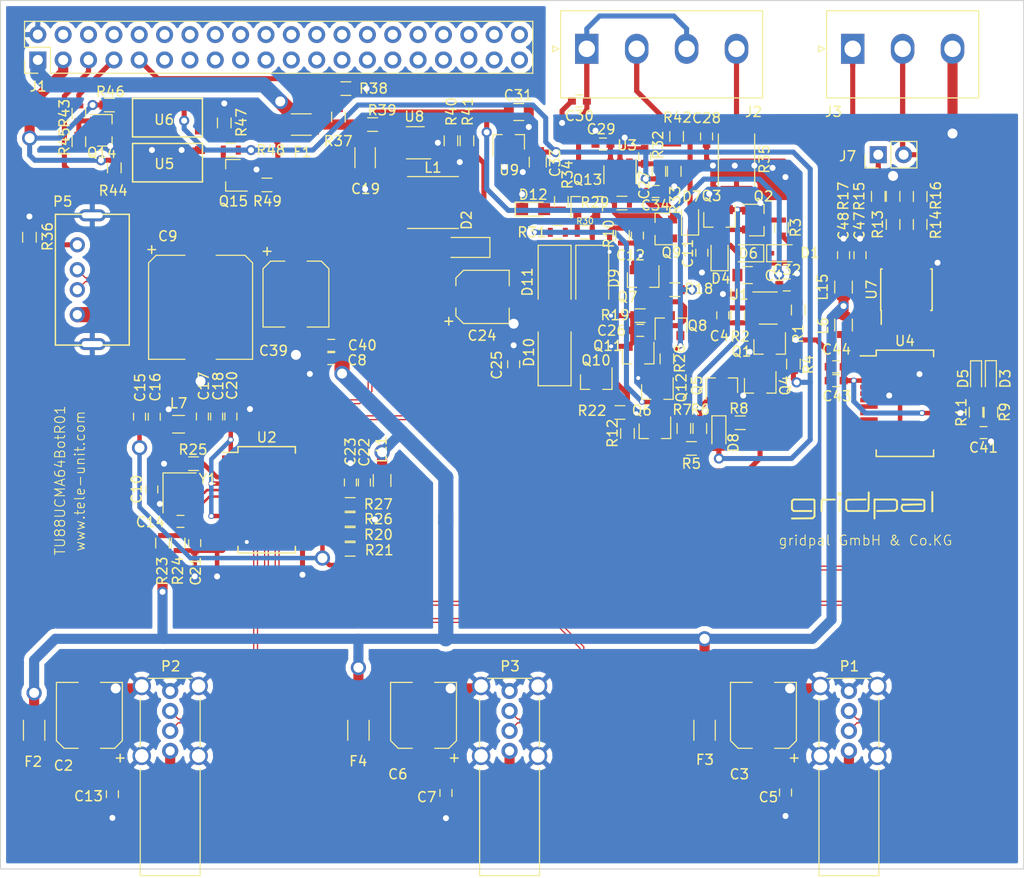
<source format=kicad_pcb>
(kicad_pcb (version 20171130) (host pcbnew "(5.0.1)-4")
  (layers (0 F.Cu signal) (31 B.Cu signal) (34 B.Paste user) (35 F.Paste user) (36 B.SilkS user) (37 F.SilkS user) (38 B.Mask user) (39 F.Mask user) (44 Edge.Cuts user))
  (net 0 "")
  (net 1 GND)
  (net 2 "Net-(C10-Pad1)")
  (net 3 "Net-(C13-Pad2)")
  (net 4 "Net-(C14-Pad1)")
  (net 5 /V33_1)
  (net 6 /AVDD_1)
  (net 7 "Net-(C21-Pad1)")
  (net 8 "Net-(C43-Pad1)")
  (net 9 "Net-(C47-Pad2)")
  (net 10 "Net-(D3-Pad1)")
  (net 11 "Net-(D3-Pad2)")
  (net 12 "Net-(D5-Pad1)")
  (net 13 "Net-(D5-Pad2)")
  (net 14 D1_1-)
  (net 15 D2_1-)
  (net 16 D1_1+)
  (net 17 "Net-(J3-Pad2)")
  (net 18 D2_1+)
  (net 19 "Net-(J7-Pad1)")
  (net 20 D3_1-)
  (net 21 D3_1+)
  (net 22 D0_1-)
  (net 23 D0_1+)
  (net 24 /VCCIO1)
  (net 25 "Net-(R13-Pad1)")
  (net 26 "Net-(R14-Pad1)")
  (net 27 "Net-(R20-Pad2)")
  (net 28 "Net-(R21-Pad2)")
  (net 29 "Net-(R25-Pad1)")
  (net 30 "Net-(R26-Pad1)")
  (net 31 D4_1-)
  (net 32 D4_1+)
  (net 33 "Net-(U2-Pad19)")
  (net 34 "Net-(U2-Pad20)")
  (net 35 "Net-(U2-Pad22)")
  (net 36 /TXD1)
  (net 37 "Net-(U4-Pad2)")
  (net 38 "Net-(U4-Pad3)")
  (net 39 /RXD1)
  (net 40 "Net-(U4-Pad6)")
  (net 41 "Net-(U4-Pad9)")
  (net 42 "Net-(U4-Pad10)")
  (net 43 "Net-(U4-Pad11)")
  (net 44 "Net-(U4-Pad12)")
  (net 45 /TXDEN1)
  (net 46 "Net-(U4-Pad14)")
  (net 47 "Net-(U4-Pad19)")
  (net 48 "Net-(U4-Pad27)")
  (net 49 "Net-(U4-Pad28)")
  (net 50 "Net-(C22-Pad1)")
  (net 51 "Net-(C11-Pad1)")
  (net 52 "Net-(C12-Pad1)")
  (net 53 /MBUS-V)
  (net 54 "Net-(J3-Pad1)")
  (net 55 "Net-(P5-Pad4)")
  (net 56 UART3-RX)
  (net 57 UART3-TX)
  (net 58 /Fuse-sense)
  (net 59 "Net-(R39-Pad1)")
  (net 60 "Net-(R40-Pad1)")
  (net 61 "Net-(U8-Pad6)")
  (net 62 "Net-(J1-Pad40)")
  (net 63 "Net-(J1-Pad39)")
  (net 64 "Net-(J1-Pad38)")
  (net 65 "Net-(J1-Pad37)")
  (net 66 "Net-(J1-Pad36)")
  (net 67 "Net-(J1-Pad35)")
  (net 68 "Net-(J1-Pad34)")
  (net 69 "Net-(J1-Pad33)")
  (net 70 "Net-(J1-Pad32)")
  (net 71 "Net-(J1-Pad31)")
  (net 72 "Net-(J1-Pad30)")
  (net 73 "Net-(J1-Pad29)")
  (net 74 "Net-(J1-Pad28)")
  (net 75 "Net-(J1-Pad27)")
  (net 76 "Net-(J1-Pad26)")
  (net 77 "Net-(J1-Pad25)")
  (net 78 "Net-(J1-Pad24)")
  (net 79 "Net-(J1-Pad23)")
  (net 80 "Net-(J1-Pad22)")
  (net 81 "Net-(J1-Pad21)")
  (net 82 "Net-(J1-Pad20)")
  (net 83 "Net-(J1-Pad19)")
  (net 84 "Net-(J1-Pad18)")
  (net 85 "Net-(J1-Pad17)")
  (net 86 "Net-(J1-Pad16)")
  (net 87 "Net-(J1-Pad15)")
  (net 88 "Net-(J1-Pad14)")
  (net 89 "Net-(J1-Pad13)")
  (net 90 UART2-RX)
  (net 91 "Net-(J1-Pad11)")
  (net 92 UART2-TX)
  (net 93 "Net-(J1-Pad8)")
  (net 94 "Net-(J1-Pad6)")
  (net 95 "Net-(J1-Pad4)")
  (net 96 "Net-(C6-Pad1)")
  (net 97 "Net-(C3-Pad1)")
  (net 98 "Net-(D1-Pad1)")
  (net 99 "Net-(Q9-Pad1)")
  (net 100 "Net-(C27-Pad2)")
  (net 101 "Net-(C29-Pad1)")
  (net 102 "Net-(C4-Pad1)")
  (net 103 "Net-(C1-Pad2)")
  (net 104 "Net-(Q1-Pad1)")
  (net 105 "Net-(Q1-Pad3)")
  (net 106 "Net-(Q6-Pad1)")
  (net 107 "Net-(Q6-Pad3)")
  (net 108 "Net-(Q2-Pad1)")
  (net 109 "Net-(C28-Pad1)")
  (net 110 "Net-(Q4-Pad2)")
  (net 111 "Net-(Q7-Pad3)")
  (net 112 "Net-(C26-Pad1)")
  (net 113 "Net-(Q10-Pad1)")
  (net 114 "Net-(D9-Pad2)")
  (net 115 "Net-(Q11-Pad3)")
  (net 116 /MBUS+)
  (net 117 "Net-(D11-Pad1)")
  (net 118 "Net-(Q13-Pad1)")
  (net 119 "Net-(Q12-Pad3)")
  (net 120 "Net-(D8-Pad1)")
  (net 121 "Net-(D12-Pad2)")
  (net 122 "Net-(D10-Pad2)")
  (net 123 /USBHUB_5V)
  (net 124 "Net-(R46-Pad1)")
  (net 125 "Net-(Q14-Pad3)")
  (net 126 /MBUS_TX)
  (net 127 /LDO_3.3V)
  (net 128 "Net-(Q15-Pad3)")
  (net 129 /MAIN_5V_FUSED)
  (net 130 "Net-(D2-Pad2)")
  (net 131 /MBUS_RX)
  (net 132 "Net-(Q15-Pad1)")
  (net 133 "Net-(Q14-Pad1)")
  (net 134 /MAIN_3.3V)
  (net 135 /MAIN_5V)
  (module Resistors_SMD:R_0603 (layer F.Cu) (at 100.04592 68.79746 180)
    (fp_text reference R49 (at -0.04064 -1.6383 180) (layer F.SilkS))
    (fp_text value 1K)
    (pad 2 smd rect (at 0.75 0 180) (size 0.5 0.9) (layers F.Cu F.Paste F.Mask) (net 132 "Net-(Q15-Pad1)"))
    (pad 1 smd rect (at -0.75 0 180) (size 0.5 0.9) (layers F.Cu F.Paste F.Mask) (net 131 /MBUS_RX))
  )
  (module UCM:USB_A_Vertical (layer F.Cu) (at 124.35 125.5 180)
    (fp_text reference P3 (at -0.05 8.475 180) (layer F.SilkS))
    (fp_text value USB_A)
    (pad 1 thru_hole circle (at 0 0 180) (size 1.62 1.62) (drill 0.92) (layers *.Cu *.Mask) (net 96 "Net-(C6-Pad1)"))
    (pad 2 thru_hole circle (at 0 2 180) (size 1.62 1.62) (drill 0.92) (layers *.Cu *.Mask) (net 20 D3_1-))
    (pad 3 thru_hole circle (at 0 4 180) (size 1.62 1.62) (drill 0.92) (layers *.Cu *.Mask) (net 21 D3_1+))
    (pad 5 thru_hole circle (at 2.85 -0.5 180) (size 1.85 1.85) (drill 1.35) (layers *.Cu *.Mask) (net 1 GND))
    (pad 4 thru_hole circle (at 0 6 180) (size 1.62 1.62) (drill 0.92) (layers *.Cu *.Mask) (net 1 GND))
    (pad 5 thru_hole circle (at 2.85 6.5 180) (size 1.85 1.85) (drill 1.35) (layers *.Cu *.Mask) (net 1 GND))
    (pad 5 thru_hole circle (at -2.85 -0.5 180) (size 1.85 1.85) (drill 1.35) (layers *.Cu *.Mask) (net 1 GND))
    (pad 5 thru_hole circle (at -2.85 6.5 180) (size 1.85 1.85) (drill 1.35) (layers *.Cu *.Mask) (net 1 GND))
  )
  (module UCM:USB_A_Vertical (layer F.Cu) (at 158.35 125.5 180)
    (fp_text reference P1 (at -0.05 8.475 180) (layer F.SilkS))
    (fp_text value USB_A)
    (pad 5 thru_hole circle (at -2.85 6.5 180) (size 1.85 1.85) (drill 1.35) (layers *.Cu *.Mask) (net 1 GND))
    (pad 5 thru_hole circle (at -2.85 -0.5 180) (size 1.85 1.85) (drill 1.35) (layers *.Cu *.Mask) (net 1 GND))
    (pad 5 thru_hole circle (at 2.85 6.5 180) (size 1.85 1.85) (drill 1.35) (layers *.Cu *.Mask) (net 1 GND))
    (pad 4 thru_hole circle (at 0 6 180) (size 1.62 1.62) (drill 0.92) (layers *.Cu *.Mask) (net 1 GND))
    (pad 5 thru_hole circle (at 2.85 -0.5 180) (size 1.85 1.85) (drill 1.35) (layers *.Cu *.Mask) (net 1 GND))
    (pad 3 thru_hole circle (at 0 4 180) (size 1.62 1.62) (drill 0.92) (layers *.Cu *.Mask) (net 18 D2_1+))
    (pad 2 thru_hole circle (at 0 2 180) (size 1.62 1.62) (drill 0.92) (layers *.Cu *.Mask) (net 15 D2_1-))
    (pad 1 thru_hole circle (at 0 0 180) (size 1.62 1.62) (drill 0.92) (layers *.Cu *.Mask) (net 97 "Net-(C3-Pad1)"))
  )
  (module UCM:USB_A_Vertical (layer F.Cu) (at 90.35 125.5 180)
    (fp_text reference P2 (at -0.05 8.475 180) (layer F.SilkS))
    (fp_text value USB_A)
    (pad 5 thru_hole circle (at -2.85 6.5 180) (size 1.85 1.85) (drill 1.35) (layers *.Cu *.Mask) (net 1 GND))
    (pad 5 thru_hole circle (at -2.85 -0.5 180) (size 1.85 1.85) (drill 1.35) (layers *.Cu *.Mask) (net 1 GND))
    (pad 5 thru_hole circle (at 2.85 6.5 180) (size 1.85 1.85) (drill 1.35) (layers *.Cu *.Mask) (net 1 GND))
    (pad 4 thru_hole circle (at 0 6 180) (size 1.62 1.62) (drill 0.92) (layers *.Cu *.Mask) (net 1 GND))
    (pad 5 thru_hole circle (at 2.85 -0.5 180) (size 1.85 1.85) (drill 1.35) (layers *.Cu *.Mask) (net 1 GND))
    (pad 3 thru_hole circle (at 0 4 180) (size 1.62 1.62) (drill 0.92) (layers *.Cu *.Mask) (net 32 D4_1+))
    (pad 2 thru_hole circle (at 0 2 180) (size 1.62 1.62) (drill 0.92) (layers *.Cu *.Mask) (net 31 D4_1-))
    (pad 1 thru_hole circle (at 0 0 180) (size 1.62 1.62) (drill 0.92) (layers *.Cu *.Mask) (net 3 "Net-(C13-Pad2)"))
  )
  (module UCM:USB_DIP (layer F.Cu) (at 82.5504 78.29452 270)
    (fp_text reference P5 (at -7.83082 2.9718) (layer F.SilkS))
    (fp_text value USB_B)
    (pad 5 thru_hole oval (at 6.45 0.004 270) (size 1.2 2.7) (drill oval 0.6 2.1) (layers *.Cu *.Mask) (net 1 GND))
    (pad 5 thru_hole oval (at -6.45 0.004 270) (size 1.2 2.7) (drill oval 0.6 2.1) (layers *.Cu *.Mask) (net 1 GND))
    (pad 4 thru_hole circle (at -3.5 1.504 270) (size 1.524 1.524) (drill 0.92) (layers *.Cu *.Mask) (net 55 "Net-(P5-Pad4)"))
    (pad 1 thru_hole circle (at 3.5 1.504 270) (size 1.524 1.524) (drill 0.92) (layers *.Cu *.Mask) (net 123 /USBHUB_5V))
    (pad 2 thru_hole circle (at 1 1.504 270) (size 1.524 1.524) (drill 0.92) (layers *.Cu *.Mask) (net 22 D0_1-))
    (pad 3 thru_hole circle (at -1 1.504 270) (size 1.524 1.524) (drill 0.92) (layers *.Cu *.Mask) (net 23 D0_1+))
  )
  (module Capacitors_SMD:CP_Elec_6.3x5.3 (layer F.Cu) (at 82.25322 121.93934 90)
    (fp_text reference C2 (at -5.03174 -2.59334 180) (layer F.SilkS))
    (fp_text value 100uF/16V/LOWESR/105C)
    (fp_text user + (at -4.28 3.01 90) (layer F.SilkS))
    (pad 2 smd rect (at 2.7 0 270) (size 3.5 1.6) (layers F.Cu F.Paste F.Mask) (net 1 GND))
    (pad 1 smd rect (at -2.7 0 270) (size 3.5 1.6) (layers F.Cu F.Paste F.Mask) (net 3 "Net-(C13-Pad2)"))
  )
  (module UCM:LTV-356T (layer F.Cu) (at 93.33524 67.83988 180)
    (fp_text reference U5 (at 3.57124 1.14554 180) (layer F.SilkS))
    (fp_text value LTV-356T)
    (pad 1 smd rect (at 0 0 180) (size 1 0.8) (layers F.Cu F.Paste F.Mask) (net 128 "Net-(Q15-Pad3)"))
    (pad 2 smd rect (at 0 2.54 180) (size 1 0.8) (layers F.Cu F.Paste F.Mask) (net 1 GND))
    (pad 3 smd rect (at 6.5 2.54 180) (size 1 0.8) (layers F.Cu F.Paste F.Mask) (net 1 GND))
    (pad 4 smd rect (at 6.5 0 180) (size 1 0.8) (layers F.Cu F.Paste F.Mask) (net 56 UART3-RX))
  )
  (module UCM:LTV-356T (layer F.Cu) (at 86.82776 60.79646)
    (fp_text reference U6 (at 2.91592 1.4732) (layer F.SilkS))
    (fp_text value LTV-356T)
    (pad 4 smd rect (at 6.5 0) (size 1 0.8) (layers F.Cu F.Paste F.Mask) (net 127 /LDO_3.3V))
    (pad 3 smd rect (at 6.5 2.54) (size 1 0.8) (layers F.Cu F.Paste F.Mask) (net 126 /MBUS_TX))
    (pad 2 smd rect (at 0 2.54) (size 1 0.8) (layers F.Cu F.Paste F.Mask) (net 125 "Net-(Q14-Pad3)"))
    (pad 1 smd rect (at 0 0) (size 1 0.8) (layers F.Cu F.Paste F.Mask) (net 124 "Net-(R46-Pad1)"))
  )
  (module Capacitors_SMD:C_0603 (layer F.Cu) (at 152.121 78.8203)
    (fp_text reference C32 (at 0 -1.5) (layer F.SilkS))
    (fp_text value 100nF)
    (pad 2 smd rect (at 0.75 0) (size 0.8 0.75) (layers F.Cu F.Paste F.Mask) (net 1 GND))
    (pad 1 smd rect (at -0.75 0) (size 0.8 0.75) (layers F.Cu F.Paste F.Mask) (net 129 /MAIN_5V_FUSED))
  )
  (module Capacitors_SMD:C_0603 (layer F.Cu) (at 138.99682 69.45532)
    (fp_text reference C34 (at -0.04134 1.39192) (layer F.SilkS))
    (fp_text value 100nF)
    (pad 1 smd rect (at -0.75 0) (size 0.8 0.75) (layers F.Cu F.Paste F.Mask) (net 129 /MAIN_5V_FUSED))
    (pad 2 smd rect (at 0.75 0) (size 0.8 0.75) (layers F.Cu F.Paste F.Mask) (net 1 GND))
  )
  (module Capacitors_SMD:C_0805 (layer F.Cu) (at 127.1782 66.50968 270)
    (fp_text reference C33 (at 0.06274 -1.73482 270) (layer F.SilkS))
    (fp_text value "10uF 10V")
    (pad 2 smd rect (at 1 0 270) (size 1 1.25) (layers F.Cu F.Paste F.Mask) (net 1 GND))
    (pad 1 smd rect (at -1 0 270) (size 1 1.25) (layers F.Cu F.Paste F.Mask) (net 127 /LDO_3.3V))
  )
  (module Capacitors_SMD:C_0805 (layer F.Cu) (at 125.27574 61.49496)
    (fp_text reference C31 (at -0.05334 -1.69418) (layer F.SilkS))
    (fp_text value "1uF 10V")
    (pad 1 smd rect (at -1 0) (size 1 1.25) (layers F.Cu F.Paste F.Mask) (net 129 /MAIN_5V_FUSED))
    (pad 2 smd rect (at 1 0) (size 1 1.25) (layers F.Cu F.Paste F.Mask) (net 1 GND))
  )
  (module Capacitors_SMD:C_0805 (layer F.Cu) (at 148.17638 77.83224)
    (fp_text reference C1 (at 2.68986 0.06096) (layer F.SilkS))
    (fp_text value "10uF 50V")
    (pad 1 smd rect (at -1 0) (size 1 1.25) (layers F.Cu F.Paste F.Mask) (net 1 GND))
    (pad 2 smd rect (at 1 0) (size 1 1.25) (layers F.Cu F.Paste F.Mask) (net 103 "Net-(C1-Pad2)"))
  )
  (module Diodes_SMD:D_SOD-123 (layer F.Cu) (at 120.13224 75.06364 180)
    (fp_text reference D2 (at 0.09144 2.7305 270) (layer F.SilkS))
    (fp_text value 1N5819)
    (pad 2 smd rect (at 1.65 0 180) (size 0.9 1.2) (layers F.Cu F.Paste F.Mask) (net 130 "Net-(D2-Pad2)"))
    (pad 1 smd rect (at -1.65 0 180) (size 0.9 1.2) (layers F.Cu F.Paste F.Mask) (net 53 /MBUS-V))
  )
  (module Resistors_SMD:R_0603 (layer F.Cu) (at 96.42388 65.3075)
    (fp_text reference R48 (at 4.00812 -0.00254) (layer F.SilkS))
    (fp_text value 470R)
    (pad 1 smd rect (at -0.75 0) (size 0.5 0.9) (layers F.Cu F.Paste F.Mask) (net 128 "Net-(Q15-Pad3)"))
    (pad 2 smd rect (at 0.75 0) (size 0.5 0.9) (layers F.Cu F.Paste F.Mask) (net 127 /LDO_3.3V))
  )
  (module Resistors_SMD:R_0603 (layer F.Cu) (at 95.76856 62.58716 270)
    (fp_text reference R47 (at -0.04064 -1.71704 270) (layer F.SilkS))
    (fp_text value 470R)
    (pad 2 smd rect (at 0.75 0 270) (size 0.5 0.9) (layers F.Cu F.Paste F.Mask) (net 126 /MBUS_TX))
    (pad 1 smd rect (at -0.75 0 270) (size 0.5 0.9) (layers F.Cu F.Paste F.Mask) (net 1 GND))
  )
  (module Resistors_SMD:R_0603 (layer F.Cu) (at 84.26236 60.79138 180)
    (fp_text reference R46 (at -0.09906 1.33096 180) (layer F.SilkS))
    (fp_text value 470R)
    (pad 1 smd rect (at -0.75 0 180) (size 0.5 0.9) (layers F.Cu F.Paste F.Mask) (net 124 "Net-(R46-Pad1)"))
    (pad 2 smd rect (at 0.75 0 180) (size 0.5 0.9) (layers F.Cu F.Paste F.Mask) (net 134 /MAIN_3.3V))
  )
  (module Resistors_SMD:R_0603 (layer F.Cu) (at 81.20166 64.4693 90)
    (fp_text reference R45 (at 0 -1.45 90) (layer F.SilkS))
    (fp_text value 10K)
    (pad 2 smd rect (at 0.75 0 90) (size 0.5 0.9) (layers F.Cu F.Paste F.Mask) (net 133 "Net-(Q14-Pad1)"))
    (pad 1 smd rect (at -0.75 0 90) (size 0.5 0.9) (layers F.Cu F.Paste F.Mask) (net 1 GND))
  )
  (module Resistors_SMD:R_0603 (layer F.Cu) (at 84.75258 67.08042 90)
    (fp_text reference R44 (at -2.30124 -0.11938 180) (layer F.SilkS))
    (fp_text value 1K)
    (pad 1 smd rect (at -0.75 0 90) (size 0.5 0.9) (layers F.Cu F.Paste F.Mask) (net 56 UART3-RX))
    (pad 2 smd rect (at 0.75 0 90) (size 0.5 0.9) (layers F.Cu F.Paste F.Mask) (net 134 /MAIN_3.3V))
  )
  (module Resistors_SMD:R_0603 (layer F.Cu) (at 81.20166 61.62704 90)
    (fp_text reference R43 (at 0 -1.45 90) (layer F.SilkS))
    (fp_text value 1K)
    (pad 2 smd rect (at 0.75 0 90) (size 0.5 0.9) (layers F.Cu F.Paste F.Mask) (net 57 UART3-TX))
    (pad 1 smd rect (at -0.75 0 90) (size 0.5 0.9) (layers F.Cu F.Paste F.Mask) (net 133 "Net-(Q14-Pad1)"))
  )
  (module TO_SOT_Packages_SMD:SOT-23 (layer F.Cu) (at 83.76706 63.3263)
    (fp_text reference Q14 (at -0.27686 2.25298) (layer F.SilkS))
    (fp_text value BC847)
    (pad 3 smd rect (at 1 0) (size 0.9 0.8) (layers F.Cu F.Paste F.Mask) (net 125 "Net-(Q14-Pad3)"))
    (pad 2 smd rect (at -1 0.95) (size 0.9 0.8) (layers F.Cu F.Paste F.Mask) (net 1 GND))
    (pad 1 smd rect (at -1 -0.95) (size 0.9 0.8) (layers F.Cu F.Paste F.Mask) (net 133 "Net-(Q14-Pad1)"))
  )
  (module TO_SOT_Packages_SMD:SOT-23 (layer F.Cu) (at 96.67026 67.8348 180)
    (fp_text reference Q15 (at -0.01016 -2.60096 180) (layer F.SilkS))
    (fp_text value BC847)
    (pad 1 smd rect (at -1 -0.95 180) (size 0.9 0.8) (layers F.Cu F.Paste F.Mask) (net 132 "Net-(Q15-Pad1)"))
    (pad 2 smd rect (at -1 0.95 180) (size 0.9 0.8) (layers F.Cu F.Paste F.Mask) (net 1 GND))
    (pad 3 smd rect (at 1 0 180) (size 0.9 0.8) (layers F.Cu F.Paste F.Mask) (net 128 "Net-(Q15-Pad3)"))
  )
  (module TO_SOT_Packages_SMD:SOT-23 (layer F.Cu) (at 124.26228 64.51502 90)
    (fp_text reference U9 (at -2.79146 0.0508 180) (layer F.SilkS))
    (fp_text value RT9161/A-33PV)
    (pad 3 smd rect (at 1 0 90) (size 0.9 0.8) (layers F.Cu F.Paste F.Mask) (net 129 /MAIN_5V_FUSED))
    (pad 2 smd rect (at -1 0.95 90) (size 0.9 0.8) (layers F.Cu F.Paste F.Mask) (net 127 /LDO_3.3V))
    (pad 1 smd rect (at -1 -0.95 90) (size 0.9 0.8) (layers F.Cu F.Paste F.Mask) (net 1 GND))
  )
  (module Housings_SSOP:SSOP-28_5.3x10.2mm_Pitch0.65mm (layer F.Cu) (at 100.0186 100.34446)
    (fp_text reference U2 (at 0 -6.25) (layer F.SilkS))
    (fp_text value GL850G)
    (pad 28 smd rect (at 3.6 -4.225) (size 1.75 0.45) (layers F.Cu F.Paste F.Mask) (net 16 D1_1+))
    (pad 27 smd rect (at 3.6 -3.575) (size 1.75 0.45) (layers F.Cu F.Paste F.Mask) (net 14 D1_1-))
    (pad 26 smd rect (at 3.6 -2.925) (size 1.75 0.45) (layers F.Cu F.Paste F.Mask) (net 23 D0_1+))
    (pad 25 smd rect (at 3.6 -2.275) (size 1.75 0.45) (layers F.Cu F.Paste F.Mask) (net 22 D0_1-))
    (pad 24 smd rect (at 3.6 -1.625) (size 1.75 0.45) (layers F.Cu F.Paste F.Mask) (net 5 /V33_1))
    (pad 23 smd rect (at 3.6 -0.975) (size 1.75 0.45) (layers F.Cu F.Paste F.Mask) (net 50 "Net-(C22-Pad1)"))
    (pad 22 smd rect (at 3.6 -0.325) (size 1.75 0.45) (layers F.Cu F.Paste F.Mask) (net 35 "Net-(U2-Pad22)"))
    (pad 21 smd rect (at 3.6 0.325) (size 1.75 0.45) (layers F.Cu F.Paste F.Mask) (net 30 "Net-(R26-Pad1)"))
    (pad 20 smd rect (at 3.6 0.975) (size 1.75 0.45) (layers F.Cu F.Paste F.Mask) (net 34 "Net-(U2-Pad20)"))
    (pad 19 smd rect (at 3.6 1.625) (size 1.75 0.45) (layers F.Cu F.Paste F.Mask) (net 33 "Net-(U2-Pad19)"))
    (pad 18 smd rect (at 3.6 2.275) (size 1.75 0.45) (layers F.Cu F.Paste F.Mask) (net 27 "Net-(R20-Pad2)"))
    (pad 17 smd rect (at 3.6 2.925) (size 1.75 0.45) (layers F.Cu F.Paste F.Mask) (net 28 "Net-(R21-Pad2)"))
    (pad 16 smd rect (at 3.6 3.575) (size 1.75 0.45) (layers F.Cu F.Paste F.Mask) (net 5 /V33_1))
    (pad 15 smd rect (at 3.6 4.225) (size 1.75 0.45) (layers F.Cu F.Paste F.Mask) (net 1 GND))
    (pad 14 smd rect (at -3.6 4.225) (size 1.75 0.45) (layers F.Cu F.Paste F.Mask) (net 1 GND))
    (pad 13 smd rect (at -3.6 3.575) (size 1.75 0.45) (layers F.Cu F.Paste F.Mask) (net 7 "Net-(C21-Pad1)"))
    (pad 12 smd rect (at -3.6 2.925) (size 1.75 0.45) (layers F.Cu F.Paste F.Mask) (net 32 D4_1+))
    (pad 11 smd rect (at -3.6 2.275) (size 1.75 0.45) (layers F.Cu F.Paste F.Mask) (net 31 D4_1-))
    (pad 10 smd rect (at -3.6 1.625) (size 1.75 0.45) (layers F.Cu F.Paste F.Mask) (net 6 /AVDD_1))
    (pad 9 smd rect (at -3.6 0.975) (size 1.75 0.45) (layers F.Cu F.Paste F.Mask) (net 21 D3_1+))
    (pad 8 smd rect (at -3.6 0.325) (size 1.75 0.45) (layers F.Cu F.Paste F.Mask) (net 20 D3_1-))
    (pad 7 smd rect (at -3.6 -0.325) (size 1.75 0.45) (layers F.Cu F.Paste F.Mask) (net 4 "Net-(C14-Pad1)"))
    (pad 6 smd rect (at -3.6 -0.975) (size 1.75 0.45) (layers F.Cu F.Paste F.Mask) (net 2 "Net-(C10-Pad1)"))
    (pad 5 smd rect (at -3.6 -1.625) (size 1.75 0.45) (layers F.Cu F.Paste F.Mask) (net 6 /AVDD_1))
    (pad 4 smd rect (at -3.6 -2.275) (size 1.75 0.45) (layers F.Cu F.Paste F.Mask) (net 29 "Net-(R25-Pad1)"))
    (pad 3 smd rect (at -3.6 -2.925) (size 1.75 0.45) (layers F.Cu F.Paste F.Mask) (net 18 D2_1+))
    (pad 2 smd rect (at -3.6 -3.575) (size 1.75 0.45) (layers F.Cu F.Paste F.Mask) (net 15 D2_1-))
    (pad 1 smd rect (at -3.6 -4.225) (size 1.75 0.45) (layers F.Cu F.Paste F.Mask) (net 6 /AVDD_1))
  )
  (module Capacitors_SMD:C_0603 (layer F.Cu) (at 137.43812 83.3704 180)
    (fp_text reference C26 (at 2.875 -0.025 180) (layer F.SilkS))
    (fp_text value 1UF)
    (pad 1 smd rect (at -0.75 0 180) (size 0.8 0.75) (layers F.Cu F.Paste F.Mask) (net 112 "Net-(C26-Pad1)"))
    (pad 2 smd rect (at 0.75 0 180) (size 0.8 0.75) (layers F.Cu F.Paste F.Mask) (net 1 GND))
  )
  (module Capacitors_SMD:C_0603 (layer F.Cu) (at 137.88684 65.93234 270)
    (fp_text reference C27 (at 2.875 0.05 270) (layer F.SilkS))
    (fp_text value 100nF)
    (pad 2 smd rect (at 0.75 0 270) (size 0.8 0.75) (layers F.Cu F.Paste F.Mask) (net 100 "Net-(C27-Pad2)"))
    (pad 1 smd rect (at -0.75 0 270) (size 0.8 0.75) (layers F.Cu F.Paste F.Mask) (net 1 GND))
  )
  (module Capacitors_SMD:C_0603 (layer F.Cu) (at 144.08812 63.9454 270)
    (fp_text reference C28 (at -1.85 0) (layer F.SilkS))
    (fp_text value 100pF)
    (pad 1 smd rect (at -0.75 0 270) (size 0.8 0.75) (layers F.Cu F.Paste F.Mask) (net 109 "Net-(C28-Pad1)"))
    (pad 2 smd rect (at 0.75 0 270) (size 0.8 0.75) (layers F.Cu F.Paste F.Mask) (net 1 GND))
  )
  (module Capacitors_SMD:C_0603 (layer F.Cu) (at 133.70854 64.70298 180)
    (fp_text reference C29 (at 0.18288 1.49098 180) (layer F.SilkS))
    (fp_text value 100nF)
    (pad 2 smd rect (at 0.75 0 180) (size 0.8 0.75) (layers F.Cu F.Paste F.Mask) (net 1 GND))
    (pad 1 smd rect (at -0.75 0 180) (size 0.8 0.75) (layers F.Cu F.Paste F.Mask) (net 101 "Net-(C29-Pad1)"))
  )
  (module Capacitors_SMD:C_0603 (layer F.Cu) (at 131.34634 60.3799 180)
    (fp_text reference C30 (at 0 -1.5 180) (layer F.SilkS))
    (fp_text value 100pF)
    (pad 1 smd rect (at -0.75 0 180) (size 0.8 0.75) (layers F.Cu F.Paste F.Mask) (net 116 /MBUS+))
    (pad 2 smd rect (at 0.75 0 180) (size 0.8 0.75) (layers F.Cu F.Paste F.Mask) (net 1 GND))
  )
  (module Diodes_SMD:D_SMA (layer F.Cu) (at 128.86312 85.5204 90)
    (fp_text reference D10 (at -0.05 -2.575 90) (layer F.SilkS))
    (fp_text value "12V TVS")
    (pad 1 smd rect (at -2 0 90) (size 2.5 1.8) (layers F.Cu F.Paste F.Mask) (net 53 /MBUS-V))
    (pad 2 smd rect (at 2 0 90) (size 2.5 1.8) (layers F.Cu F.Paste F.Mask) (net 122 "Net-(D10-Pad2)"))
  )
  (module Diodes_SMD:D_SMA (layer F.Cu) (at 128.86312 78.2454 270)
    (fp_text reference D11 (at 0.275 2.725 270) (layer F.SilkS))
    (fp_text value 1N4007)
    (pad 2 smd rect (at 2 0 270) (size 2.5 1.8) (layers F.Cu F.Paste F.Mask) (net 122 "Net-(D10-Pad2)"))
    (pad 1 smd rect (at -2 0 270) (size 2.5 1.8) (layers F.Cu F.Paste F.Mask) (net 117 "Net-(D11-Pad1)"))
  )
  (module Diodes_SMD:D_SMA (layer F.Cu) (at 132.63812 78.2454 270)
    (fp_text reference D9 (at -0.1 -2.175 270) (layer F.SilkS))
    (fp_text value 1N4007)
    (pad 1 smd rect (at -2 0 270) (size 2.5 1.8) (layers F.Cu F.Paste F.Mask) (net 117 "Net-(D11-Pad1)"))
    (pad 2 smd rect (at 2 0 270) (size 2.5 1.8) (layers F.Cu F.Paste F.Mask) (net 114 "Net-(D9-Pad2)"))
  )
  (module Diodes_SMD:D_SOD-323 (layer F.Cu) (at 151.61312 75.6454)
    (fp_text reference D1 (at 2.82944 -0.03566) (layer F.SilkS))
    (fp_text value 1N5819)
    (pad 2 smd rect (at 1.05 0) (size 0.6 0.45) (layers F.Cu F.Paste F.Mask) (net 103 "Net-(C1-Pad2)"))
    (pad 1 smd rect (at -1.05 0) (size 0.6 0.45) (layers F.Cu F.Paste F.Mask) (net 98 "Net-(D1-Pad1)"))
  )
  (module Diodes_SMD:D_SOD-323 (layer F.Cu) (at 145.38812 75.8954 90)
    (fp_text reference D4 (at -2.28482 0.1238 180) (layer F.SilkS))
    (fp_text value 1N5819)
    (pad 1 smd rect (at -1.05 0 90) (size 0.6 0.45) (layers F.Cu F.Paste F.Mask) (net 102 "Net-(C4-Pad1)"))
    (pad 2 smd rect (at 1.05 0 90) (size 0.6 0.45) (layers F.Cu F.Paste F.Mask) (net 51 "Net-(C11-Pad1)"))
  )
  (module Diodes_SMD:D_SOD-323 (layer F.Cu) (at 148.31312 75.6454 180)
    (fp_text reference D6 (at 0.04022 -0.01514 180) (layer F.SilkS))
    (fp_text value 1N5819)
    (pad 2 smd rect (at 1.05 0 180) (size 0.6 0.45) (layers F.Cu F.Paste F.Mask) (net 51 "Net-(C11-Pad1)"))
    (pad 1 smd rect (at -1.05 0 180) (size 0.6 0.45) (layers F.Cu F.Paste F.Mask) (net 98 "Net-(D1-Pad1)"))
  )
  (module Diodes_SMD:D_SOD-323 (layer F.Cu) (at 142.43812 72.3204 90)
    (fp_text reference D7 (at 2.36724 0.16042) (layer F.SilkS))
    (fp_text value 1N5819)
    (pad 1 smd rect (at -1.05 0 90) (size 0.6 0.45) (layers F.Cu F.Paste F.Mask) (net 51 "Net-(C11-Pad1)"))
    (pad 2 smd rect (at 1.05 0 90) (size 0.6 0.45) (layers F.Cu F.Paste F.Mask) (net 109 "Net-(C28-Pad1)"))
  )
  (module LEDs:LED_0805 (layer F.Cu) (at 145.32396 93.73264 270)
    (fp_text reference D8 (at 0.9 -1.45 270) (layer F.SilkS))
    (fp_text value LED)
    (pad 1 smd rect (at -1.1 0 90) (size 1.2 1.2) (layers F.Cu F.Paste F.Mask) (net 120 "Net-(D8-Pad1)"))
    (pad 2 smd rect (at 1.1 0 90) (size 1.2 1.2) (layers F.Cu F.Paste F.Mask) (net 127 /LDO_3.3V))
  )
  (module LEDs:LED_0805 (layer F.Cu) (at 126.71312 71.2204)
    (fp_text reference D12 (at 0 -1.45) (layer F.SilkS))
    (fp_text value LED)
    (pad 2 smd rect (at 1.1 0 180) (size 1.2 1.2) (layers F.Cu F.Paste F.Mask) (net 121 "Net-(D12-Pad2)"))
    (pad 1 smd rect (at -1.1 0 180) (size 1.2 1.2) (layers F.Cu F.Paste F.Mask) (net 1 GND))
  )
  (module Resistors_SMD:R_0603 (layer F.Cu) (at 141.08812 63.9454 270)
    (fp_text reference R42 (at -1.9 -0.075 180) (layer F.SilkS))
    (fp_text value 10K)
    (pad 1 smd rect (at -0.75 0 270) (size 0.5 0.9) (layers F.Cu F.Paste F.Mask) (net 109 "Net-(C28-Pad1)"))
    (pad 2 smd rect (at 0.75 0 270) (size 0.5 0.9) (layers F.Cu F.Paste F.Mask) (net 101 "Net-(C29-Pad1)"))
  )
  (module Resistors_SMD:R_2512 (layer F.Cu) (at 147.08812 66.2954 270)
    (fp_text reference R35 (at -0.075 -2.8 270) (layer F.SilkS))
    (fp_text value 27R)
    (pad 1 smd rect (at -3.1 0 270) (size 1 3.2) (layers F.Cu F.Paste F.Mask) (net 109 "Net-(C28-Pad1)"))
    (pad 2 smd rect (at 3.1 0 270) (size 1 3.2) (layers F.Cu F.Paste F.Mask) (net 1 GND))
  )
  (module TO_SOT_Packages_SMD:SOT-23 (layer F.Cu) (at 139.16312 89.5204 270)
    (fp_text reference Q12 (at -0.4004 -2.40164 270) (layer F.SilkS))
    (fp_text value 2N7002)
    (pad 3 smd rect (at 1 0 270) (size 0.9 0.8) (layers F.Cu F.Paste F.Mask) (net 119 "Net-(Q12-Pad3)"))
    (pad 2 smd rect (at -1 0.95 270) (size 0.9 0.8) (layers F.Cu F.Paste F.Mask) (net 1 GND))
    (pad 1 smd rect (at -1 -0.95 270) (size 0.9 0.8) (layers F.Cu F.Paste F.Mask) (net 115 "Net-(Q11-Pad3)"))
  )
  (module TO_SOT_Packages_SMD:SOT-23 (layer F.Cu) (at 132.08812 70.7204 90)
    (fp_text reference Q13 (at 2.45 0.075 -180) (layer F.SilkS))
    (fp_text value BC857)
    (pad 1 smd rect (at -1 -0.95 90) (size 0.9 0.8) (layers F.Cu F.Paste F.Mask) (net 118 "Net-(Q13-Pad1)"))
    (pad 2 smd rect (at -1 0.95 90) (size 0.9 0.8) (layers F.Cu F.Paste F.Mask) (net 117 "Net-(D11-Pad1)"))
    (pad 3 smd rect (at 1 0 90) (size 0.9 0.8) (layers F.Cu F.Paste F.Mask) (net 116 /MBUS+))
  )
  (module TO_SOT_Packages_SMD:SOT-23 (layer F.Cu) (at 145.61312 88.8954 90)
    (fp_text reference Q5 (at 0 -2.5 90) (layer F.SilkS))
    (fp_text value 2N7002)
    (pad 3 smd rect (at 1 0 90) (size 0.9 0.8) (layers F.Cu F.Paste F.Mask) (net 110 "Net-(Q4-Pad2)"))
    (pad 2 smd rect (at -1 0.95 90) (size 0.9 0.8) (layers F.Cu F.Paste F.Mask) (net 1 GND))
    (pad 1 smd rect (at -1 -0.95 90) (size 0.9 0.8) (layers F.Cu F.Paste F.Mask) (net 108 "Net-(Q2-Pad1)"))
  )
  (module TO_SOT_Packages_SMD:SOT-23 (layer F.Cu) (at 137.23812 85.9704 270)
    (fp_text reference Q11 (at -1.05 3.05) (layer F.SilkS))
    (fp_text value 2N7002)
    (pad 1 smd rect (at -1 -0.95 270) (size 0.9 0.8) (layers F.Cu F.Paste F.Mask) (net 112 "Net-(C26-Pad1)"))
    (pad 2 smd rect (at -1 0.95 270) (size 0.9 0.8) (layers F.Cu F.Paste F.Mask) (net 1 GND))
    (pad 3 smd rect (at 1 0 270) (size 0.9 0.8) (layers F.Cu F.Paste F.Mask) (net 115 "Net-(Q11-Pad3)"))
  )
  (module TO_SOT_Packages_SMD:SOT-23 (layer F.Cu) (at 133.03812 88.5204 270)
    (fp_text reference Q10 (at -2.15 0.025 180) (layer F.SilkS))
    (fp_text value BC857)
    (pad 3 smd rect (at 1 0 270) (size 0.9 0.8) (layers F.Cu F.Paste F.Mask) (net 114 "Net-(D9-Pad2)"))
    (pad 2 smd rect (at -1 0.95 270) (size 0.9 0.8) (layers F.Cu F.Paste F.Mask) (net 53 /MBUS-V))
    (pad 1 smd rect (at -1 -0.95 270) (size 0.9 0.8) (layers F.Cu F.Paste F.Mask) (net 113 "Net-(Q10-Pad1)"))
  )
  (module TO_SOT_Packages_SMD:SOT-23 (layer F.Cu) (at 140.51574 82.89446 90)
    (fp_text reference Q8 (at 0 2.65684) (layer F.SilkS))
    (fp_text value Q_PMOS_GSD)
    (pad 1 smd rect (at -1 -0.95 90) (size 0.9 0.8) (layers F.Cu F.Paste F.Mask) (net 111 "Net-(Q7-Pad3)"))
    (pad 2 smd rect (at -1 0.95 90) (size 0.9 0.8) (layers F.Cu F.Paste F.Mask) (net 129 /MAIN_5V_FUSED))
    (pad 3 smd rect (at 1 0 90) (size 0.9 0.8) (layers F.Cu F.Paste F.Mask) (net 112 "Net-(C26-Pad1)"))
  )
  (module TO_SOT_Packages_SMD:SOT-23 (layer F.Cu) (at 137.73812 78.2954 270)
    (fp_text reference Q7 (at 1.725 1.575) (layer F.SilkS))
    (fp_text value 2N7002)
    (pad 3 smd rect (at 1 0 270) (size 0.9 0.8) (layers F.Cu F.Paste F.Mask) (net 111 "Net-(Q7-Pad3)"))
    (pad 2 smd rect (at -1 0.95 270) (size 0.9 0.8) (layers F.Cu F.Paste F.Mask) (net 1 GND))
    (pad 1 smd rect (at -1 -0.95 270) (size 0.9 0.8) (layers F.Cu F.Paste F.Mask) (net 52 "Net-(C12-Pad1)"))
  )
  (module TO_SOT_Packages_SMD:SOT-23 (layer F.Cu) (at 149.46312 88.8954 270)
    (fp_text reference Q4 (at 0 -2.5 270) (layer F.SilkS))
    (fp_text value 2N7002)
    (pad 1 smd rect (at -1 -0.95 270) (size 0.9 0.8) (layers F.Cu F.Paste F.Mask) (net 105 "Net-(Q1-Pad3)"))
    (pad 2 smd rect (at -1 0.95 270) (size 0.9 0.8) (layers F.Cu F.Paste F.Mask) (net 110 "Net-(Q4-Pad2)"))
    (pad 3 smd rect (at 1 0 270) (size 0.9 0.8) (layers F.Cu F.Paste F.Mask) (net 131 /MBUS_RX))
  )
  (module TO_SOT_Packages_SMD:SOT-23 (layer F.Cu) (at 145.38812 72.2704 270)
    (fp_text reference Q3 (at -2.375 0.8 180) (layer F.SilkS))
    (fp_text value 2N7002)
    (pad 3 smd rect (at 1 0 270) (size 0.9 0.8) (layers F.Cu F.Paste F.Mask) (net 51 "Net-(C11-Pad1)"))
    (pad 2 smd rect (at -1 0.95 270) (size 0.9 0.8) (layers F.Cu F.Paste F.Mask) (net 109 "Net-(C28-Pad1)"))
    (pad 1 smd rect (at -1 -0.95 270) (size 0.9 0.8) (layers F.Cu F.Paste F.Mask) (net 108 "Net-(Q2-Pad1)"))
  )
  (module TO_SOT_Packages_SMD:SOT-23 (layer F.Cu) (at 149.08812 72.3204)
    (fp_text reference Q2 (at 0.7 -2.375) (layer F.SilkS))
    (fp_text value 2N7002)
    (pad 1 smd rect (at -1 -0.95) (size 0.9 0.8) (layers F.Cu F.Paste F.Mask) (net 108 "Net-(Q2-Pad1)"))
    (pad 2 smd rect (at -1 0.95) (size 0.9 0.8) (layers F.Cu F.Paste F.Mask) (net 51 "Net-(C11-Pad1)"))
    (pad 3 smd rect (at 1 0) (size 0.9 0.8) (layers F.Cu F.Paste F.Mask) (net 98 "Net-(D1-Pad1)"))
  )
  (module TO_SOT_Packages_SMD:SOT-23 (layer F.Cu) (at 138.91312 93.4454 270)
    (fp_text reference Q6 (at -2.05718 1.30822 180) (layer F.SilkS))
    (fp_text value 2N7002)
    (pad 3 smd rect (at 1 0 270) (size 0.9 0.8) (layers F.Cu F.Paste F.Mask) (net 107 "Net-(Q6-Pad3)"))
    (pad 2 smd rect (at -1 0.95 270) (size 0.9 0.8) (layers F.Cu F.Paste F.Mask) (net 1 GND))
    (pad 1 smd rect (at -1 -0.95 270) (size 0.9 0.8) (layers F.Cu F.Paste F.Mask) (net 106 "Net-(Q6-Pad1)"))
  )
  (module TO_SOT_Packages_SMD:SOT-23 (layer F.Cu) (at 139.68516 73.20944 180)
    (fp_text reference Q9 (at -0.875 -2.375 180) (layer F.SilkS))
    (fp_text value Q_PMOS_GSD)
    (pad 1 smd rect (at -1 -0.95 180) (size 0.9 0.8) (layers F.Cu F.Paste F.Mask) (net 99 "Net-(Q9-Pad1)"))
    (pad 2 smd rect (at -1 0.95 180) (size 0.9 0.8) (layers F.Cu F.Paste F.Mask) (net 129 /MAIN_5V_FUSED))
    (pad 3 smd rect (at 1 0 180) (size 0.9 0.8) (layers F.Cu F.Paste F.Mask) (net 52 "Net-(C12-Pad1)"))
  )
  (module TO_SOT_Packages_SMD:SOT-23-5 (layer F.Cu) (at 150.27074 81.13182)
    (fp_text reference U1 (at -2.97066 -1.34378) (layer F.SilkS))
    (fp_text value LMV321)
    (pad 5 smd rect (at 1.1 -0.95) (size 1.06 0.65) (layers F.Cu F.Paste F.Mask) (net 129 /MAIN_5V_FUSED))
    (pad 4 smd rect (at 1.1 0.95) (size 1.06 0.65) (layers F.Cu F.Paste F.Mask) (net 104 "Net-(Q1-Pad1)"))
    (pad 3 smd rect (at -1.1 0.95) (size 1.06 0.65) (layers F.Cu F.Paste F.Mask) (net 102 "Net-(C4-Pad1)"))
    (pad 2 smd rect (at -1.1 0) (size 1.06 0.65) (layers F.Cu F.Paste F.Mask) (net 1 GND))
    (pad 1 smd rect (at -1.1 -0.95) (size 1.06 0.65) (layers F.Cu F.Paste F.Mask) (net 103 "Net-(C1-Pad2)"))
  )
  (module TO_SOT_Packages_SMD:SOT-23-5 (layer F.Cu) (at 135.41288 67.77892 270)
    (fp_text reference U3 (at -2.94894 -0.71374) (layer F.SilkS))
    (fp_text value LMV321)
    (pad 1 smd rect (at -1.1 -0.95 270) (size 1.06 0.65) (layers F.Cu F.Paste F.Mask) (net 100 "Net-(C27-Pad2)"))
    (pad 2 smd rect (at -1.1 0 270) (size 1.06 0.65) (layers F.Cu F.Paste F.Mask) (net 1 GND))
    (pad 3 smd rect (at -1.1 0.95 270) (size 1.06 0.65) (layers F.Cu F.Paste F.Mask) (net 101 "Net-(C29-Pad1)"))
    (pad 4 smd rect (at 1.1 0.95 270) (size 1.06 0.65) (layers F.Cu F.Paste F.Mask) (net 99 "Net-(Q9-Pad1)"))
    (pad 5 smd rect (at 1.1 -0.95 270) (size 1.06 0.65) (layers F.Cu F.Paste F.Mask) (net 129 /MAIN_5V_FUSED))
  )
  (module Fuse_Holders_and_Fuses:Fuse_SMD1206_Reflow (layer F.Cu) (at 76.71856 123.43286 270)
    (fp_text reference F2 (at 3.1496 0.09906) (layer F.SilkS))
    (fp_text value Fuse)
    (pad 1 smd rect (at -1.2 0) (size 2.03 1.14) (layers F.Cu F.Paste F.Mask) (net 123 /USBHUB_5V))
    (pad 2 smd rect (at 1.2 0) (size 2.03 1.14) (layers F.Cu F.Paste F.Mask) (net 3 "Net-(C13-Pad2)"))
  )
  (module Fuse_Holders_and_Fuses:Fuse_SMD1206_Reflow (layer F.Cu) (at 143.88886 123.43286 90)
    (fp_text reference F3 (at -2.95656 0.03302 180) (layer F.SilkS))
    (fp_text value Fuse)
    (pad 2 smd rect (at 1.2 0 180) (size 2.03 1.14) (layers F.Cu F.Paste F.Mask) (net 123 /USBHUB_5V))
    (pad 1 smd rect (at -1.2 0 180) (size 2.03 1.14) (layers F.Cu F.Paste F.Mask) (net 97 "Net-(C3-Pad1)"))
  )
  (module Fuse_Holders_and_Fuses:Fuse_SMD1206_Reflow (layer F.Cu) (at 109.2077 123.44048 90)
    (fp_text reference F4 (at -3.09372 -0.02032 180) (layer F.SilkS))
    (fp_text value Fuse)
    (pad 1 smd rect (at -1.2 0 180) (size 2.03 1.14) (layers F.Cu F.Paste F.Mask) (net 96 "Net-(C6-Pad1)"))
    (pad 2 smd rect (at 1.2 0 180) (size 2.03 1.14) (layers F.Cu F.Paste F.Mask) (net 123 /USBHUB_5V))
  )
  (module Capacitors_SMD:CP_Elec_5x5.3 (layer F.Cu) (at 121.64608 80.04204)
    (fp_text reference C24 (at -0.05588 3.85318) (layer F.SilkS))
    (fp_text value "10uF 50V")
    (fp_text user + (at -3.38 2.34) (layer F.SilkS))
    (pad 1 smd rect (at -2.2 0 180) (size 3 1.6) (layers F.Cu F.Paste F.Mask) (net 53 /MBUS-V))
    (pad 2 smd rect (at 2.2 0 180) (size 3 1.6) (layers F.Cu F.Paste F.Mask) (net 1 GND))
  )
  (module Capacitors_SMD:CP_Elec_6.3x5.3 (layer F.Cu) (at 115.73042 121.93934 90)
    (fp_text reference C6 (at -5.90296 -2.57048 180) (layer F.SilkS))
    (fp_text value 100uF/16V/LOWESR/105C)
    (fp_text user + (at -4.28 3.01 90) (layer F.SilkS))
    (pad 2 smd rect (at 2.7 0 270) (size 3.5 1.6) (layers F.Cu F.Paste F.Mask) (net 1 GND))
    (pad 1 smd rect (at -2.7 0 270) (size 3.5 1.6) (layers F.Cu F.Paste F.Mask) (net 96 "Net-(C6-Pad1)"))
  )
  (module Capacitors_SMD:CP_Elec_6.3x5.3 (layer F.Cu) (at 149.78674 121.93934 90)
    (fp_text reference C3 (at -5.90296 -2.413 180) (layer F.SilkS))
    (fp_text value 100uF/16V/LOWESR/105C)
    (fp_text user + (at -4.28 3.01 90) (layer F.SilkS))
    (pad 1 smd rect (at -2.7 0 270) (size 3.5 1.6) (layers F.Cu F.Paste F.Mask) (net 97 "Net-(C3-Pad1)"))
    (pad 2 smd rect (at 2.7 0 270) (size 3.5 1.6) (layers F.Cu F.Paste F.Mask) (net 1 GND))
  )
  (module Connectors_JST:JST_NV_B03P-NV_3x5.00mm_Vertical (layer F.Cu) (at 158.73014 55.16212)
    (fp_text reference J3 (at -1.933 6.3082) (layer F.SilkS))
    (fp_text value ModBUS)
    (pad 3 thru_hole oval (at 10 0) (size 2.35 3) (drill 1.65) (layers *.Cu *.Mask) (net 1 GND))
    (pad 2 thru_hole oval (at 5 0) (size 2.35 3) (drill 1.65) (layers *.Cu *.Mask) (net 17 "Net-(J3-Pad2)"))
    (pad 1 thru_hole rect (at 0 0) (size 2.35 3) (drill 1.65) (layers *.Cu *.Mask) (net 54 "Net-(J3-Pad1)"))
  )
  (module Connectors_JST:JST_NV_B04P-NV_4x5.00mm_Vertical (layer F.Cu) (at 132.08812 55.16212)
    (fp_text reference J2 (at 16.7004 6.32268) (layer F.SilkS))
    (fp_text value MBUS)
    (pad 1 thru_hole rect (at 0 0) (size 2.35 3) (drill 1.65) (layers *.Cu *.Mask) (net 116 /MBUS+))
    (pad 2 thru_hole oval (at 5 0) (size 2.35 3) (drill 1.65) (layers *.Cu *.Mask) (net 109 "Net-(C28-Pad1)"))
    (pad 3 thru_hole oval (at 10 0) (size 2.35 3) (drill 1.65) (layers *.Cu *.Mask) (net 116 /MBUS+))
    (pad 4 thru_hole oval (at 15 0) (size 2.35 3) (drill 1.65) (layers *.Cu *.Mask) (net 109 "Net-(C28-Pad1)"))
  )
  (module Inductors_SMD:L_0805 (layer F.Cu) (at 157.8107 82.83538 270)
    (fp_text reference L6 (at 0.075 2.05 270) (layer F.SilkS))
    (fp_text value Ferrite_Bead_Small)
    (pad 2 smd rect (at 0.95 0 270) (size 0.7 1.3) (layers F.Cu F.Paste F.Mask) (net 8 "Net-(C43-Pad1)"))
    (pad 1 smd rect (at -0.95 0 270) (size 0.7 1.3) (layers F.Cu F.Paste F.Mask) (net 123 /USBHUB_5V))
  )
  (module Inductors_SMD:L_0805 (layer F.Cu) (at 111.5811 98.40636 270)
    (fp_text reference L11 (at -3.0964 0.0602 270) (layer F.SilkS))
    (fp_text value Ferrite_Bead_Small)
    (pad 1 smd rect (at -0.95 0 270) (size 0.7 1.3) (layers F.Cu F.Paste F.Mask) (net 123 /USBHUB_5V))
    (pad 2 smd rect (at 0.95 0 270) (size 0.7 1.3) (layers F.Cu F.Paste F.Mask) (net 50 "Net-(C22-Pad1)"))
  )
  (module Inductors_SMD:L_0805 (layer F.Cu) (at 157.8107 79.03538 90)
    (fp_text reference L15 (at 0 -2.1 90) (layer F.SilkS))
    (fp_text value Ferrite_Bead_Small)
    (pad 2 smd rect (at 0.95 0 90) (size 0.7 1.3) (layers F.Cu F.Paste F.Mask) (net 9 "Net-(C47-Pad2)"))
    (pad 1 smd rect (at -0.95 0 90) (size 0.7 1.3) (layers F.Cu F.Paste F.Mask) (net 123 /USBHUB_5V))
  )
  (module Capacitors_SMD:C_0603 (layer F.Cu) (at 88.7537 92.02596 90)
    (fp_text reference C16 (at 2.9696 0.1024 90) (layer F.SilkS))
    (fp_text value 10uF/6.3V)
    (pad 2 smd rect (at 0.75 0 90) (size 0.8 0.75) (layers F.Cu F.Paste F.Mask) (net 1 GND))
    (pad 1 smd rect (at -0.75 0 90) (size 0.8 0.75) (layers F.Cu F.Paste F.Mask) (net 5 /V33_1))
  )
  (module Capacitors_SMD:C_0603 (layer F.Cu) (at 96.4311 92.00056 90)
    (fp_text reference C20 (at 3.1115 0.1143 90) (layer F.SilkS))
    (fp_text value 100nF)
    (pad 1 smd rect (at -0.75 0 90) (size 0.8 0.75) (layers F.Cu F.Paste F.Mask) (net 6 /AVDD_1))
    (pad 2 smd rect (at 0.75 0 90) (size 0.8 0.75) (layers F.Cu F.Paste F.Mask) (net 1 GND))
  )
  (module Capacitors_SMD:C_0603 (layer F.Cu) (at 92.8061 104.68136 270)
    (fp_text reference C21 (at 2.8194 -0.1016 270) (layer F.SilkS))
    (fp_text value 1uF)
    (pad 2 smd rect (at 0.75 0 270) (size 0.8 0.75) (layers F.Cu F.Paste F.Mask) (net 1 GND))
    (pad 1 smd rect (at -0.75 0 270) (size 0.8 0.75) (layers F.Cu F.Paste F.Mask) (net 7 "Net-(C21-Pad1)"))
  )
  (module Capacitors_SMD:C_0603 (layer F.Cu) (at 109.8061 98.60636 90)
    (fp_text reference C22 (at 3.0226 -0.0127 90) (layer F.SilkS))
    (fp_text value 10uF/6.3V)
    (pad 1 smd rect (at -0.75 0 90) (size 0.8 0.75) (layers F.Cu F.Paste F.Mask) (net 50 "Net-(C22-Pad1)"))
    (pad 2 smd rect (at 0.75 0 90) (size 0.8 0.75) (layers F.Cu F.Paste F.Mask) (net 1 GND))
  )
  (module Capacitors_SMD:C_0603 (layer F.Cu) (at 108.4061 98.60636 90)
    (fp_text reference C23 (at 3.0734 0 90) (layer F.SilkS))
    (fp_text value 100nF)
    (pad 2 smd rect (at 0.75 0 90) (size 0.8 0.75) (layers F.Cu F.Paste F.Mask) (net 1 GND))
    (pad 1 smd rect (at -0.75 0 90) (size 0.8 0.75) (layers F.Cu F.Paste F.Mask) (net 50 "Net-(C22-Pad1)"))
  )
  (module Capacitors_SMD:C_0603 (layer F.Cu) (at 159.4607 75.83538 270)
    (fp_text reference C47 (at -2.925 0.0595 270) (layer F.SilkS))
    (fp_text value 0.1uF)
    (pad 1 smd rect (at -0.75 0 270) (size 0.8 0.75) (layers F.Cu F.Paste F.Mask) (net 1 GND))
    (pad 2 smd rect (at 0.75 0 270) (size 0.8 0.75) (layers F.Cu F.Paste F.Mask) (net 9 "Net-(C47-Pad2)"))
  )
  (module Capacitors_SMD:C_0603 (layer F.Cu) (at 124.76266 86.76288 270)
    (fp_text reference C25 (at 0.08382 1.69672 270) (layer F.SilkS))
    (fp_text value "100nF 50V")
    (pad 1 smd rect (at -0.75 0 270) (size 0.8 0.75) (layers F.Cu F.Paste F.Mask) (net 1 GND))
    (pad 2 smd rect (at 0.75 0 270) (size 0.8 0.75) (layers F.Cu F.Paste F.Mask) (net 53 /MBUS-V))
  )
  (module Capacitors_SMD:C_0603 (layer F.Cu) (at 95.0061 92.00636 90)
    (fp_text reference C18 (at 3.048 0.1524 90) (layer F.SilkS))
    (fp_text value 100nF)
    (pad 1 smd rect (at -0.75 0 90) (size 0.8 0.75) (layers F.Cu F.Paste F.Mask) (net 6 /AVDD_1))
    (pad 2 smd rect (at 0.75 0 90) (size 0.8 0.75) (layers F.Cu F.Paste F.Mask) (net 1 GND))
  )
  (module Capacitors_SMD:C_0603 (layer F.Cu) (at 106.48736 84.87312 180)
    (fp_text reference C40 (at -3.1115 0.00254 180) (layer F.SilkS))
    (fp_text value 0.1uF)
    (pad 2 smd rect (at 0.75 0 180) (size 0.8 0.75) (layers F.Cu F.Paste F.Mask) (net 1 GND))
    (pad 1 smd rect (at -0.75 0 180) (size 0.8 0.75) (layers F.Cu F.Paste F.Mask) (net 123 /USBHUB_5V))
  )
  (module Capacitors_SMD:C_0603 (layer F.Cu) (at 171.8357 93.61038 180)
    (fp_text reference C41 (at 0 -1.5 180) (layer F.SilkS))
    (fp_text value 0.1uF)
    (pad 2 smd rect (at 0.75 0 180) (size 0.8 0.75) (layers F.Cu F.Paste F.Mask) (net 24 /VCCIO1))
    (pad 1 smd rect (at -0.75 0 180) (size 0.8 0.75) (layers F.Cu F.Paste F.Mask) (net 1 GND))
  )
  (module Capacitors_SMD:C_0603 (layer F.Cu) (at 157.0715 87.01968 180)
    (fp_text reference C44 (at -0.0392 1.7343 180) (layer F.SilkS))
    (fp_text value 10uF)
    (pad 2 smd rect (at 0.75 0 180) (size 0.8 0.75) (layers F.Cu F.Paste F.Mask) (net 1 GND))
    (pad 1 smd rect (at -0.75 0 180) (size 0.8 0.75) (layers F.Cu F.Paste F.Mask) (net 8 "Net-(C43-Pad1)"))
  )
  (module Capacitors_SMD:C_0603 (layer F.Cu) (at 157.8107 75.83538 270)
    (fp_text reference C48 (at -2.9002 0.0081 270) (layer F.SilkS))
    (fp_text value 10uF)
    (pad 1 smd rect (at -0.75 0 270) (size 0.8 0.75) (layers F.Cu F.Paste F.Mask) (net 1 GND))
    (pad 2 smd rect (at 0.75 0 270) (size 0.8 0.75) (layers F.Cu F.Paste F.Mask) (net 9 "Net-(C47-Pad2)"))
  )
  (module Capacitors_SMD:C_0603 (layer F.Cu) (at 157.0715 88.40398 180)
    (fp_text reference C43 (at -0.0892 -1.5564 180) (layer F.SilkS))
    (fp_text value 0.1uF)
    (pad 2 smd rect (at 0.75 0 180) (size 0.8 0.75) (layers F.Cu F.Paste F.Mask) (net 1 GND))
    (pad 1 smd rect (at -0.75 0 180) (size 0.8 0.75) (layers F.Cu F.Paste F.Mask) (net 8 "Net-(C43-Pad1)"))
  )
  (module Capacitors_SMD:C_0603 (layer F.Cu) (at 145.71512 81.85814 90)
    (fp_text reference C4 (at -2.08026 -0.3429 -180) (layer F.SilkS))
    (fp_text value 100pF)
    (pad 2 smd rect (at 0.75 0 90) (size 0.8 0.75) (layers F.Cu F.Paste F.Mask) (net 1 GND))
    (pad 1 smd rect (at -0.75 0 90) (size 0.8 0.75) (layers F.Cu F.Paste F.Mask) (net 102 "Net-(C4-Pad1)"))
  )
  (module Capacitors_SMD:C_0603 (layer F.Cu) (at 151.99908 129.67364 90)
    (fp_text reference C5 (at -0.46482 -1.7145 180) (layer F.SilkS))
    (fp_text value 0.1uF)
    (pad 1 smd rect (at -0.75 0 90) (size 0.8 0.75) (layers F.Cu F.Paste F.Mask) (net 1 GND))
    (pad 2 smd rect (at 0.75 0 90) (size 0.8 0.75) (layers F.Cu F.Paste F.Mask) (net 97 "Net-(C3-Pad1)"))
  )
  (module Capacitors_SMD:C_0603 (layer F.Cu) (at 117.97832 129.71682 90)
    (fp_text reference C7 (at -0.41148 -1.92786) (layer F.SilkS))
    (fp_text value 0.1uF)
    (pad 1 smd rect (at -0.75 0 90) (size 0.8 0.75) (layers F.Cu F.Paste F.Mask) (net 1 GND))
    (pad 2 smd rect (at 0.75 0 90) (size 0.8 0.75) (layers F.Cu F.Paste F.Mask) (net 96 "Net-(C6-Pad1)"))
  )
  (module Capacitors_SMD:C_0603 (layer F.Cu) (at 88.5061 99.30636 270)
    (fp_text reference C10 (at -0.025 1.525 270) (layer F.SilkS))
    (fp_text value 20pF)
    (pad 2 smd rect (at 0.75 0 270) (size 0.8 0.75) (layers F.Cu F.Paste F.Mask) (net 1 GND))
    (pad 1 smd rect (at -0.75 0 270) (size 0.8 0.75) (layers F.Cu F.Paste F.Mask) (net 2 "Net-(C10-Pad1)"))
  )
  (module Capacitors_SMD:C_0603 (layer F.Cu) (at 143.61312 75.5954 270)
    (fp_text reference C11 (at 0.06006 1.40066 270) (layer F.SilkS))
    (fp_text value 100pF)
    (pad 2 smd rect (at 0.75 0 270) (size 0.8 0.75) (layers F.Cu F.Paste F.Mask) (net 1 GND))
    (pad 1 smd rect (at -0.75 0 270) (size 0.8 0.75) (layers F.Cu F.Paste F.Mask) (net 51 "Net-(C11-Pad1)"))
  )
  (module Capacitors_SMD:C_0603 (layer F.Cu) (at 137.16312 73.8704 90)
    (fp_text reference C12 (at -1.975 -0.7) (layer F.SilkS))
    (fp_text value 1UF)
    (pad 1 smd rect (at -0.75 0 90) (size 0.8 0.75) (layers F.Cu F.Paste F.Mask) (net 52 "Net-(C12-Pad1)"))
    (pad 2 smd rect (at 0.75 0 90) (size 0.8 0.75) (layers F.Cu F.Paste F.Mask) (net 1 GND))
  )
  (module Capacitors_SMD:C_0603 (layer F.Cu) (at 106.48482 86.19646 180)
    (fp_text reference C8 (at -2.58756 -0.17272 180) (layer F.SilkS))
    (fp_text value 0.1uF)
    (pad 1 smd rect (at -0.75 0 180) (size 0.8 0.75) (layers F.Cu F.Paste F.Mask) (net 123 /USBHUB_5V))
    (pad 2 smd rect (at 0.75 0 180) (size 0.8 0.75) (layers F.Cu F.Paste F.Mask) (net 1 GND))
  )
  (module Capacitors_SMD:C_0603 (layer F.Cu) (at 84.56208 129.8362 90)
    (fp_text reference C13 (at -0.20066 -2.39014 180) (layer F.SilkS))
    (fp_text value 0.1uF)
    (pad 2 smd rect (at 0.75 0 90) (size 0.8 0.75) (layers F.Cu F.Paste F.Mask) (net 3 "Net-(C13-Pad2)"))
    (pad 1 smd rect (at -0.75 0 90) (size 0.8 0.75) (layers F.Cu F.Paste F.Mask) (net 1 GND))
  )
  (module Capacitors_SMD:C_0603 (layer F.Cu) (at 91.3811 102.50636 180)
    (fp_text reference C14 (at 3.025 -0.075 180) (layer F.SilkS))
    (fp_text value 20pF)
    (pad 1 smd rect (at -0.75 0 180) (size 0.8 0.75) (layers F.Cu F.Paste F.Mask) (net 4 "Net-(C14-Pad1)"))
    (pad 2 smd rect (at 0.75 0 180) (size 0.8 0.75) (layers F.Cu F.Paste F.Mask) (net 1 GND))
  )
  (module Capacitors_SMD:C_0603 (layer F.Cu) (at 87.2805 92.01326 90)
    (fp_text reference C15 (at 2.9069 0.0506 90) (layer F.SilkS))
    (fp_text value 100nF)
    (pad 2 smd rect (at 0.75 0 90) (size 0.8 0.75) (layers F.Cu F.Paste F.Mask) (net 1 GND))
    (pad 1 smd rect (at -0.75 0 90) (size 0.8 0.75) (layers F.Cu F.Paste F.Mask) (net 5 /V33_1))
  )
  (module Capacitors_SMD:C_0603 (layer F.Cu) (at 93.5797 92.00056 90)
    (fp_text reference C17 (at 3.048 0.1397 90) (layer F.SilkS))
    (fp_text value 100nF)
    (pad 1 smd rect (at -0.75 0 90) (size 0.8 0.75) (layers F.Cu F.Paste F.Mask) (net 6 /AVDD_1))
    (pad 2 smd rect (at 0.75 0 90) (size 0.8 0.75) (layers F.Cu F.Paste F.Mask) (net 1 GND))
  )
  (module Crystals:Crystal_SMD_3225-4pin_3.2x2.5mm (layer F.Cu) (at 91.2825 99.65436 270)
    (fp_text reference Y1 (at -1.397 -2.8321 180) (layer F.SilkS))
    (fp_text value 12Mhz)
    (pad 4 smd rect (at -1.1 -0.85 270) (size 1.4 1.2) (layers F.Cu F.Paste F.Mask) (net 1 GND))
    (pad 3 smd rect (at 1.1 -0.85 270) (size 1.4 1.2) (layers F.Cu F.Paste F.Mask) (net 4 "Net-(C14-Pad1)"))
    (pad 2 smd rect (at 1.1 0.85 270) (size 1.4 1.2) (layers F.Cu F.Paste F.Mask) (net 1 GND))
    (pad 1 smd rect (at -1.1 0.85 270) (size 1.4 1.2) (layers F.Cu F.Paste F.Mask) (net 2 "Net-(C10-Pad1)"))
  )
  (module Inductors_SMD:L_0805 (layer F.Cu) (at 91.1921 92.77526)
    (fp_text reference L7 (at 0 -2.1) (layer F.SilkS))
    (fp_text value 600R/2A)
    (pad 2 smd rect (at 0.95 0) (size 0.7 1.3) (layers F.Cu F.Paste F.Mask) (net 6 /AVDD_1))
    (pad 1 smd rect (at -0.95 0) (size 0.7 1.3) (layers F.Cu F.Paste F.Mask) (net 5 /V33_1))
  )
  (module Resistors_SMD:R_0603 (layer F.Cu) (at 171.0863 91.57438 270)
    (fp_text reference R11 (at 0.011 1.4756 270) (layer F.SilkS))
    (fp_text value 330)
    (pad 1 smd rect (at -0.75 0 270) (size 0.5 0.9) (layers F.Cu F.Paste F.Mask) (net 13 "Net-(D5-Pad2)"))
    (pad 2 smd rect (at 0.75 0 270) (size 0.5 0.9) (layers F.Cu F.Paste F.Mask) (net 24 /VCCIO1))
  )
  (module Resistors_SMD:R_0603 (layer F.Cu) (at 108.3811 102.30636)
    (fp_text reference R26 (at 2.8321 -0.0254) (layer F.SilkS))
    (fp_text value 10k)
    (pad 2 smd rect (at 0.75 0) (size 0.5 0.9) (layers F.Cu F.Paste F.Mask) (net 1 GND))
    (pad 1 smd rect (at -0.75 0) (size 0.5 0.9) (layers F.Cu F.Paste F.Mask) (net 30 "Net-(R26-Pad1)"))
  )
  (module Resistors_SMD:R_0603 (layer F.Cu) (at 108.3811 100.80636 180)
    (fp_text reference R27 (at -2.8194 0.0127 180) (layer F.SilkS))
    (fp_text value 5.1k)
    (pad 1 smd rect (at -0.75 0 180) (size 0.5 0.9) (layers F.Cu F.Paste F.Mask) (net 123 /USBHUB_5V))
    (pad 2 smd rect (at 0.75 0 180) (size 0.5 0.9) (layers F.Cu F.Paste F.Mask) (net 30 "Net-(R26-Pad1)"))
  )
  (module Resistors_SMD:R_0603 (layer F.Cu) (at 140.11312 86.2204 270)
    (fp_text reference R28 (at -0.025 -1.3 270) (layer F.SilkS))
    (fp_text value 20k)
    (pad 1 smd rect (at -0.75 0 270) (size 0.5 0.9) (layers F.Cu F.Paste F.Mask) (net 129 /MAIN_5V_FUSED))
    (pad 2 smd rect (at 0.75 0 270) (size 0.5 0.9) (layers F.Cu F.Paste F.Mask) (net 115 "Net-(Q11-Pad3)"))
  )
  (module Resistors_SMD:R_0603 (layer F.Cu) (at 129.53812 70.4704 270)
    (fp_text reference R34 (at -2.69656 -0.61442 270) (layer F.SilkS))
    (fp_text value 20k)
    (pad 1 smd rect (at -0.75 0 270) (size 0.5 0.9) (layers F.Cu F.Paste F.Mask) (net 116 /MBUS+))
    (pad 2 smd rect (at 0.75 0 270) (size 0.5 0.9) (layers F.Cu F.Paste F.Mask) (net 121 "Net-(D12-Pad2)"))
  )
  (module Resistors_SMD:R_0603 (layer F.Cu) (at 140.84848 67.43602 90)
    (fp_text reference R33 (at -2.875 0.1 90) (layer F.SilkS))
    (fp_text value 3K)
    (pad 2 smd rect (at 0.75 0 90) (size 0.5 0.9) (layers F.Cu F.Paste F.Mask) (net 100 "Net-(C27-Pad2)"))
    (pad 1 smd rect (at -0.75 0 90) (size 0.5 0.9) (layers F.Cu F.Paste F.Mask) (net 1 GND))
  )
  (module Resistors_SMD:R_0603 (layer F.Cu) (at 89.5811 104.68136 90)
    (fp_text reference R23 (at -2.8067 -0.0254 90) (layer F.SilkS))
    (fp_text value 10k)
    (pad 2 smd rect (at 0.75 0 90) (size 0.5 0.9) (layers F.Cu F.Paste F.Mask) (net 7 "Net-(C21-Pad1)"))
    (pad 1 smd rect (at -0.75 0 90) (size 0.5 0.9) (layers F.Cu F.Paste F.Mask) (net 123 /USBHUB_5V))
  )
  (module Resistors_SMD:R_0603 (layer F.Cu) (at 135.61354 70.61356 180)
    (fp_text reference R29 (at 2.725 0.05 180) (layer F.SilkS))
    (fp_text value 20K)
    (pad 2 smd rect (at 0.75 0 180) (size 0.5 0.9) (layers F.Cu F.Paste F.Mask) (net 99 "Net-(Q9-Pad1)"))
    (pad 1 smd rect (at -0.75 0 180) (size 0.5 0.9) (layers F.Cu F.Paste F.Mask) (net 129 /MAIN_5V_FUSED))
  )
  (module Resistors_SMD:R_0603 (layer F.Cu) (at 131.88812 73.5454)
    (fp_text reference R30 (at 0.025 -1.125) (layer F.SilkS) (effects (font (size 0.6 0.6) (thickness 0.1))))
    (fp_text value 20K)
    (pad 1 smd rect (at -0.75 0) (size 0.5 0.9) (layers F.Cu F.Paste F.Mask) (net 118 "Net-(Q13-Pad1)"))
    (pad 2 smd rect (at 0.75 0) (size 0.5 0.9) (layers F.Cu F.Paste F.Mask) (net 117 "Net-(D11-Pad1)"))
  )
  (module Resistors_SMD:R_0603 (layer F.Cu) (at 129.18812 73.5454 180)
    (fp_text reference R31 (at 2.6 0 180) (layer F.SilkS))
    (fp_text value 30K)
    (pad 2 smd rect (at 0.75 0 180) (size 0.5 0.9) (layers F.Cu F.Paste F.Mask) (net 119 "Net-(Q12-Pad3)"))
    (pad 1 smd rect (at -0.75 0 180) (size 0.5 0.9) (layers F.Cu F.Paste F.Mask) (net 118 "Net-(Q13-Pad1)"))
  )
  (module Resistors_SMD:R_0603 (layer F.Cu) (at 139.30924 67.43602 270)
    (fp_text reference R32 (at -2.65 0.075 270) (layer F.SilkS))
    (fp_text value 1K)
    (pad 1 smd rect (at -0.75 0 270) (size 0.5 0.9) (layers F.Cu F.Paste F.Mask) (net 100 "Net-(C27-Pad2)"))
    (pad 2 smd rect (at 0.75 0 270) (size 0.5 0.9) (layers F.Cu F.Paste F.Mask) (net 127 /LDO_3.3V))
  )
  (module Resistors_SMD:R_0603 (layer F.Cu) (at 91.1474 104.68136 90)
    (fp_text reference R24 (at -2.7813 -0.0254 90) (layer F.SilkS))
    (fp_text value 47k)
    (pad 1 smd rect (at -0.75 0 90) (size 0.5 0.9) (layers F.Cu F.Paste F.Mask) (net 1 GND))
    (pad 2 smd rect (at 0.75 0 90) (size 0.5 0.9) (layers F.Cu F.Paste F.Mask) (net 7 "Net-(C21-Pad1)"))
  )
  (module Resistors_SMD:R_0603 (layer F.Cu) (at 162.7768 72.76268 90)
    (fp_text reference R13 (at 0.0023 -1.5411 90) (layer F.SilkS))
    (fp_text value 10)
    (pad 2 smd rect (at 0.75 0 90) (size 0.5 0.9) (layers F.Cu F.Paste F.Mask) (net 54 "Net-(J3-Pad1)"))
    (pad 1 smd rect (at -0.75 0 90) (size 0.5 0.9) (layers F.Cu F.Paste F.Mask) (net 25 "Net-(R13-Pad1)"))
  )
  (module Resistors_SMD:R_0603 (layer F.Cu) (at 136.16312 93.6954 270)
    (fp_text reference R12 (at -0.01356 1.49954 270) (layer F.SilkS))
    (fp_text value 30K)
    (pad 2 smd rect (at 0.75 0 270) (size 0.5 0.9) (layers F.Cu F.Paste F.Mask) (net 107 "Net-(Q6-Pad3)"))
    (pad 1 smd rect (at -0.75 0 270) (size 0.5 0.9) (layers F.Cu F.Paste F.Mask) (net 113 "Net-(Q10-Pad1)"))
  )
  (module Resistors_SMD:R_0603 (layer F.Cu) (at 135.66312 73.8704 90)
    (fp_text reference R10 (at 0.175 -1.375 90) (layer F.SilkS))
    (fp_text value 1.5M)
    (pad 1 smd rect (at -0.75 0 90) (size 0.5 0.9) (layers F.Cu F.Paste F.Mask) (net 52 "Net-(C12-Pad1)"))
    (pad 2 smd rect (at 0.75 0 90) (size 0.5 0.9) (layers F.Cu F.Paste F.Mask) (net 1 GND))
  )
  (module Resistors_SMD:R_0603 (layer F.Cu) (at 172.5722 91.58708 270)
    (fp_text reference R9 (at -0.0267 -1.3885 270) (layer F.SilkS))
    (fp_text value 330)
    (pad 1 smd rect (at -0.75 0 270) (size 0.5 0.9) (layers F.Cu F.Paste F.Mask) (net 11 "Net-(D3-Pad2)"))
    (pad 2 smd rect (at 0.75 0 270) (size 0.5 0.9) (layers F.Cu F.Paste F.Mask) (net 24 /VCCIO1))
  )
  (module Resistors_SMD:R_0603 (layer F.Cu) (at 147.4601 92.6252)
    (fp_text reference R8 (at -0.12954 -1.42494) (layer F.SilkS))
    (fp_text value 10K)
    (pad 1 smd rect (at -0.75 0) (size 0.5 0.9) (layers F.Cu F.Paste F.Mask) (net 120 "Net-(D8-Pad1)"))
    (pad 2 smd rect (at 0.75 0) (size 0.5 0.9) (layers F.Cu F.Paste F.Mask) (net 131 /MBUS_RX))
  )
  (module Resistors_SMD:R_0603 (layer F.Cu) (at 141.81312 93.1954 270)
    (fp_text reference R7 (at -1.87068 0.1747) (layer F.SilkS))
    (fp_text value 5R)
    (pad 2 smd rect (at 0.75 0 270) (size 0.5 0.9) (layers F.Cu F.Paste F.Mask) (net 126 /MBUS_TX))
    (pad 1 smd rect (at -0.75 0 270) (size 0.5 0.9) (layers F.Cu F.Paste F.Mask) (net 106 "Net-(Q6-Pad1)"))
  )
  (module Resistors_SMD:R_0603 (layer F.Cu) (at 143.41312 93.1954 90)
    (fp_text reference R6 (at 1.89354 0.03124 180) (layer F.SilkS))
    (fp_text value 10K)
    (pad 1 smd rect (at -0.75 0 90) (size 0.5 0.9) (layers F.Cu F.Paste F.Mask) (net 126 /MBUS_TX))
    (pad 2 smd rect (at 0.75 0 90) (size 0.5 0.9) (layers F.Cu F.Paste F.Mask) (net 108 "Net-(Q2-Pad1)"))
  )
  (module Resistors_SMD:R_0603 (layer F.Cu) (at 142.5706 95.19568)
    (fp_text reference R5 (at -0.00508 1.53162 180) (layer F.SilkS))
    (fp_text value 10K)
    (pad 2 smd rect (at 0.75 0) (size 0.5 0.9) (layers F.Cu F.Paste F.Mask) (net 127 /LDO_3.3V))
    (pad 1 smd rect (at -0.75 0) (size 0.5 0.9) (layers F.Cu F.Paste F.Mask) (net 126 /MBUS_TX))
  )
  (module Resistors_SMD:R_0603 (layer F.Cu) (at 152.78812 86.7454 90)
    (fp_text reference R4 (at -0.05 1.5 90) (layer F.SilkS))
    (fp_text value 10K)
    (pad 1 smd rect (at -0.75 0 90) (size 0.5 0.9) (layers F.Cu F.Paste F.Mask) (net 127 /LDO_3.3V))
    (pad 2 smd rect (at 0.75 0 90) (size 0.5 0.9) (layers F.Cu F.Paste F.Mask) (net 105 "Net-(Q1-Pad3)"))
  )
  (module Resistors_SMD:R_0603 (layer F.Cu) (at 151.58812 73.0704 270)
    (fp_text reference R3 (at 0 -1.425 270) (layer F.SilkS))
    (fp_text value 20K)
    (pad 2 smd rect (at 0.75 0 270) (size 0.5 0.9) (layers F.Cu F.Paste F.Mask) (net 103 "Net-(C1-Pad2)"))
    (pad 1 smd rect (at -0.75 0 270) (size 0.5 0.9) (layers F.Cu F.Paste F.Mask) (net 98 "Net-(D1-Pad1)"))
  )
  (module Resistors_SMD:R_0603 (layer F.Cu) (at 147.20864 81.86068 90)
    (fp_text reference R2 (at -2.12852 0.23368 -180) (layer F.SilkS))
    (fp_text value 10k)
    (pad 1 smd rect (at -0.75 0 90) (size 0.5 0.9) (layers F.Cu F.Paste F.Mask) (net 102 "Net-(C4-Pad1)"))
    (pad 2 smd rect (at 0.75 0 90) (size 0.5 0.9) (layers F.Cu F.Paste F.Mask) (net 1 GND))
  )
  (module Resistors_SMD:R_0603 (layer F.Cu) (at 153.27074 81.33182 90)
    (fp_text reference R1 (at -2.375 0 90) (layer F.SilkS))
    (fp_text value 10K)
    (pad 2 smd rect (at 0.75 0 90) (size 0.5 0.9) (layers F.Cu F.Paste F.Mask) (net 129 /MAIN_5V_FUSED))
    (pad 1 smd rect (at -0.75 0 90) (size 0.5 0.9) (layers F.Cu F.Paste F.Mask) (net 104 "Net-(Q1-Pad1)"))
  )
  (module Resistors_SMD:R_0603 (layer F.Cu) (at 162.7764 69.94678 270)
    (fp_text reference R15 (at -0.0114 3.3907 270) (layer F.SilkS))
    (fp_text value 390)
    (pad 2 smd rect (at 0.75 0 270) (size 0.5 0.9) (layers F.Cu F.Paste F.Mask) (net 54 "Net-(J3-Pad1)"))
    (pad 1 smd rect (at -0.75 0 270) (size 0.5 0.9) (layers F.Cu F.Paste F.Mask) (net 1 GND))
  )
  (module Resistors_SMD:R_0603 (layer F.Cu) (at 165.4889 69.95948 90)
    (fp_text reference R16 (at 0.0991 1.5718 90) (layer F.SilkS))
    (fp_text value 390)
    (pad 1 smd rect (at -0.75 0 90) (size 0.5 0.9) (layers F.Cu F.Paste F.Mask) (net 17 "Net-(J3-Pad2)"))
    (pad 2 smd rect (at 0.75 0 90) (size 0.5 0.9) (layers F.Cu F.Paste F.Mask) (net 9 "Net-(C47-Pad2)"))
  )
  (module Resistors_SMD:R_0603 (layer F.Cu) (at 161.2905 69.94678 270)
    (fp_text reference R17 (at -0.0364 3.5048 270) (layer F.SilkS))
    (fp_text value 120)
    (pad 2 smd rect (at 0.75 0 270) (size 0.5 0.9) (layers F.Cu F.Paste F.Mask) (net 54 "Net-(J3-Pad1)"))
    (pad 1 smd rect (at -0.75 0 270) (size 0.5 0.9) (layers F.Cu F.Paste F.Mask) (net 19 "Net-(J7-Pad1)"))
  )
  (module Resistors_SMD:R_0603 (layer F.Cu) (at 140.91312 79.2954 180)
    (fp_text reference R18 (at -2.4 0.1 180) (layer F.SilkS))
    (fp_text value 20K)
    (pad 2 smd rect (at 0.75 0 180) (size 0.5 0.9) (layers F.Cu F.Paste F.Mask) (net 111 "Net-(Q7-Pad3)"))
    (pad 1 smd rect (at -0.75 0 180) (size 0.5 0.9) (layers F.Cu F.Paste F.Mask) (net 129 /MAIN_5V_FUSED))
  )
  (module Resistors_SMD:R_0603 (layer F.Cu) (at 137.43812 81.8954 180)
    (fp_text reference R19 (at 2.525 0.05 180) (layer F.SilkS))
    (fp_text value 1.5M)
    (pad 1 smd rect (at -0.75 0 180) (size 0.5 0.9) (layers F.Cu F.Paste F.Mask) (net 112 "Net-(C26-Pad1)"))
    (pad 2 smd rect (at 0.75 0 180) (size 0.5 0.9) (layers F.Cu F.Paste F.Mask) (net 1 GND))
  )
  (module Resistors_SMD:R_0603 (layer F.Cu) (at 108.3811 103.80636 180)
    (fp_text reference R20 (at -2.8321 -0.0381 180) (layer F.SilkS))
    (fp_text value 47k)
    (pad 1 smd rect (at -0.75 0 180) (size 0.5 0.9) (layers F.Cu F.Paste F.Mask) (net 5 /V33_1))
    (pad 2 smd rect (at 0.75 0 180) (size 0.5 0.9) (layers F.Cu F.Paste F.Mask) (net 27 "Net-(R20-Pad2)"))
  )
  (module Resistors_SMD:R_0603 (layer F.Cu) (at 108.3811 105.30636 180)
    (fp_text reference R21 (at -2.9083 -0.0889 180) (layer F.SilkS))
    (fp_text value 10k)
    (pad 2 smd rect (at 0.75 0 180) (size 0.5 0.9) (layers F.Cu F.Paste F.Mask) (net 28 "Net-(R21-Pad2)"))
    (pad 1 smd rect (at -0.75 0 180) (size 0.5 0.9) (layers F.Cu F.Paste F.Mask) (net 5 /V33_1))
  )
  (module Resistors_SMD:R_0603 (layer F.Cu) (at 165.4857 72.76268 90)
    (fp_text reference R14 (at -0.0381 1.5748 90) (layer F.SilkS))
    (fp_text value 10)
    (pad 1 smd rect (at -0.75 0 90) (size 0.5 0.9) (layers F.Cu F.Paste F.Mask) (net 26 "Net-(R14-Pad1)"))
    (pad 2 smd rect (at 0.75 0 90) (size 0.5 0.9) (layers F.Cu F.Paste F.Mask) (net 17 "Net-(J3-Pad2)"))
  )
  (module Resistors_SMD:R_0603 (layer F.Cu) (at 135.41312 91.5954)
    (fp_text reference R22 (at -2.8 -0.175) (layer F.SilkS))
    (fp_text value 20K)
    (pad 1 smd rect (at -0.75 0) (size 0.5 0.9) (layers F.Cu F.Paste F.Mask) (net 53 /MBUS-V))
    (pad 2 smd rect (at 0.75 0) (size 0.5 0.9) (layers F.Cu F.Paste F.Mask) (net 113 "Net-(Q10-Pad1)"))
  )
  (module Resistors_SMD:R_0603 (layer F.Cu) (at 92.6977 96.72476 180)
    (fp_text reference R25 (at 0.0635 1.4097 180) (layer F.SilkS))
    (fp_text value 680R/1%)
    (pad 2 smd rect (at 0.75 0 180) (size 0.5 0.9) (layers F.Cu F.Paste F.Mask) (net 1 GND))
    (pad 1 smd rect (at -0.75 0 180) (size 0.5 0.9) (layers F.Cu F.Paste F.Mask) (net 29 "Net-(R25-Pad1)"))
  )
  (module Capacitors_SMD:CP_Elec_10x10.5 (layer F.Cu) (at 93.39366 81.05804 270)
    (fp_text reference C9 (at -7.1247 3.28422 180) (layer F.SilkS))
    (fp_text value "1000uF 10V")
    (fp_text user + (at -5.78 4.97 270) (layer F.SilkS))
    (pad 1 smd rect (at -4 0 90) (size 4 2.5) (layers F.Cu F.Paste F.Mask) (net 123 /USBHUB_5V))
    (pad 2 smd rect (at 4 0 90) (size 4 2.5) (layers F.Cu F.Paste F.Mask) (net 1 GND))
  )
  (module Capacitors_SMD:C_1206 (layer F.Cu) (at 109.88222 66.07366 270)
    (fp_text reference C19 (at 3.12258 -0.04176) (layer F.SilkS))
    (fp_text value "22uF 10V")
    (pad 2 smd rect (at 1.5 0 270) (size 1 1.6) (layers F.Cu F.Paste F.Mask) (net 1 GND))
    (pad 1 smd rect (at -1.5 0 270) (size 1 1.6) (layers F.Cu F.Paste F.Mask) (net 129 /MAIN_5V_FUSED))
  )
  (module Capacitors_SMD:CP_Elec_6.3x4.5 (layer F.Cu) (at 102.94914 79.7347 270)
    (fp_text reference C39 (at 5.675 2.25 180) (layer F.SilkS))
    (fp_text value 100uF)
    (fp_text user + (at -4.28 2.96 270) (layer F.SilkS))
    (pad 1 smd rect (at -2.7 0 90) (size 3.5 1.6) (layers F.Cu F.Paste F.Mask) (net 123 /USBHUB_5V))
    (pad 2 smd rect (at 2.7 0 90) (size 3.5 1.6) (layers F.Cu F.Paste F.Mask) (net 1 GND))
  )
  (module LEDs:LED_0603_HandSoldering (layer F.Cu) (at 172.5722 88.20888 270)
    (fp_text reference D3 (at 0 -1.45 270) (layer F.SilkS))
    (fp_text value LED)
    (pad 2 smd rect (at 1.1 0 270) (size 1.2 0.9) (layers F.Cu F.Paste F.Mask) (net 11 "Net-(D3-Pad2)"))
    (pad 1 smd rect (at -1.1 0 270) (size 1.2 0.9) (layers F.Cu F.Paste F.Mask) (net 10 "Net-(D3-Pad1)"))
  )
  (module LEDs:LED_0603_HandSoldering (layer F.Cu) (at 171.0863 88.22158 270)
    (fp_text reference D5 (at -0.0112 1.3006 270) (layer F.SilkS))
    (fp_text value LED)
    (pad 1 smd rect (at -1.1 0 270) (size 1.2 0.9) (layers F.Cu F.Paste F.Mask) (net 12 "Net-(D5-Pad1)"))
    (pad 2 smd rect (at 1.1 0 270) (size 1.2 0.9) (layers F.Cu F.Paste F.Mask) (net 13 "Net-(D5-Pad2)"))
  )
  (module Fuse_Holders_and_Fuses:Fuse_SMD1206_Reflow (layer F.Cu) (at 103.48222 62.74866 180)
    (fp_text reference F1 (at -0.1 -2.75 180) (layer F.SilkS))
    (fp_text value Fuse)
    (pad 2 smd rect (at 1.2 0 270) (size 2.03 1.14) (layers F.Cu F.Paste F.Mask) (net 135 /MAIN_5V))
    (pad 1 smd rect (at -1.2 0 270) (size 2.03 1.14) (layers F.Cu F.Paste F.Mask) (net 129 /MAIN_5V_FUSED))
  )
  (module Pin_Headers:Pin_Header_Straight_2x20_Pitch2.54mm (layer F.Cu) (at 77.0891 56.2778 90)
    (fp_text reference J1 (at -2.6543 0.0384 180) (layer F.SilkS))
    (fp_text value Conn_02x20_Odd_Even)
    (pad 40 thru_hole oval (at 2.54 48.26 90) (size 1.7 1.7) (drill 1) (layers *.Cu *.Mask) (net 62 "Net-(J1-Pad40)"))
    (pad 39 thru_hole oval (at 0 48.26 90) (size 1.7 1.7) (drill 1) (layers *.Cu *.Mask) (net 63 "Net-(J1-Pad39)"))
    (pad 38 thru_hole oval (at 2.54 45.72 90) (size 1.7 1.7) (drill 1) (layers *.Cu *.Mask) (net 64 "Net-(J1-Pad38)"))
    (pad 37 thru_hole oval (at 0 45.72 90) (size 1.7 1.7) (drill 1) (layers *.Cu *.Mask) (net 65 "Net-(J1-Pad37)"))
    (pad 36 thru_hole oval (at 2.54 43.18 90) (size 1.7 1.7) (drill 1) (layers *.Cu *.Mask) (net 66 "Net-(J1-Pad36)"))
    (pad 35 thru_hole oval (at 0 43.18 90) (size 1.7 1.7) (drill 1) (layers *.Cu *.Mask) (net 67 "Net-(J1-Pad35)"))
    (pad 34 thru_hole oval (at 2.54 40.64 90) (size 1.7 1.7) (drill 1) (layers *.Cu *.Mask) (net 68 "Net-(J1-Pad34)"))
    (pad 33 thru_hole oval (at 0 40.64 90) (size 1.7 1.7) (drill 1) (layers *.Cu *.Mask) (net 69 "Net-(J1-Pad33)"))
    (pad 32 thru_hole oval (at 2.54 38.1 90) (size 1.7 1.7) (drill 1) (layers *.Cu *.Mask) (net 70 "Net-(J1-Pad32)"))
    (pad 31 thru_hole oval (at 0 38.1 90) (size 1.7 1.7) (drill 1) (layers *.Cu *.Mask) (net 71 "Net-(J1-Pad31)"))
    (pad 30 thru_hole oval (at 2.54 35.56 90) (size 1.7 1.7) (drill 1) (layers *.Cu *.Mask) (net 72 "Net-(J1-Pad30)"))
    (pad 29 thru_hole oval (at 0 35.56 90) (size 1.7 1.7) (drill 1) (layers *.Cu *.Mask) (net 73 "Net-(J1-Pad29)"))
    (pad 28 thru_hole oval (at 2.54 33.02 90) (size 1.7 1.7) (drill 1) (layers *.Cu *.Mask) (net 74 "Net-(J1-Pad28)"))
    (pad 27 thru_hole oval (at 0 33.02 90) (size 1.7 1.7) (drill 1) (layers *.Cu *.Mask) (net 75 "Net-(J1-Pad27)"))
    (pad 26 thru_hole oval (at 2.54 30.48 90) (size 1.7 1.7) (drill 1) (layers *.Cu *.Mask) (net 76 "Net-(J1-Pad26)"))
    (pad 25 thru_hole oval (at 0 30.48 90) (size 1.7 1.7) (drill 1) (layers *.Cu *.Mask) (net 77 "Net-(J1-Pad25)"))
    (pad 24 thru_hole oval (at 2.54 27.94 90) (size 1.7 1.7) (drill 1) (layers *.Cu *.Mask) (net 78 "Net-(J1-Pad24)"))
    (pad 23 thru_hole oval (at 0 27.94 90) (size 1.7 1.7) (drill 1) (layers *.Cu *.Mask) (net 79 "Net-(J1-Pad23)"))
    (pad 22 thru_hole oval (at 2.54 25.4 90) (size 1.7 1.7) (drill 1) (layers *.Cu *.Mask) (net 80 "Net-(J1-Pad22)"))
    (pad 21 thru_hole oval (at 0 25.4 90) (size 1.7 1.7) (drill 1) (layers *.Cu *.Mask) (net 81 "Net-(J1-Pad21)"))
    (pad 20 thru_hole oval (at 2.54 22.86 90) (size 1.7 1.7) (drill 1) (layers *.Cu *.Mask) (net 82 "Net-(J1-Pad20)"))
    (pad 19 thru_hole oval (at 0 22.86 90) (size 1.7 1.7) (drill 1) (layers *.Cu *.Mask) (net 83 "Net-(J1-Pad19)"))
    (pad 18 thru_hole oval (at 2.54 20.32 90) (size 1.7 1.7) (drill 1) (layers *.Cu *.Mask) (net 84 "Net-(J1-Pad18)"))
    (pad 17 thru_hole oval (at 0 20.32 90) (size 1.7 1.7) (drill 1) (layers *.Cu *.Mask) (net 85 "Net-(J1-Pad17)"))
    (pad 16 thru_hole oval (at 2.54 17.78 90) (size 1.7 1.7) (drill 1) (layers *.Cu *.Mask) (net 86 "Net-(J1-Pad16)"))
    (pad 15 thru_hole oval (at 0 17.78 90) (size 1.7 1.7) (drill 1) (layers *.Cu *.Mask) (net 87 "Net-(J1-Pad15)"))
    (pad 14 thru_hole oval (at 2.54 15.24 90) (size 1.7 1.7) (drill 1) (layers *.Cu *.Mask) (net 88 "Net-(J1-Pad14)"))
    (pad 13 thru_hole oval (at 0 15.24 90) (size 1.7 1.7) (drill 1) (layers *.Cu *.Mask) (net 89 "Net-(J1-Pad13)"))
    (pad 12 thru_hole oval (at 2.54 12.7 90) (size 1.7 1.7) (drill 1) (layers *.Cu *.Mask) (net 90 UART2-RX))
    (pad 11 thru_hole oval (at 0 12.7 90) (size 1.7 1.7) (drill 1) (layers *.Cu *.Mask) (net 91 "Net-(J1-Pad11)"))
    (pad 10 thru_hole oval (at 2.54 10.16 90) (size 1.7 1.7) (drill 1) (layers *.Cu *.Mask) (net 92 UART2-TX))
    (pad 9 thru_hole oval (at 0 10.16 90) (size 1.7 1.7) (drill 1) (layers *.Cu *.Mask) (net 58 /Fuse-sense))
    (pad 8 thru_hole oval (at 2.54 7.62 90) (size 1.7 1.7) (drill 1) (layers *.Cu *.Mask) (net 93 "Net-(J1-Pad8)"))
    (pad 7 thru_hole oval (at 0 7.62 90) (size 1.7 1.7) (drill 1) (layers *.Cu *.Mask) (net 57 UART3-TX))
    (pad 6 thru_hole oval (at 2.54 5.08 90) (size 1.7 1.7) (drill 1) (layers *.Cu *.Mask) (net 94 "Net-(J1-Pad6)"))
    (pad 5 thru_hole oval (at 0 5.08 90) (size 1.7 1.7) (drill 1) (layers *.Cu *.Mask) (net 56 UART3-RX))
    (pad 4 thru_hole oval (at 2.54 2.54 90) (size 1.7 1.7) (drill 1) (layers *.Cu *.Mask) (net 95 "Net-(J1-Pad4)"))
    (pad 3 thru_hole oval (at 0 2.54 90) (size 1.7 1.7) (drill 1) (layers *.Cu *.Mask) (net 134 /MAIN_3.3V))
    (pad 2 thru_hole oval (at 2.54 0 90) (size 1.7 1.7) (drill 1) (layers *.Cu *.Mask) (net 1 GND))
    (pad 1 thru_hole rect (at 0 0 90) (size 1.7 1.7) (drill 1) (layers *.Cu *.Mask) (net 135 /MAIN_5V))
  )
  (module Pin_Headers:Pin_Header_Straight_1x02_Pitch2.54mm (layer F.Cu) (at 161.2904 65.76978 90)
    (fp_text reference J7 (at -0.1524 -3.0734) (layer F.SilkS))
    (fp_text value Conn_01x02)
    (pad 2 thru_hole oval (at 0 2.54 90) (size 1.7 1.7) (drill 1) (layers *.Cu *.Mask) (net 17 "Net-(J3-Pad2)"))
    (pad 1 thru_hole rect (at 0 0 90) (size 1.7 1.7) (drill 1) (layers *.Cu *.Mask) (net 19 "Net-(J7-Pad1)"))
  )
  (module Inductors_SMD:L_Taiyo-Yuden_MD-5050 (layer F.Cu) (at 116.6753 70.56022)
    (fp_text reference L1 (at 0 -3.5) (layer F.SilkS))
    (fp_text value 15uH)
    (pad 2 smd rect (at 1.8 0) (size 1.5 4.2) (layers F.Cu F.Paste F.Mask) (net 130 "Net-(D2-Pad2)"))
    (pad 1 smd rect (at -1.8 0) (size 1.5 4.2) (layers F.Cu F.Paste F.Mask) (net 129 /MAIN_5V_FUSED))
  )
  (module TO_SOT_Packages_SMD:SOT-23 (layer F.Cu) (at 150.41312 84.9954 270)
    (fp_text reference Q1 (at 0.4924 2.83364 180) (layer F.SilkS))
    (fp_text value 2N7002)
    (pad 1 smd rect (at -1 -0.95 270) (size 0.9 0.8) (layers F.Cu F.Paste F.Mask) (net 104 "Net-(Q1-Pad1)"))
    (pad 2 smd rect (at -1 0.95 270) (size 0.9 0.8) (layers F.Cu F.Paste F.Mask) (net 1 GND))
    (pad 3 smd rect (at 1 0 270) (size 0.9 0.8) (layers F.Cu F.Paste F.Mask) (net 105 "Net-(Q1-Pad3)"))
  )
  (module Resistors_SMD:R_0603 (layer F.Cu) (at 76.24866 74.04764 90)
    (fp_text reference R36 (at 0.07366 1.81864 90) (layer F.SilkS))
    (fp_text value 0R)
    (pad 1 smd rect (at -0.75 0 90) (size 0.5 0.9) (layers F.Cu F.Paste F.Mask) (net 55 "Net-(P5-Pad4)"))
    (pad 2 smd rect (at 0.75 0 90) (size 0.5 0.9) (layers F.Cu F.Paste F.Mask) (net 1 GND))
  )
  (module Resistors_SMD:R_0603 (layer F.Cu) (at 107.20722 61.99866 270)
    (fp_text reference R37 (at 2.40714 0.02898) (layer F.SilkS))
    (fp_text value 270K)
    (pad 1 smd rect (at -0.75 0 270) (size 0.5 0.9) (layers F.Cu F.Paste F.Mask) (net 58 /Fuse-sense))
    (pad 2 smd rect (at 0.75 0 270) (size 0.5 0.9) (layers F.Cu F.Paste F.Mask) (net 129 /MAIN_5V_FUSED))
  )
  (module Resistors_SMD:R_0603 (layer F.Cu) (at 107.95294 59.15054 180)
    (fp_text reference R38 (at -2.76352 0.01016 180) (layer F.SilkS))
    (fp_text value 470K)
    (pad 2 smd rect (at 0.75 0 180) (size 0.5 0.9) (layers F.Cu F.Paste F.Mask) (net 58 /Fuse-sense))
    (pad 1 smd rect (at -0.75 0 180) (size 0.5 0.9) (layers F.Cu F.Paste F.Mask) (net 1 GND))
  )
  (module Resistors_SMD:R_0603 (layer F.Cu) (at 110.63222 62.74866 180)
    (fp_text reference R39 (at -0.95292 1.4315 180) (layer F.SilkS))
    (fp_text value 100K)
    (pad 2 smd rect (at 0.75 0 180) (size 0.5 0.9) (layers F.Cu F.Paste F.Mask) (net 129 /MAIN_5V_FUSED))
    (pad 1 smd rect (at -0.75 0 180) (size 0.5 0.9) (layers F.Cu F.Paste F.Mask) (net 59 "Net-(R39-Pad1)"))
  )
  (module Resistors_SMD:R_0603 (layer F.Cu) (at 118.48222 64.37366 270)
    (fp_text reference R40 (at -2.925 -0.05 270) (layer F.SilkS))
    (fp_text value "2K 1%")
    (pad 2 smd rect (at 0.75 0 270) (size 0.5 0.9) (layers F.Cu F.Paste F.Mask) (net 1 GND))
    (pad 1 smd rect (at -0.75 0 270) (size 0.5 0.9) (layers F.Cu F.Paste F.Mask) (net 60 "Net-(R40-Pad1)"))
  )
  (module Resistors_SMD:R_0603 (layer F.Cu) (at 120.08222 64.37366 90)
    (fp_text reference R41 (at 2.925 0.075 90) (layer F.SilkS))
    (fp_text value "100K 1%")
    (pad 1 smd rect (at -0.75 0 90) (size 0.5 0.9) (layers F.Cu F.Paste F.Mask) (net 53 /MBUS-V))
    (pad 2 smd rect (at 0.75 0 90) (size 0.5 0.9) (layers F.Cu F.Paste F.Mask) (net 60 "Net-(R40-Pad1)"))
  )
  (module Housings_SSOP:SSOP-28_5.3x10.2mm_Pitch0.65mm (layer F.Cu) (at 163.9589 90.67728)
    (fp_text reference U4 (at 0 -6.25) (layer F.SilkS))
    (fp_text value FT232RL)
    (pad 1 smd rect (at -3.6 -4.225) (size 1.75 0.45) (layers F.Cu F.Paste F.Mask) (net 36 /TXD1))
    (pad 2 smd rect (at -3.6 -3.575) (size 1.75 0.45) (layers F.Cu F.Paste F.Mask) (net 37 "Net-(U4-Pad2)"))
    (pad 3 smd rect (at -3.6 -2.925) (size 1.75 0.45) (layers F.Cu F.Paste F.Mask) (net 38 "Net-(U4-Pad3)"))
    (pad 4 smd rect (at -3.6 -2.275) (size 1.75 0.45) (layers F.Cu F.Paste F.Mask) (net 8 "Net-(C43-Pad1)"))
    (pad 5 smd rect (at -3.6 -1.625) (size 1.75 0.45) (layers F.Cu F.Paste F.Mask) (net 39 /RXD1))
    (pad 6 smd rect (at -3.6 -0.975) (size 1.75 0.45) (layers F.Cu F.Paste F.Mask) (net 40 "Net-(U4-Pad6)"))
    (pad 7 smd rect (at -3.6 -0.325) (size 1.75 0.45) (layers F.Cu F.Paste F.Mask) (net 1 GND))
    (pad 8 smd rect (at -3.6 0.325) (size 1.75 0.45) (layers F.Cu F.Paste F.Mask))
    (pad 9 smd rect (at -3.6 0.975) (size 1.75 0.45) (layers F.Cu F.Paste F.Mask) (net 41 "Net-(U4-Pad9)"))
    (pad 10 smd rect (at -3.6 1.625) (size 1.75 0.45) (layers F.Cu F.Paste F.Mask) (net 42 "Net-(U4-Pad10)"))
    (pad 11 smd rect (at -3.6 2.275) (size 1.75 0.45) (layers F.Cu F.Paste F.Mask) (net 43 "Net-(U4-Pad11)"))
    (pad 12 smd rect (at -3.6 2.925) (size 1.75 0.45) (layers F.Cu F.Paste F.Mask) (net 44 "Net-(U4-Pad12)"))
    (pad 13 smd rect (at -3.6 3.575) (size 1.75 0.45) (layers F.Cu F.Paste F.Mask) (net 45 /TXDEN1))
    (pad 14 smd rect (at -3.6 4.225) (size 1.75 0.45) (layers F.Cu F.Paste F.Mask) (net 46 "Net-(U4-Pad14)"))
    (pad 15 smd rect (at 3.6 4.225) (size 1.75 0.45) (layers F.Cu F.Paste F.Mask) (net 16 D1_1+))
    (pad 16 smd rect (at 3.6 3.575) (size 1.75 0.45) (layers F.Cu F.Paste F.Mask) (net 14 D1_1-))
    (pad 17 smd rect (at 3.6 2.925) (size 1.75 0.45) (layers F.Cu F.Paste F.Mask) (net 24 /VCCIO1))
    (pad 18 smd rect (at 3.6 2.275) (size 1.75 0.45) (layers F.Cu F.Paste F.Mask) (net 1 GND))
    (pad 19 smd rect (at 3.6 1.625) (size 1.75 0.45) (layers F.Cu F.Paste F.Mask) (net 47 "Net-(U4-Pad19)"))
    (pad 20 smd rect (at 3.6 0.975) (size 1.75 0.45) (layers F.Cu F.Paste F.Mask) (net 8 "Net-(C43-Pad1)"))
    (pad 21 smd rect (at 3.6 0.325) (size 1.75 0.45) (layers F.Cu F.Paste F.Mask) (net 1 GND))
    (pad 22 smd rect (at 3.6 -0.325) (size 1.75 0.45) (layers F.Cu F.Paste F.Mask) (net 12 "Net-(D5-Pad1)"))
    (pad 23 smd rect (at 3.6 -0.975) (size 1.75 0.45) (layers F.Cu F.Paste F.Mask) (net 10 "Net-(D3-Pad1)"))
    (pad 24 smd rect (at 3.6 -1.625) (size 1.75 0.45) (layers F.Cu F.Paste F.Mask))
    (pad 25 smd rect (at 3.6 -2.275) (size 1.75 0.45) (layers F.Cu F.Paste F.Mask) (net 1 GND))
    (pad 26 smd rect (at 3.6 -2.925) (size 1.75 0.45) (layers F.Cu F.Paste F.Mask) (net 1 GND))
    (pad 27 smd rect (at 3.6 -3.575) (size 1.75 0.45) (layers F.Cu F.Paste F.Mask) (net 48 "Net-(U4-Pad27)"))
    (pad 28 smd rect (at 3.6 -4.225) (size 1.75 0.45) (layers F.Cu F.Paste F.Mask) (net 49 "Net-(U4-Pad28)"))
  )
  (module Housings_SOIC:SOIC-8_3.9x4.9mm_Pitch1.27mm (layer F.Cu) (at 164.1107 79.29518 90)
    (fp_text reference U7 (at 0 -3.5 90) (layer F.SilkS))
    (fp_text value MAX485E)
    (pad 1 smd rect (at -2.7 -1.905 90) (size 1.55 0.6) (layers F.Cu F.Paste F.Mask) (net 39 /RXD1))
    (pad 2 smd rect (at -2.7 -0.635 90) (size 1.55 0.6) (layers F.Cu F.Paste F.Mask) (net 45 /TXDEN1))
    (pad 3 smd rect (at -2.7 0.635 90) (size 1.55 0.6) (layers F.Cu F.Paste F.Mask) (net 45 /TXDEN1))
    (pad 4 smd rect (at -2.7 1.905 90) (size 1.55 0.6) (layers F.Cu F.Paste F.Mask) (net 36 /TXD1))
    (pad 5 smd rect (at 2.7 1.905 90) (size 1.55 0.6) (layers F.Cu F.Paste F.Mask) (net 1 GND))
    (pad 6 smd rect (at 2.7 0.635 90) (size 1.55 0.6) (layers F.Cu F.Paste F.Mask) (net 26 "Net-(R14-Pad1)"))
    (pad 7 smd rect (at 2.7 -0.635 90) (size 1.55 0.6) (layers F.Cu F.Paste F.Mask) (net 25 "Net-(R13-Pad1)"))
    (pad 8 smd rect (at 2.7 -1.905 90) (size 1.55 0.6) (layers F.Cu F.Paste F.Mask) (net 9 "Net-(C47-Pad2)"))
  )
  (module TO_SOT_Packages_SMD:SOT-23-6 (layer F.Cu) (at 114.90722 64.57366 180)
    (fp_text reference U8 (at 0.1 2.625 180) (layer F.SilkS))
    (fp_text value BL8042B)
    (pad 5 smd rect (at 1.1 0 180) (size 1.06 0.65) (layers F.Cu F.Paste F.Mask) (net 129 /MAIN_5V_FUSED))
    (pad 6 smd rect (at 1.1 -0.95 180) (size 1.06 0.65) (layers F.Cu F.Paste F.Mask) (net 61 "Net-(U8-Pad6)"))
    (pad 4 smd rect (at 1.1 0.95 180) (size 1.06 0.65) (layers F.Cu F.Paste F.Mask) (net 59 "Net-(R39-Pad1)"))
    (pad 3 smd rect (at -1.1 0.95 180) (size 1.06 0.65) (layers F.Cu F.Paste F.Mask) (net 60 "Net-(R40-Pad1)"))
    (pad 2 smd rect (at -1.1 0 180) (size 1.06 0.65) (layers F.Cu F.Paste F.Mask) (net 1 GND))
    (pad 1 smd rect (at -1.1 -0.95 180) (size 1.06 0.65) (layers F.Cu F.Paste F.Mask) (net 130 "Net-(D2-Pad2)"))
  )
  (gr_text TU88UCMA64BotR01 (at 79.31698 98.41132 90) (layer F.SilkS) (effects (font (size 1 1) (thickness 0.1))))
  (gr_text www.tele-unit.com (at 81.2931 98.46974 90) (layer F.SilkS) (effects (font (size 1 1) (thickness 0.1))))
  (gr_text ".\n" (at 157.41192 99.16338) (layer F.SilkS) (effects (font (size 1.5 1.5) (thickness 0.3))))
  (gr_text "gridpal GmbH & Co.KG" (at 160.01192 104.41338) (layer F.SilkS) (effects (font (size 1 1) (thickness 0.1))))
  (gr_line (start 160.028925 100.316767) (end 158.261181 100.338319) (layer F.SilkS) (width 0.2))
  (gr_arc (start 158.277084 100.535406) (end 158.261181 100.338319) (angle -73.17884889) (layer F.SilkS) (width 0.2))
  (gr_line (start 158.083828 100.493594) (end 158.083828 101.289316) (layer F.SilkS) (width 0.2))
  (gr_line (start 158.083828 101.289316) (end 158.260655 101.466143) (layer F.SilkS) (width 0.2))
  (gr_line (start 158.260655 101.466143) (end 160.205752 101.466143) (layer F.SilkS) (width 0.2))
  (gr_arc (start 159.880207 101.081656) (end 160.205752 101.466143) (angle -19.82015743) (layer F.SilkS) (width 0.2))
  (gr_line (start 160.316835 101.332984) (end 160.338373 99.609459) (layer F.SilkS) (width 0.2))
  (gr_line (start 165.598977 100.803042) (end 163.742293 100.847249) (layer F.SilkS) (width 0.2))
  (gr_arc (start 164.041762 101.12023) (end 163.742293 100.847249) (angle -100.9616349) (layer F.SilkS) (width 0.2))
  (gr_line (start 163.830707 101.466143) (end 165.775804 101.466143) (layer F.SilkS) (width 0.2))
  (gr_line (start 165.775804 101.466143) (end 165.908424 101.333523) (layer F.SilkS) (width 0.2))
  (gr_line (start 165.908424 101.333523) (end 165.908424 100.449388) (layer F.SilkS) (width 0.2))
  (gr_line (start 162.946046 101.444592) (end 161.178301 101.466143) (layer F.SilkS) (width 0.2))
  (gr_line (start 163.167605 101.245109) (end 162.946046 101.444592) (layer F.SilkS) (width 0.2))
  (gr_line (start 163.167605 100.493594) (end 163.167605 101.245109) (layer F.SilkS) (width 0.2))
  (gr_arc (start 162.763779 100.771817) (end 163.167605 100.493594) (angle -33.54927406) (layer F.SilkS) (width 0.2))
  (gr_line (start 160.913061 100.316767) (end 162.946571 100.316767) (layer F.SilkS) (width 0.2))
  (gr_line (start 160.913061 102.217658) (end 160.913061 100.316767) (layer F.SilkS) (width 0.2))
  (gr_line (start 152.823224 101.466143) (end 154.591494 101.466143) (layer F.SilkS) (width 0.2))
  (gr_line (start 152.646397 101.289316) (end 152.823224 101.466143) (layer F.SilkS) (width 0.2))
  (gr_line (start 152.646397 100.493594) (end 152.646397 101.289316) (layer F.SilkS) (width 0.2))
  (gr_arc (start 152.992683 100.663053) (end 152.823224 100.316767) (angle -37.84936316) (layer F.SilkS) (width 0.2))
  (gr_line (start 154.812528 100.316767) (end 152.823224 100.316767) (layer F.SilkS) (width 0.2))
  (gr_line (start 154.900942 100.405181) (end 154.812528 100.316767) (layer F.SilkS) (width 0.2))
  (gr_line (start 154.900942 101.996624) (end 154.900942 100.405181) (layer F.SilkS) (width 0.2))
  (gr_arc (start 154.087385 101.315689) (end 154.679448 102.196035) (angle -16.14896445) (layer F.SilkS) (width 0.2))
  (gr_line (start 152.646397 102.217658) (end 154.679448 102.196035) (layer F.SilkS) (width 0.2))
  (gr_line (start 166.704146 101.51035) (end 166.704146 99.565253) (layer F.SilkS) (width 0.2))
  (gr_line (start 157.420727 101.466143) (end 157.420727 100.316767) (layer F.SilkS) (width 0.2))
  (gr_line (start 155.785864 100.338023) (end 156.934452 100.316767) (layer F.SilkS) (width 0.2))
  (gr_line (start 155.60825 100.405181) (end 155.785864 100.338023) (layer F.SilkS) (width 0.2))
  (gr_line (start 155.60825 101.466143) (end 155.60825 100.405181) (layer F.SilkS) (width 0.2))
  (gr_arc (start 165.694057 100.600637) (end 165.908424 100.449388) (angle -56.35329436) (layer F.SilkS) (width 0.2))
  (gr_line (start 165.68692 100.33838) (end 163.698086 100.316767) (layer F.SilkS) (width 0.2))
  (gr_line (start 73.35 50.325) (end 175.85 50.325) (angle 90) (layer Edge.Cuts) (width 0.1))
  (gr_line (start 73.35 137.325) (end 73.35 50.325) (angle 90) (layer Edge.Cuts) (width 0.1))
  (gr_line (start 175.85 137.325) (end 73.35 137.325) (angle 90) (layer Edge.Cuts) (width 0.1))
  (gr_line (start 175.85 50.325) (end 175.85 137.325) (angle 90) (layer Edge.Cuts) (width 0.1))
  (segment (start 149.17074 81.13182) (end 147.87074 81.13182) (width 0.45) (layer F.Cu) (net 1))
  (segment (start 90.4325 100.75436) (end 89.31442 100.75436) (width 0.45) (layer F.Cu) (net 1))
  (segment (start 88.5061 100.50636) (end 88.5061 100.05636) (width 0.45) (layer F.Cu) (net 1))
  (segment (start 88.7541 100.75436) (end 88.5061 100.50636) (width 0.45) (layer F.Cu) (net 1))
  (segment (start 147.87074 81.13182) (end 147.22978 81.13182) (width 0.508) (layer F.Cu) (net 1))
  (segment (start 147.22978 81.13182) (end 147.20864 81.11068) (width 0.508) (layer F.Cu) (net 1))
  (segment (start 149.17074 81.13182) (end 147.22978 81.13182) (width 0.508) (layer F.Cu) (net 1))
  (segment (start 93.39366 85.05804) (end 93.39366 88.46214) (width 1.016) (layer F.Cu) (net 1))
  (segment (start 93.39366 88.46214) (end 93.39366 88.46214) (width 1.016) (layer F.Cu) (net 1))
  (via (at 93.39366 88.46214) (size 1.524) (drill 1) (layers F.Cu B.Cu) (net 1))
  (segment (start 102.94914 82.4347) (end 102.94914 85.82054) (width 1.016) (layer F.Cu) (net 1))
  (segment (start 102.94914 85.82054) (end 102.94914 85.82054) (width 1.016) (layer F.Cu) (net 1))
  (via (at 102.94914 85.82054) (size 1.524) (drill 1) (layers F.Cu B.Cu) (net 1))
  (segment (start 105.73736 86.19392) (end 105.73482 86.19646) (width 1.016) (layer F.Cu) (net 1))
  (segment (start 105.73736 84.87312) (end 105.73736 86.19392) (width 1.016) (layer F.Cu) (net 1))
  (segment (start 105.73482 86.19646) (end 105.73298 86.19646) (width 1.016) (layer F.Cu) (net 1))
  (segment (start 105.73482 86.19646) (end 105.73482 86.1997) (width 1.016) (layer F.Cu) (net 1))
  (segment (start 105.73482 86.19646) (end 105.73482 86.42576) (width 1.016) (layer F.Cu) (net 1))
  (via (at 104.3436 87.73316) (size 1.016) (drill 0.6) (layers F.Cu B.Cu) (net 1))
  (segment (start 105.73482 86.34194) (end 104.3436 87.73316) (width 1.016) (layer F.Cu) (net 1))
  (segment (start 105.73482 86.19646) (end 105.73482 86.34194) (width 1.016) (layer F.Cu) (net 1))
  (segment (start 93.5797 91.25056) (end 96.4311 91.25056) (width 1.016) (layer F.Cu) (net 1))
  (segment (start 88.741 91.26326) (end 88.7537 91.27596) (width 1.016) (layer F.Cu) (net 1))
  (segment (start 87.2805 91.26326) (end 88.741 91.26326) (width 1.016) (layer F.Cu) (net 1))
  (via (at 98.34412 91.2536) (size 1.016) (drill 0.6) (layers F.Cu B.Cu) (net 1))
  (segment (start 98.34108 91.25056) (end 98.34412 91.2536) (width 1.016) (layer F.Cu) (net 1))
  (segment (start 96.4311 91.25056) (end 98.34108 91.25056) (width 1.016) (layer F.Cu) (net 1))
  (via (at 90.19834 91.27646) (size 1.016) (drill 0.6) (layers F.Cu B.Cu) (net 1))
  (segment (start 90.19784 91.27596) (end 90.19834 91.27646) (width 1.016) (layer F.Cu) (net 1))
  (segment (start 88.7537 91.27596) (end 90.19784 91.27596) (width 1.016) (layer F.Cu) (net 1))
  (segment (start 89.73454 96.73136) (end 89.73454 96.73136) (width 0.508) (layer F.Cu) (net 1))
  (via (at 89.73454 96.73136) (size 1.016) (drill 0.6) (layers F.Cu B.Cu) (net 1))
  (segment (start 90.4325 102.30776) (end 90.6311 102.50636) (width 0.45) (layer F.Cu) (net 1))
  (segment (start 90.4325 100.75436) (end 90.4325 102.30776) (width 0.45) (layer F.Cu) (net 1))
  (segment (start 89.31442 100.75436) (end 88.7541 100.75436) (width 0.45) (layer F.Cu) (net 1))
  (via (at 89.31442 100.75436) (size 1.016) (drill 0.6) (layers F.Cu B.Cu) (net 1))
  (segment (start 89.74114 96.72476) (end 89.73454 96.73136) (width 0.508) (layer F.Cu) (net 1))
  (segment (start 91.9477 96.72476) (end 89.74114 96.72476) (width 0.508) (layer F.Cu) (net 1))
  (segment (start 92.1325 96.90956) (end 91.9477 96.72476) (width 0.508) (layer F.Cu) (net 1))
  (segment (start 92.1325 98.55436) (end 92.1325 96.90956) (width 0.508) (layer F.Cu) (net 1))
  (segment (start 95.61071 105.43136) (end 96.4186 104.62347) (width 0.45) (layer F.Cu) (net 1))
  (segment (start 91.1474 105.43136) (end 93.19808 105.43136) (width 0.45) (layer F.Cu) (net 1))
  (segment (start 92.8061 105.43136) (end 93.19808 105.43136) (width 0.45) (layer F.Cu) (net 1))
  (via (at 95.04974 108.02268) (size 1.016) (drill 0.6) (layers F.Cu B.Cu) (net 1))
  (segment (start 93.19808 105.43136) (end 95.04974 105.43136) (width 0.45) (layer F.Cu) (net 1))
  (segment (start 95.04974 105.43136) (end 95.61071 105.43136) (width 0.45) (layer F.Cu) (net 1))
  (via (at 92.80946 108.01252) (size 1.016) (drill 0.6) (layers F.Cu B.Cu) (net 1))
  (segment (start 91.1474 105.43136) (end 95.61071 105.43136) (width 0.45) (layer F.Cu) (net 1))
  (segment (start 92.80946 105.43472) (end 92.8061 105.43136) (width 0.45) (layer F.Cu) (net 1))
  (segment (start 92.80946 108.01252) (end 92.80946 105.43472) (width 0.45) (layer F.Cu) (net 1))
  (segment (start 95.04974 108.02268) (end 95.04974 105.43136) (width 0.45) (layer F.Cu) (net 1))
  (via (at 103.607 107.8525) (size 1.016) (drill 0.6) (layers F.Cu B.Cu) (net 1))
  (segment (start 103.607 104.66407) (end 103.6186 104.65247) (width 0.508) (layer F.Cu) (net 1))
  (segment (start 103.607 107.8525) (end 103.607 104.66407) (width 0.508) (layer F.Cu) (net 1))
  (segment (start 109.1311 102.30636) (end 110.86002 102.30636) (width 0.508) (layer F.Cu) (net 1))
  (segment (start 110.86002 102.30636) (end 110.86002 102.30636) (width 0.508) (layer F.Cu) (net 1))
  (via (at 110.86002 102.30636) (size 1.016) (drill 0.6) (layers F.Cu B.Cu) (net 1))
  (segment (start 109.8061 97.85636) (end 108.4061 97.85636) (width 0.508) (layer F.Cu) (net 1))
  (segment (start 108.4061 97.85636) (end 108.4061 96.678) (width 0.508) (layer F.Cu) (net 1))
  (segment (start 108.4061 96.678) (end 108.4061 96.678) (width 0.508) (layer F.Cu) (net 1))
  (via (at 108.4061 96.678) (size 1.016) (drill 0.6) (layers F.Cu B.Cu) (net 1))
  (segment (start 87.62066 119.23934) (end 87.63 119.23) (width 1.016) (layer F.Cu) (net 1))
  (segment (start 82.25322 119.23934) (end 84.88974 119.23934) (width 1.016) (layer F.Cu) (net 1))
  (segment (start 84.88974 119.23934) (end 87.62066 119.23934) (width 1.016) (layer F.Cu) (net 1))
  (via (at 84.88974 119.23934) (size 1.524) (drill 1) (layers F.Cu B.Cu) (net 1))
  (segment (start 121.62066 119.23934) (end 121.63 119.23) (width 1.016) (layer F.Cu) (net 1))
  (segment (start 115.73042 119.23934) (end 118.44314 119.23934) (width 1.016) (layer F.Cu) (net 1))
  (segment (start 155.62066 119.23934) (end 155.63 119.23) (width 1.016) (layer F.Cu) (net 1))
  (segment (start 149.78674 119.23934) (end 152.4512 119.23934) (width 1.016) (layer F.Cu) (net 1))
  (segment (start 152.4512 119.23934) (end 155.62066 119.23934) (width 1.016) (layer F.Cu) (net 1))
  (via (at 152.4512 119.23934) (size 1.524) (drill 1) (layers F.Cu B.Cu) (net 1))
  (segment (start 118.44314 119.23934) (end 121.62066 119.23934) (width 1.016) (layer F.Cu) (net 1))
  (via (at 118.44314 119.23934) (size 1.524) (drill 1) (layers F.Cu B.Cu) (net 1))
  (segment (start 84.56208 130.5862) (end 84.56208 132.2111) (width 0.508) (layer F.Cu) (net 1))
  (segment (start 84.56208 132.2111) (end 84.56208 132.2111) (width 0.508) (layer F.Cu) (net 1))
  (via (at 84.56208 132.2111) (size 1.016) (drill 0.6) (layers F.Cu B.Cu) (net 1))
  (segment (start 117.97832 130.46682) (end 117.97832 132.23904) (width 0.508) (layer F.Cu) (net 1))
  (segment (start 117.97832 132.23904) (end 117.97832 132.23904) (width 0.508) (layer F.Cu) (net 1))
  (via (at 117.97832 132.23904) (size 1.016) (drill 0.6) (layers F.Cu B.Cu) (net 1))
  (segment (start 151.99908 130.42364) (end 151.99908 132.02314) (width 0.508) (layer F.Cu) (net 1))
  (segment (start 151.99908 132.02314) (end 151.99908 132.02314) (width 0.508) (layer F.Cu) (net 1))
  (via (at 151.99908 132.02314) (size 1.016) (drill 0.6) (layers F.Cu B.Cu) (net 1))
  (segment (start 81.82406 65.2193) (end 82.76706 64.2763) (width 0.508) (layer F.Cu) (net 1))
  (segment (start 81.20166 65.2193) (end 81.82406 65.2193) (width 0.508) (layer F.Cu) (net 1))
  (segment (start 86.83524 65.29988) (end 88.52194 65.29988) (width 0.508) (layer F.Cu) (net 1))
  (segment (start 88.52194 65.29988) (end 88.52194 65.29988) (width 0.508) (layer F.Cu) (net 1))
  (via (at 88.52194 65.29988) (size 1.016) (drill 0.6) (layers F.Cu B.Cu) (net 1))
  (segment (start 93.33524 65.29988) (end 91.49374 65.29988) (width 0.508) (layer F.Cu) (net 1))
  (segment (start 91.49374 65.29988) (end 91.49374 65.29988) (width 0.508) (layer F.Cu) (net 1))
  (via (at 91.49374 65.29988) (size 1.016) (drill 0.6) (layers F.Cu B.Cu) (net 1))
  (segment (start 98.99914 67.25568) (end 98.99914 67.25568) (width 0.508) (layer F.Cu) (net 1))
  (segment (start 146.56312 89.8954) (end 147.75912 89.8954) (width 0.508) (layer F.Cu) (net 1))
  (segment (start 147.75912 89.8954) (end 147.75912 89.8954) (width 0.508) (layer F.Cu) (net 1))
  (via (at 147.75912 89.8954) (size 1.016) (drill 0.6) (layers F.Cu B.Cu) (net 1))
  (via (at 137.05372 91.6727) (size 0.6) (drill 0.4) (layers F.Cu B.Cu) (net 1))
  (segment (start 137.82642 92.4454) (end 137.05372 91.6727) (width 0.508) (layer F.Cu) (net 1))
  (segment (start 137.96312 92.4454) (end 137.82642 92.4454) (width 0.508) (layer F.Cu) (net 1))
  (via (at 137.24168 88.14464) (size 0.6) (drill 0.4) (layers F.Cu B.Cu) (net 1))
  (segment (start 137.83736 88.14464) (end 138.21312 88.5204) (width 0.508) (layer F.Cu) (net 1))
  (segment (start 137.24168 88.14464) (end 137.83736 88.14464) (width 0.508) (layer F.Cu) (net 1))
  (segment (start 136.68812 84.5704) (end 136.28812 84.9704) (width 0.508) (layer F.Cu) (net 1))
  (segment (start 136.68812 81.8954) (end 136.68812 84.5704) (width 0.508) (layer F.Cu) (net 1))
  (segment (start 136.28812 84.9704) (end 134.52718 84.9704) (width 0.508) (layer F.Cu) (net 1))
  (segment (start 136.68812 81.8954) (end 134.51288 81.8954) (width 0.508) (layer F.Cu) (net 1))
  (segment (start 134.51288 81.8954) (end 134.51288 81.8954) (width 0.508) (layer F.Cu) (net 1))
  (via (at 134.51288 81.8954) (size 0.6) (drill 0.4) (layers F.Cu B.Cu) (net 1))
  (segment (start 134.52718 84.9704) (end 134.52718 84.9704) (width 0.508) (layer F.Cu) (net 1))
  (via (at 134.52718 84.9704) (size 0.6) (drill 0.4) (layers F.Cu B.Cu) (net 1))
  (via (at 137.47536 75.90438) (size 0.6) (drill 0.4) (layers F.Cu B.Cu) (net 1))
  (segment (start 136.78812 76.59162) (end 137.47536 75.90438) (width 0.508) (layer F.Cu) (net 1))
  (segment (start 136.78812 77.2954) (end 136.78812 76.59162) (width 0.508) (layer F.Cu) (net 1))
  (segment (start 135.66312 73.1204) (end 137.16312 73.1204) (width 0.508) (layer F.Cu) (net 1))
  (segment (start 134.70512 73.1204) (end 134.36894 73.45658) (width 0.508) (layer F.Cu) (net 1))
  (segment (start 135.66312 73.1204) (end 134.70512 73.1204) (width 0.508) (layer F.Cu) (net 1))
  (segment (start 134.36894 73.45658) (end 134.36894 75.50052) (width 0.508) (layer F.Cu) (net 1))
  (segment (start 134.36894 75.50052) (end 134.36894 75.50052) (width 0.508) (layer F.Cu) (net 1))
  (via (at 134.36894 75.50052) (size 0.6) (drill 0.4) (layers F.Cu B.Cu) (net 1))
  (segment (start 124.76266 86.01288) (end 124.76266 84.8655) (width 0.508) (layer F.Cu) (net 1))
  (segment (start 124.76266 84.8655) (end 124.76266 82.70142) (width 0.508) (layer F.Cu) (net 1))
  (segment (start 124.76266 84.8655) (end 124.76266 84.8655) (width 0.508) (layer F.Cu) (net 1))
  (via (at 124.76266 84.8655) (size 1.016) (drill 0.6) (layers F.Cu B.Cu) (net 1))
  (via (at 124.76266 82.70142) (size 1.524) (drill 1) (layers F.Cu B.Cu) (net 1))
  (segment (start 123.84608 81.78484) (end 124.76266 82.70142) (width 1.016) (layer F.Cu) (net 1))
  (segment (start 123.84608 80.04204) (end 123.84608 81.78484) (width 1.016) (layer F.Cu) (net 1))
  (segment (start 109.88222 67.57366) (end 109.88222 69.20894) (width 0.508) (layer F.Cu) (net 1))
  (segment (start 109.88222 69.20894) (end 109.88222 69.22814) (width 0.508) (layer F.Cu) (net 1))
  (via (at 109.88222 69.20894) (size 1.016) (drill 0.6) (layers F.Cu B.Cu) (net 1))
  (segment (start 108.70294 59.15054) (end 110.02304 59.15054) (width 0.508) (layer F.Cu) (net 1))
  (segment (start 110.02304 59.15054) (end 110.02304 59.15054) (width 0.508) (layer F.Cu) (net 1))
  (via (at 110.02304 59.15054) (size 1.016) (drill 0.6) (layers F.Cu B.Cu) (net 1))
  (segment (start 117.93222 64.57366) (end 118.48222 65.12366) (width 0.508) (layer F.Cu) (net 1))
  (segment (start 116.00722 64.57366) (end 117.16298 64.57366) (width 0.508) (layer F.Cu) (net 1))
  (via (at 119.36262 66.51146) (size 1.016) (drill 0.6) (layers F.Cu B.Cu) (net 1))
  (segment (start 118.48222 65.63106) (end 119.36262 66.51146) (width 0.508) (layer F.Cu) (net 1))
  (segment (start 118.48222 65.12366) (end 118.48222 65.63106) (width 0.508) (layer F.Cu) (net 1))
  (segment (start 123.31228 66.47302) (end 123.83078 66.99152) (width 0.508) (layer F.Cu) (net 1))
  (segment (start 123.31228 65.51502) (end 123.31228 66.47302) (width 0.508) (layer F.Cu) (net 1))
  (segment (start 123.83078 66.99152) (end 123.83078 66.99152) (width 0.508) (layer F.Cu) (net 1))
  (via (at 123.83078 66.99152) (size 1.016) (drill 0.6) (layers F.Cu B.Cu) (net 1))
  (segment (start 124.34894 67.50968) (end 123.83078 66.99152) (width 0.508) (layer F.Cu) (net 1))
  (segment (start 127.1782 67.50968) (end 125.67706 67.50968) (width 0.508) (layer F.Cu) (net 1))
  (segment (start 125.67706 67.50968) (end 124.34894 67.50968) (width 0.508) (layer F.Cu) (net 1))
  (via (at 125.67706 67.50968) (size 1.016) (drill 0.6) (layers F.Cu B.Cu) (net 1))
  (segment (start 126.27574 61.49496) (end 126.27574 62.9928) (width 0.508) (layer F.Cu) (net 1))
  (segment (start 126.27574 62.9928) (end 126.27574 62.9928) (width 0.508) (layer F.Cu) (net 1))
  (via (at 126.27574 62.9928) (size 1.016) (drill 0.6) (layers F.Cu B.Cu) (net 1))
  (via (at 129.61406 62.5897) (size 1.016) (drill 0.6) (layers F.Cu B.Cu) (net 1))
  (segment (start 129.61406 61.36218) (end 130.59634 60.3799) (width 0.508) (layer F.Cu) (net 1))
  (segment (start 129.61406 62.5897) (end 129.61406 61.36218) (width 0.508) (layer F.Cu) (net 1))
  (segment (start 132.95854 64.70298) (end 132.95854 63.36002) (width 0.508) (layer F.Cu) (net 1))
  (segment (start 132.95854 63.36002) (end 132.95854 63.36002) (width 0.508) (layer F.Cu) (net 1))
  (via (at 132.95854 63.36002) (size 1.016) (drill 0.6) (layers F.Cu B.Cu) (net 1))
  (segment (start 137.00384 65.18234) (end 137.88684 65.18234) (width 0.508) (layer F.Cu) (net 1))
  (segment (start 135.87146 65.18234) (end 137.00384 65.18234) (width 0.508) (layer F.Cu) (net 1))
  (segment (start 135.41288 65.64092) (end 135.87146 65.18234) (width 0.508) (layer F.Cu) (net 1))
  (segment (start 135.41288 66.67892) (end 135.41288 65.64092) (width 0.508) (layer F.Cu) (net 1))
  (via (at 135.88532 64.05782) (size 1.016) (drill 0.6) (layers F.Cu B.Cu) (net 1))
  (segment (start 135.88532 65.16848) (end 135.88532 64.05782) (width 0.508) (layer F.Cu) (net 1))
  (segment (start 135.87146 65.18234) (end 135.88532 65.16848) (width 0.508) (layer F.Cu) (net 1))
  (segment (start 140.84848 68.94402) (end 140.84848 68.94402) (width 0.508) (layer F.Cu) (net 1))
  (segment (start 140.33718 69.45532) (end 140.84848 68.94402) (width 0.508) (layer F.Cu) (net 1))
  (segment (start 139.74682 69.45532) (end 140.33718 69.45532) (width 0.508) (layer F.Cu) (net 1))
  (segment (start 140.84848 68.94402) (end 140.84848 68.18602) (width 0.508) (layer F.Cu) (net 1))
  (via (at 140.84848 68.94402) (size 1.016) (drill 0.6) (layers F.Cu B.Cu) (net 1))
  (via (at 144.72452 66.8569) (size 1.016) (drill 0.6) (layers F.Cu B.Cu) (net 1))
  (segment (start 144.08812 66.2205) (end 144.72452 66.8569) (width 0.508) (layer F.Cu) (net 1))
  (segment (start 144.08812 64.6954) (end 144.08812 66.2205) (width 0.508) (layer F.Cu) (net 1))
  (segment (start 144.72452 68.81374) (end 145.30618 69.3954) (width 0.508) (layer F.Cu) (net 1))
  (segment (start 144.72452 66.8569) (end 144.72452 68.81374) (width 0.508) (layer F.Cu) (net 1))
  (segment (start 145.30618 69.3954) (end 147.08812 69.3954) (width 0.508) (layer F.Cu) (net 1))
  (via (at 144.35622 69.689) (size 1.016) (drill 0.6) (layers F.Cu B.Cu) (net 1))
  (segment (start 144.64982 69.3954) (end 144.35622 69.689) (width 0.508) (layer F.Cu) (net 1))
  (segment (start 147.08812 69.3954) (end 144.64982 69.3954) (width 0.508) (layer F.Cu) (net 1))
  (segment (start 144.72452 69.3207) (end 144.35622 69.689) (width 0.508) (layer F.Cu) (net 1))
  (segment (start 144.72452 66.8569) (end 144.72452 69.3207) (width 0.508) (layer F.Cu) (net 1))
  (segment (start 150.60358 69.3954) (end 151.98892 68.01006) (width 0.508) (layer F.Cu) (net 1))
  (segment (start 151.98892 68.01006) (end 151.98892 68.01006) (width 0.508) (layer F.Cu) (net 1))
  (via (at 151.98892 68.01006) (size 1.016) (drill 0.6) (layers F.Cu B.Cu) (net 1))
  (via (at 149.48194 70.61102) (size 1.016) (drill 0.6) (layers F.Cu B.Cu) (net 1))
  (segment (start 149.48194 69.52494) (end 149.61148 69.3954) (width 0.508) (layer F.Cu) (net 1))
  (segment (start 149.48194 70.61102) (end 149.48194 69.52494) (width 0.508) (layer F.Cu) (net 1))
  (segment (start 147.08812 69.3954) (end 149.61148 69.3954) (width 0.508) (layer F.Cu) (net 1))
  (segment (start 149.61148 69.3954) (end 150.60358 69.3954) (width 0.508) (layer F.Cu) (net 1))
  (via (at 146.91146 66.86706) (size 1.016) (drill 0.6) (layers F.Cu B.Cu) (net 1))
  (via (at 148.87742 66.85436) (size 1.016) (drill 0.6) (layers F.Cu B.Cu) (net 1))
  (via (at 150.6986 67.09058) (size 1.016) (drill 0.6) (layers F.Cu B.Cu) (net 1))
  (via (at 143.62724 77.57062) (size 1.016) (drill 0.6) (layers F.Cu B.Cu) (net 1))
  (segment (start 143.61312 77.5565) (end 143.62724 77.57062) (width 0.508) (layer F.Cu) (net 1))
  (segment (start 143.61312 76.3454) (end 143.61312 77.5565) (width 0.508) (layer F.Cu) (net 1))
  (segment (start 147.17638 81.07842) (end 147.20864 81.11068) (width 0.508) (layer F.Cu) (net 1))
  (segment (start 147.2061 81.10814) (end 147.20864 81.11068) (width 0.508) (layer F.Cu) (net 1))
  (segment (start 145.71512 81.10814) (end 147.2061 81.10814) (width 0.508) (layer F.Cu) (net 1))
  (via (at 145.72782 79.73216) (size 1.016) (drill 0.6) (layers F.Cu B.Cu) (net 1))
  (segment (start 145.72782 81.09544) (end 145.71512 81.10814) (width 0.508) (layer F.Cu) (net 1))
  (segment (start 145.72782 79.73216) (end 145.72782 81.09544) (width 0.508) (layer F.Cu) (net 1))
  (segment (start 147.10018 79.73216) (end 147.17638 79.80836) (width 0.508) (layer F.Cu) (net 1))
  (segment (start 145.72782 79.73216) (end 147.10018 79.73216) (width 0.508) (layer F.Cu) (net 1))
  (segment (start 147.17638 77.83224) (end 147.17638 79.80836) (width 0.508) (layer F.Cu) (net 1))
  (segment (start 147.17638 79.80836) (end 147.17638 81.07842) (width 0.508) (layer F.Cu) (net 1))
  (via (at 148.41006 85.52844) (size 1.016) (drill 0.6) (layers F.Cu B.Cu) (net 1))
  (segment (start 149.46312 84.47538) (end 148.41006 85.52844) (width 0.508) (layer F.Cu) (net 1))
  (segment (start 149.46312 83.9954) (end 149.46312 84.47538) (width 0.508) (layer F.Cu) (net 1))
  (segment (start 156.3215 87.01968) (end 156.3215 85.5354) (width 0.508) (layer F.Cu) (net 1))
  (segment (start 156.3215 85.5354) (end 155.11566 84.32956) (width 0.508) (layer F.Cu) (net 1))
  (segment (start 155.11566 84.32956) (end 153.02778 84.32956) (width 0.508) (layer F.Cu) (net 1))
  (segment (start 153.02778 84.32956) (end 153.02778 84.32956) (width 0.508) (layer F.Cu) (net 1))
  (via (at 153.02778 84.32956) (size 1.016) (drill 0.6) (layers F.Cu B.Cu) (net 1))
  (segment (start 157.8107 75.08538) (end 159.4607 75.08538) (width 0.508) (layer F.Cu) (net 1))
  (segment (start 157.8107 75.08538) (end 157.8107 74.17738) (width 0.508) (layer F.Cu) (net 1))
  (segment (start 159.4607 75.08538) (end 159.4607 74.17738) (width 0.508) (layer F.Cu) (net 1))
  (segment (start 157.8107 74.17738) (end 157.8107 74.17738) (width 0.508) (layer F.Cu) (net 1))
  (via (at 157.8107 74.17738) (size 1.016) (drill 0.6) (layers F.Cu B.Cu) (net 1))
  (segment (start 159.4607 74.17738) (end 159.4607 74.17738) (width 0.508) (layer F.Cu) (net 1))
  (via (at 159.4607 74.17738) (size 1.016) (drill 0.6) (layers F.Cu B.Cu) (net 1))
  (segment (start 166.0157 76.59518) (end 167.22892 76.59518) (width 0.508) (layer F.Cu) (net 1))
  (via (at 167.22892 76.59518) (size 1.016) (drill 0.6) (layers F.Cu B.Cu) (net 1))
  (segment (start 168.73014 63.64896) (end 168.73014 63.64896) (width 1.016) (layer F.Cu) (net 1))
  (via (at 168.73014 63.64896) (size 1.524) (drill 1) (layers F.Cu B.Cu) (net 1))
  (via (at 162.77376 67.89576) (size 1.524) (drill 1) (layers F.Cu B.Cu) (net 1))
  (segment (start 162.77376 69.19414) (end 162.7764 69.19678) (width 1.016) (layer F.Cu) (net 1))
  (segment (start 162.77376 67.89576) (end 162.77376 69.19414) (width 1.016) (layer F.Cu) (net 1))
  (segment (start 152.871 77.9373) (end 153.13954 77.66876) (width 0.508) (layer F.Cu) (net 1))
  (segment (start 152.871 78.8203) (end 152.871 77.9373) (width 0.508) (layer F.Cu) (net 1))
  (segment (start 153.13954 77.66876) (end 153.13954 77.66876) (width 0.508) (layer F.Cu) (net 1))
  (via (at 153.13954 77.66876) (size 1.016) (drill 0.6) (layers F.Cu B.Cu) (net 1))
  (segment (start 156.3215 87.01968) (end 156.3215 88.40398) (width 0.508) (layer F.Cu) (net 1))
  (segment (start 168.8839 91.00228) (end 169.52638 91.64476) (width 0.45) (layer F.Cu) (net 1))
  (segment (start 167.5589 91.00228) (end 168.8839 91.00228) (width 0.45) (layer F.Cu) (net 1))
  (segment (start 169.52638 91.64476) (end 169.52638 91.64476) (width 0.45) (layer F.Cu) (net 1))
  (via (at 169.52638 91.64476) (size 1.016) (drill 0.6) (layers F.Cu B.Cu) (net 1))
  (segment (start 167.5589 87.75228) (end 165.42164 87.75228) (width 0.45) (layer F.Cu) (net 1))
  (segment (start 165.42164 87.75228) (end 165.42164 87.75228) (width 0.45) (layer F.Cu) (net 1))
  (via (at 165.42164 87.75228) (size 1.016) (drill 0.6) (layers F.Cu B.Cu) (net 1))
  (segment (start 166.07164 88.40228) (end 165.42164 87.75228) (width 0.45) (layer F.Cu) (net 1))
  (segment (start 167.5589 88.40228) (end 166.07164 88.40228) (width 0.45) (layer F.Cu) (net 1))
  (segment (start 169.52638 92.3098) (end 169.52638 91.64476) (width 0.45) (layer F.Cu) (net 1))
  (segment (start 168.8839 92.95228) (end 169.52638 92.3098) (width 0.45) (layer F.Cu) (net 1))
  (segment (start 167.5589 92.95228) (end 168.8839 92.95228) (width 0.45) (layer F.Cu) (net 1))
  (segment (start 162.38514 89.89724) (end 161.9301 90.35228) (width 0.45) (layer F.Cu) (net 1))
  (via (at 162.38514 89.89724) (size 1.016) (drill 0.6) (layers F.Cu B.Cu) (net 1))
  (segment (start 161.9301 90.35228) (end 162.38514 89.89724) (width 0.45) (layer F.Cu) (net 1))
  (segment (start 160.3589 90.35228) (end 161.9301 90.35228) (width 0.45) (layer F.Cu) (net 1))
  (segment (start 172.5857 93.61038) (end 172.5857 94.49338) (width 0.508) (layer F.Cu) (net 1))
  (segment (start 172.5857 94.49338) (end 172.5857 94.49338) (width 0.508) (layer F.Cu) (net 1))
  (via (at 172.5857 94.49338) (size 1.016) (drill 0.6) (layers F.Cu B.Cu) (net 1))
  (segment (start 125.61312 71.2204) (end 125.61312 69.72754) (width 0.508) (layer F.Cu) (net 1))
  (segment (start 125.61312 69.72754) (end 125.61312 69.72754) (width 0.508) (layer F.Cu) (net 1))
  (via (at 125.61312 69.72754) (size 1.016) (drill 0.6) (layers F.Cu B.Cu) (net 1))
  (segment (start 117.16298 64.57366) (end 117.93222 64.57366) (width 0.508) (layer F.Cu) (net 1))
  (via (at 117.16298 64.57366) (size 1.016) (drill 0.6) (layers F.Cu B.Cu) (net 1))
  (via (at 98.02408 104.57336) (size 0.6) (drill 0.4) (layers F.Cu B.Cu) (net 1))
  (segment (start 98.02018 104.56946) (end 98.02408 104.57336) (width 0.45) (layer F.Cu) (net 1))
  (segment (start 96.4186 104.56946) (end 98.02018 104.56946) (width 0.45) (layer F.Cu) (net 1))
  (via (at 98.999118 67.255702) (size 1.016) (drill 0.6) (layers F.Cu B.Cu) (net 1))
  (segment (start 97.67026 66.8848) (end 98.62826 66.8848) (width 0.508) (layer F.Cu) (net 1))
  (segment (start 98.999118 67.255658) (end 98.999118 67.255702) (width 0.508) (layer F.Cu) (net 1))
  (segment (start 98.62826 66.8848) (end 98.999118 67.255658) (width 0.508) (layer F.Cu) (net 1))
  (segment (start 83.72506 64.2763) (end 84.34224 64.89348) (width 0.508) (layer F.Cu) (net 1))
  (segment (start 82.76706 64.2763) (end 83.72506 64.2763) (width 0.508) (layer F.Cu) (net 1))
  (segment (start 84.34224 64.89348) (end 84.34224 64.89348) (width 0.508) (layer F.Cu) (net 1))
  (via (at 84.34224 64.89348) (size 1.016) (drill 0.6) (layers F.Cu B.Cu) (net 1))
  (segment (start 95.76856 61.83716) (end 95.76856 60.6339) (width 0.508) (layer F.Cu) (net 1))
  (segment (start 95.76856 60.6339) (end 95.76856 60.6339) (width 0.508) (layer F.Cu) (net 1))
  (via (at 95.76856 60.6339) (size 1.016) (drill 0.6) (layers F.Cu B.Cu) (net 1))
  (segment (start 76.24866 73.29764) (end 76.24866 71.95722) (width 0.508) (layer F.Cu) (net 1))
  (segment (start 76.24866 71.95722) (end 76.24866 71.95722) (width 0.508) (layer F.Cu) (net 1))
  (via (at 76.24866 71.95722) (size 1.016) (drill 0.6) (layers F.Cu B.Cu) (net 1))
  (segment (start 168.73014 55.16212) (end 168.73014 63.64896) (width 1.016) (layer F.Cu) (net 1))
  (segment (start 90.4325 98.742962) (end 91.345898 99.65636) (width 0.254) (layer F.Cu) (net 2))
  (segment (start 90.4325 98.55436) (end 90.4325 98.742962) (width 0.254) (layer F.Cu) (net 2))
  (segment (start 93.7561 99.65636) (end 94.043 99.36946) (width 0.254) (layer F.Cu) (net 2))
  (segment (start 91.345898 99.65636) (end 93.7561 99.65636) (width 0.254) (layer F.Cu) (net 2))
  (segment (start 96.4186 99.36946) (end 94.043 99.36946) (width 0.254) (layer F.Cu) (net 2))
  (segment (start 90.4305 98.55636) (end 90.4325 98.55436) (width 0.254) (layer F.Cu) (net 2))
  (segment (start 88.5061 98.55636) (end 90.4305 98.55636) (width 0.254) (layer F.Cu) (net 2))
  (segment (start 90.35 127.9167) (end 90.35 125.5) (width 1.016) (layer F.Cu) (net 3))
  (segment (start 89.17726 129.08944) (end 90.35 127.9167) (width 1.016) (layer F.Cu) (net 3))
  (segment (start 83.93732 129.08944) (end 89.17726 129.08944) (width 1.016) (layer F.Cu) (net 3))
  (segment (start 82.25322 127.40534) (end 83.93732 129.08944) (width 1.016) (layer F.Cu) (net 3))
  (segment (start 82.25322 124.63934) (end 82.25322 127.40534) (width 1.016) (layer F.Cu) (net 3))
  (segment (start 82.24674 124.63286) (end 82.25322 124.63934) (width 1.016) (layer F.Cu) (net 3))
  (segment (start 76.71856 124.63286) (end 82.24674 124.63286) (width 1.016) (layer F.Cu) (net 3))
  (segment (start 96.4186 100.01946) (end 94.293 100.01946) (width 0.254) (layer F.Cu) (net 4))
  (segment (start 93.5581 100.75436) (end 92.1325 100.75436) (width 0.254) (layer F.Cu) (net 4))
  (segment (start 94.293 100.01946) (end 93.5581 100.75436) (width 0.254) (layer F.Cu) (net 4))
  (segment (start 92.1325 102.50496) (end 92.1311 102.50636) (width 0.254) (layer F.Cu) (net 4))
  (segment (start 92.1325 100.75436) (end 92.1325 102.50496) (width 0.254) (layer F.Cu) (net 4))
  (segment (start 90.2301 92.76326) (end 90.2421 92.77526) (width 0.45) (layer F.Cu) (net 5))
  (segment (start 87.2805 92.76326) (end 90.2301 92.76326) (width 0.45) (layer F.Cu) (net 5))
  (segment (start 108.6811 106.88136) (end 109.1311 106.43136) (width 0.45) (layer F.Cu) (net 5))
  (segment (start 109.1311 106.43136) (end 109.1311 103.80636) (width 0.45) (layer F.Cu) (net 5))
  (segment (start 105.6061 104.30636) (end 105.6061 106.18136) (width 0.45) (layer F.Cu) (net 5))
  (segment (start 105.2192 103.91946) (end 105.6061 104.30636) (width 0.45) (layer F.Cu) (net 5))
  (segment (start 103.6186 103.91946) (end 105.2192 103.91946) (width 0.45) (layer F.Cu) (net 5))
  (segment (start 106.3061 106.88136) (end 108.6811 106.88136) (width 0.45) (layer F.Cu) (net 5))
  (segment (start 105.6061 106.18136) (end 106.3061 106.88136) (width 0.45) (layer F.Cu) (net 5))
  (via (at 105.6061 106.18136) (size 1.524) (drill 1) (layers F.Cu B.Cu) (net 5))
  (segment (start 105.6061 106.18136) (end 92.3811 106.18136) (width 0.45) (layer B.Cu) (net 5))
  (segment (start 92.3811 106.18136) (end 87.2811 101.08136) (width 0.45) (layer B.Cu) (net 5))
  (segment (start 87.2811 101.08136) (end 87.2811 95.13136) (width 0.45) (layer B.Cu) (net 5))
  (via (at 87.2811 95.13136) (size 1.524) (drill 1) (layers F.Cu B.Cu) (net 5))
  (segment (start 87.2805 95.13076) (end 87.2811 95.13136) (width 0.45) (layer F.Cu) (net 5))
  (segment (start 87.2805 92.76326) (end 87.2805 95.13076) (width 0.45) (layer F.Cu) (net 5))
  (segment (start 102.54782 98.71946) (end 103.6186 98.71946) (width 0.45) (layer F.Cu) (net 5))
  (segment (start 102.1311 99.13618) (end 102.54782 98.71946) (width 0.45) (layer F.Cu) (net 5))
  (segment (start 102.1311 103.53136) (end 102.1311 99.13618) (width 0.45) (layer F.Cu) (net 5))
  (segment (start 102.5192 103.91946) (end 102.1311 103.53136) (width 0.45) (layer F.Cu) (net 5))
  (segment (start 103.6186 103.91946) (end 102.5192 103.91946) (width 0.45) (layer F.Cu) (net 5))
  (segment (start 96.4186 92.76306) (end 96.4311 92.75056) (width 0.45) (layer F.Cu) (net 6))
  (segment (start 96.4186 96.11946) (end 96.4186 94.33136) (width 0.45) (layer F.Cu) (net 6))
  (segment (start 92.1668 92.75056) (end 92.1421 92.77526) (width 0.45) (layer F.Cu) (net 6))
  (segment (start 96.4311 92.75056) (end 92.1668 92.75056) (width 0.45) (layer F.Cu) (net 6))
  (segment (start 96.4186 101.96946) (end 94.4692 101.96946) (width 0.45) (layer F.Cu) (net 6))
  (via (at 94.4692 101.96946) (size 0.6) (drill 0.4) (layers F.Cu B.Cu) (net 6))
  (segment (start 96.4186 94.33136) (end 96.4186 92.76306) (width 0.45) (layer F.Cu) (net 6))
  (via (at 96.4186 94.33136) (size 0.6) (drill 0.4) (layers F.Cu B.Cu) (net 6))
  (segment (start 94.4692 96.28076) (end 96.4186 94.33136) (width 0.45) (layer B.Cu) (net 6))
  (segment (start 94.4692 101.96946) (end 94.4692 96.28076) (width 0.45) (layer B.Cu) (net 6))
  (via (at 94.4692 98.71946) (size 0.6) (drill 0.4) (layers F.Cu B.Cu) (net 6))
  (segment (start 96.4186 98.71946) (end 94.4692 98.71946) (width 0.45) (layer F.Cu) (net 6))
  (segment (start 89.593 103.91946) (end 89.5811 103.93136) (width 0.45) (layer F.Cu) (net 7))
  (segment (start 96.4186 103.91946) (end 89.593 103.91946) (width 0.45) (layer F.Cu) (net 7))
  (segment (start 157.8107 88.39318) (end 157.8215 88.40398) (width 0.508) (layer F.Cu) (net 8))
  (segment (start 157.8107 83.78538) (end 157.8107 88.39318) (width 0.508) (layer F.Cu) (net 8))
  (segment (start 158.834 88.40398) (end 158.8357 88.40228) (width 0.508) (layer F.Cu) (net 8))
  (segment (start 157.8215 88.40398) (end 158.834 88.40398) (width 0.508) (layer F.Cu) (net 8))
  (segment (start 160.3589 88.40228) (end 158.8357 88.40228) (width 0.45) (layer F.Cu) (net 8))
  (segment (start 167.5589 91.65228) (end 165.6688 91.65228) (width 0.45) (layer F.Cu) (net 8))
  (via (at 165.6688 91.65228) (size 0.6) (drill 0.4) (layers F.Cu B.Cu) (net 8))
  (via (at 158.8357 88.40228) (size 0.6) (drill 0.4) (layers F.Cu B.Cu) (net 8))
  (segment (start 165.6688 91.65228) (end 160.0026 91.65228) (width 0.508) (layer B.Cu) (net 8))
  (segment (start 158.8357 90.48538) (end 158.8357 88.40228) (width 0.508) (layer B.Cu) (net 8))
  (segment (start 160.0026 91.65228) (end 158.8357 90.48538) (width 0.508) (layer B.Cu) (net 8))
  (segment (start 157.8205 76.59518) (end 157.8107 76.58538) (width 0.508) (layer F.Cu) (net 9))
  (segment (start 157.8107 78.08538) (end 157.8107 76.58538) (width 0.508) (layer F.Cu) (net 9))
  (segment (start 164.5309 69.20948) (end 164.1357 69.60468) (width 0.508) (layer F.Cu) (net 9))
  (segment (start 165.4889 69.20948) (end 164.5309 69.20948) (width 0.508) (layer F.Cu) (net 9))
  (segment (start 164.1357 69.60468) (end 164.1357 72.31038) (width 0.508) (layer F.Cu) (net 9))
  (segment (start 164.1357 72.31038) (end 163.6857 72.76038) (width 0.508) (layer F.Cu) (net 9))
  (segment (start 163.6857 72.76038) (end 161.7107 72.76038) (width 0.508) (layer F.Cu) (net 9))
  (segment (start 161.7107 72.76038) (end 161.1857 73.28538) (width 0.508) (layer F.Cu) (net 9))
  (segment (start 161.1857 76.57018) (end 161.1607 76.59518) (width 0.508) (layer F.Cu) (net 9))
  (segment (start 161.1857 73.28538) (end 161.1857 76.57018) (width 0.508) (layer F.Cu) (net 9))
  (segment (start 162.2057 76.59518) (end 161.1607 76.59518) (width 0.508) (layer F.Cu) (net 9))
  (segment (start 161.1607 76.59518) (end 157.8205 76.59518) (width 0.508) (layer F.Cu) (net 9))
  (segment (start 172.5722 86.02188) (end 172.5722 87.10888) (width 0.45) (layer F.Cu) (net 10))
  (segment (start 169.46069 86.38539) (end 170.1857 85.66038) (width 0.45) (layer F.Cu) (net 10))
  (segment (start 170.1857 85.66038) (end 172.2107 85.66038) (width 0.45) (layer F.Cu) (net 10))
  (segment (start 172.2107 85.66038) (end 172.5722 86.02188) (width 0.45) (layer F.Cu) (net 10))
  (segment (start 168.99379 89.70228) (end 169.46069 89.23538) (width 0.45) (layer F.Cu) (net 10))
  (segment (start 167.5589 89.70228) (end 168.99379 89.70228) (width 0.45) (layer F.Cu) (net 10))
  (segment (start 169.46069 89.23538) (end 169.46069 86.38539) (width 0.45) (layer F.Cu) (net 10))
  (segment (start 172.5722 90.83708) (end 172.5722 89.30888) (width 0.508) (layer F.Cu) (net 11))
  (segment (start 169.544399 90.35228) (end 167.5589 90.35228) (width 0.45) (layer F.Cu) (net 12))
  (segment (start 170.1107 89.785979) (end 169.544399 90.35228) (width 0.45) (layer F.Cu) (net 12))
  (segment (start 170.1107 87.81038) (end 170.1107 89.785979) (width 0.45) (layer F.Cu) (net 12))
  (segment (start 170.7995 87.12158) (end 170.1107 87.81038) (width 0.45) (layer F.Cu) (net 12))
  (segment (start 171.0863 87.12158) (end 170.7995 87.12158) (width 0.45) (layer F.Cu) (net 12))
  (segment (start 171.0863 90.82438) (end 171.0863 89.32158) (width 0.508) (layer F.Cu) (net 13))
  (segment (start 169.692552 94.38778) (end 170.66708 95.362308) (width 0.125) (layer F.Cu) (net 14))
  (segment (start 169.006901 94.38778) (end 169.692552 94.38778) (width 0.125) (layer F.Cu) (net 14))
  (segment (start 168.871401 94.25228) (end 169.006901 94.38778) (width 0.125) (layer F.Cu) (net 14))
  (segment (start 167.5589 94.25228) (end 168.871401 94.25228) (width 0.125) (layer F.Cu) (net 14))
  (segment (start 170.66708 95.362308) (end 170.66708 105.455077) (width 0.125) (layer F.Cu) (net 14))
  (segment (start 170.66708 105.455077) (end 168.745637 107.37652) (width 0.125) (layer F.Cu) (net 14))
  (segment (start 168.745637 107.37652) (end 122.578506 107.37652) (width 0.125) (layer F.Cu) (net 14))
  (segment (start 122.578506 107.37652) (end 121.13654 105.934554) (width 0.125) (layer F.Cu) (net 14))
  (segment (start 107.21534 95.258934) (end 105.840314 96.63396) (width 0.125) (layer F.Cu) (net 14))
  (segment (start 105.840314 96.63396) (end 105.066601 96.63396) (width 0.125) (layer F.Cu) (net 14))
  (segment (start 105.066601 96.63396) (end 104.931101 96.76946) (width 0.125) (layer F.Cu) (net 14))
  (segment (start 104.931101 96.76946) (end 103.6186 96.76946) (width 0.125) (layer F.Cu) (net 14))
  (segment (start 107.21534 92.840854) (end 107.21534 95.258934) (width 0.125) (layer F.Cu) (net 14))
  (segment (start 107.744414 92.31178) (end 107.21534 92.840854) (width 0.125) (layer F.Cu) (net 14))
  (segment (start 117.991266 92.31178) (end 107.744414 92.31178) (width 0.125) (layer F.Cu) (net 14))
  (segment (start 121.13654 105.934554) (end 121.13654 95.457054) (width 0.125) (layer F.Cu) (net 14))
  (segment (start 121.13654 95.457054) (end 117.991266 92.31178) (width 0.125) (layer F.Cu) (net 14))
  (segment (start 96.4186 96.76946) (end 97.731101 96.76946) (width 0.125) (layer F.Cu) (net 15))
  (segment (start 165.075434 122.6895) (end 159.1605 122.6895) (width 0.125) (layer F.Cu) (net 15))
  (segment (start 97.731101 96.76946) (end 97.866601 96.90496) (width 0.125) (layer F.Cu) (net 15))
  (segment (start 104.363674 110.5205) (end 162.948774 110.5205) (width 0.125) (layer F.Cu) (net 15))
  (segment (start 162.948774 110.5205) (end 166.13572 113.707446) (width 0.125) (layer F.Cu) (net 15))
  (segment (start 166.13572 113.707446) (end 166.13572 121.629214) (width 0.125) (layer F.Cu) (net 15))
  (segment (start 166.13572 121.629214) (end 165.075434 122.6895) (width 0.125) (layer F.Cu) (net 15))
  (segment (start 159.1605 122.6895) (end 158.35 123.5) (width 0.125) (layer F.Cu) (net 15))
  (segment (start 101.25396 107.410786) (end 104.363674 110.5205) (width 0.125) (layer F.Cu) (net 15))
  (segment (start 97.866601 96.90496) (end 98.680554 96.90496) (width 0.125) (layer F.Cu) (net 15))
  (segment (start 98.680554 96.90496) (end 101.25396 99.478366) (width 0.125) (layer F.Cu) (net 15))
  (segment (start 101.25396 99.478366) (end 101.25396 107.410786) (width 0.125) (layer F.Cu) (net 15))
  (segment (start 166.565576 106.989998) (end 166.49882 106.99752) (width 0.125) (layer F.Cu) (net 16))
  (segment (start 167.406341 106.764276) (end 167.39882 106.69752) (width 0.125) (layer F.Cu) (net 16))
  (segment (start 166.79882 106.69752) (end 166.791298 106.764276) (width 0.125) (layer F.Cu) (net 16))
  (segment (start 167.511773 106.932069) (end 167.46427 106.884566) (width 0.125) (layer F.Cu) (net 16))
  (segment (start 170.28808 105.298089) (end 168.588649 106.99752) (width 0.125) (layer F.Cu) (net 16))
  (segment (start 167.46427 106.884566) (end 167.428529 106.827685) (width 0.125) (layer F.Cu) (net 16))
  (segment (start 167.632063 106.989998) (end 167.568654 106.96781) (width 0.125) (layer F.Cu) (net 16))
  (segment (start 167.69882 106.99752) (end 167.632063 106.989998) (width 0.125) (layer F.Cu) (net 16))
  (segment (start 168.588649 106.99752) (end 167.69882 106.99752) (width 0.125) (layer F.Cu) (net 16))
  (segment (start 167.39882 106.69752) (end 167.39882 106.29752) (width 0.125) (layer F.Cu) (net 16))
  (segment (start 169.535564 94.76678) (end 170.28808 95.519296) (width 0.125) (layer F.Cu) (net 16))
  (segment (start 168.871401 94.90228) (end 169.006901 94.76678) (width 0.125) (layer F.Cu) (net 16))
  (segment (start 167.428529 106.827685) (end 167.406341 106.764276) (width 0.125) (layer F.Cu) (net 16))
  (segment (start 167.5589 94.90228) (end 168.871401 94.90228) (width 0.125) (layer F.Cu) (net 16))
  (segment (start 167.228985 106.027229) (end 167.165576 106.005041) (width 0.125) (layer F.Cu) (net 16))
  (segment (start 169.006901 94.76678) (end 169.535564 94.76678) (width 0.125) (layer F.Cu) (net 16))
  (segment (start 167.39882 106.29752) (end 167.391298 106.230763) (width 0.125) (layer F.Cu) (net 16))
  (segment (start 166.79882 106.29752) (end 166.79882 106.69752) (width 0.125) (layer F.Cu) (net 16))
  (segment (start 170.28808 95.519296) (end 170.28808 105.298089) (width 0.125) (layer F.Cu) (net 16))
  (segment (start 167.333369 106.110473) (end 167.285866 106.06297) (width 0.125) (layer F.Cu) (net 16))
  (segment (start 122.735494 106.99752) (end 121.51554 105.777566) (width 0.125) (layer F.Cu) (net 16))
  (segment (start 167.391298 106.230763) (end 167.36911 106.167354) (width 0.125) (layer F.Cu) (net 16))
  (segment (start 167.36911 106.167354) (end 167.333369 106.110473) (width 0.125) (layer F.Cu) (net 16))
  (segment (start 167.285866 106.06297) (end 167.228985 106.027229) (width 0.125) (layer F.Cu) (net 16))
  (segment (start 166.685866 106.932069) (end 166.628985 106.96781) (width 0.125) (layer F.Cu) (net 16))
  (segment (start 167.165576 106.005041) (end 167.09882 105.99752) (width 0.125) (layer F.Cu) (net 16))
  (segment (start 167.568654 106.96781) (end 167.511773 106.932069) (width 0.125) (layer F.Cu) (net 16))
  (segment (start 166.628985 106.96781) (end 166.565576 106.989998) (width 0.125) (layer F.Cu) (net 16))
  (segment (start 167.09882 105.99752) (end 167.032063 106.005041) (width 0.125) (layer F.Cu) (net 16))
  (segment (start 167.032063 106.005041) (end 166.968654 106.027229) (width 0.125) (layer F.Cu) (net 16))
  (segment (start 166.49882 106.99752) (end 122.735494 106.99752) (width 0.125) (layer F.Cu) (net 16))
  (segment (start 166.911773 106.06297) (end 166.86427 106.110473) (width 0.125) (layer F.Cu) (net 16))
  (segment (start 166.86427 106.110473) (end 166.828529 106.167354) (width 0.125) (layer F.Cu) (net 16))
  (segment (start 166.828529 106.167354) (end 166.806341 106.230763) (width 0.125) (layer F.Cu) (net 16))
  (segment (start 166.806341 106.230763) (end 166.79882 106.29752) (width 0.125) (layer F.Cu) (net 16))
  (segment (start 166.791298 106.764276) (end 166.76911 106.827685) (width 0.125) (layer F.Cu) (net 16))
  (segment (start 166.76911 106.827685) (end 166.733369 106.884566) (width 0.125) (layer F.Cu) (net 16))
  (segment (start 166.968654 106.027229) (end 166.911773 106.06297) (width 0.125) (layer F.Cu) (net 16))
  (segment (start 166.733369 106.884566) (end 166.685866 106.932069) (width 0.125) (layer F.Cu) (net 16))
  (segment (start 104.931101 96.11946) (end 103.6186 96.11946) (width 0.125) (layer F.Cu) (net 16))
  (segment (start 106.83634 95.101946) (end 105.683326 96.25496) (width 0.125) (layer F.Cu) (net 16))
  (segment (start 105.683326 96.25496) (end 105.066601 96.25496) (width 0.125) (layer F.Cu) (net 16))
  (segment (start 106.83634 92.683866) (end 106.83634 95.101946) (width 0.125) (layer F.Cu) (net 16))
  (segment (start 107.587426 91.93278) (end 106.83634 92.683866) (width 0.125) (layer F.Cu) (net 16))
  (segment (start 105.066601 96.25496) (end 104.931101 96.11946) (width 0.125) (layer F.Cu) (net 16))
  (segment (start 118.148254 91.93278) (end 107.587426 91.93278) (width 0.125) (layer F.Cu) (net 16))
  (segment (start 121.51554 105.777566) (end 121.51554 95.300066) (width 0.125) (layer F.Cu) (net 16))
  (segment (start 121.51554 95.300066) (end 118.148254 91.93278) (width 0.125) (layer F.Cu) (net 16))
  (segment (start 163.73014 65.80212) (end 163.72014 65.81212) (width 0.508) (layer F.Cu) (net 17))
  (segment (start 163.73014 56.16212) (end 163.73014 65.80212) (width 0.508) (layer F.Cu) (net 17))
  (segment (start 165.4857 70.71268) (end 165.4889 70.70948) (width 0.508) (layer F.Cu) (net 17))
  (segment (start 165.4857 72.01268) (end 165.4857 70.71268) (width 0.508) (layer F.Cu) (net 17))
  (segment (start 167.3607 68.19538) (end 167.3607 69.96038) (width 0.508) (layer F.Cu) (net 17))
  (segment (start 166.6116 70.70948) (end 165.4889 70.70948) (width 0.508) (layer F.Cu) (net 17))
  (segment (start 167.3607 69.96038) (end 166.6116 70.70948) (width 0.508) (layer F.Cu) (net 17))
  (segment (start 163.73014 65.66952) (end 163.8304 65.76978) (width 0.508) (layer F.Cu) (net 17))
  (segment (start 167.3607 68.097999) (end 167.3607 69.96038) (width 0.508) (layer F.Cu) (net 17))
  (segment (start 163.8304 65.76978) (end 166.35516 65.76978) (width 0.508) (layer F.Cu) (net 17))
  (segment (start 167.3607 66.77532) (end 167.3607 68.097999) (width 0.508) (layer F.Cu) (net 17))
  (segment (start 166.35516 65.76978) (end 167.3607 66.77532) (width 0.508) (layer F.Cu) (net 17))
  (segment (start 163.73014 55.16212) (end 163.73014 57.22776) (width 0.508) (layer F.Cu) (net 17))
  (segment (start 163.73014 56.16212) (end 163.73014 57.22776) (width 0.508) (layer F.Cu) (net 17))
  (segment (start 163.73014 57.22776) (end 163.73014 65.66952) (width 0.508) (layer F.Cu) (net 17))
  (segment (start 97.731101 97.41946) (end 96.4186 97.41946) (width 0.125) (layer F.Cu) (net 18))
  (segment (start 97.866601 97.28396) (end 97.731101 97.41946) (width 0.125) (layer F.Cu) (net 18))
  (segment (start 98.523566 97.28396) (end 97.866601 97.28396) (width 0.125) (layer F.Cu) (net 18))
  (segment (start 100.87496 99.635354) (end 98.523566 97.28396) (width 0.125) (layer F.Cu) (net 18))
  (segment (start 100.87496 107.567774) (end 100.87496 99.635354) (width 0.125) (layer F.Cu) (net 18))
  (segment (start 104.206686 110.8995) (end 100.87496 107.567774) (width 0.125) (layer F.Cu) (net 18))
  (segment (start 162.791786 110.8995) (end 104.206686 110.8995) (width 0.125) (layer F.Cu) (net 18))
  (segment (start 164.869674 119.978769) (end 164.822171 119.931266) (width 0.125) (layer F.Cu) (net 18))
  (segment (start 164.926555 120.01451) (end 164.869674 119.978769) (width 0.125) (layer F.Cu) (net 18))
  (segment (start 164.989964 120.036698) (end 164.926555 120.01451) (width 0.125) (layer F.Cu) (net 18))
  (segment (start 165.05672 120.04422) (end 164.989964 120.036698) (width 0.125) (layer F.Cu) (net 18))
  (segment (start 165.45672 120.04422) (end 165.05672 120.04422) (width 0.125) (layer F.Cu) (net 18))
  (segment (start 165.523477 120.051741) (end 165.45672 120.04422) (width 0.125) (layer F.Cu) (net 18))
  (segment (start 165.586886 120.073929) (end 165.523477 120.051741) (width 0.125) (layer F.Cu) (net 18))
  (segment (start 165.643767 120.10967) (end 165.586886 120.073929) (width 0.125) (layer F.Cu) (net 18))
  (segment (start 165.69127 120.157173) (end 165.643767 120.10967) (width 0.125) (layer F.Cu) (net 18))
  (segment (start 165.727011 120.214054) (end 165.69127 120.157173) (width 0.125) (layer F.Cu) (net 18))
  (segment (start 165.586886 119.41451) (end 165.643767 119.378769) (width 0.125) (layer F.Cu) (net 18))
  (segment (start 164.918446 122.3105) (end 165.75672 121.472226) (width 0.125) (layer F.Cu) (net 18))
  (segment (start 165.75672 121.472226) (end 165.75672 120.34422) (width 0.125) (layer F.Cu) (net 18))
  (segment (start 165.75672 120.34422) (end 165.749199 120.277463) (width 0.125) (layer F.Cu) (net 18))
  (segment (start 165.523477 119.436698) (end 165.586886 119.41451) (width 0.125) (layer F.Cu) (net 18))
  (segment (start 165.749199 120.277463) (end 165.727011 120.214054) (width 0.125) (layer F.Cu) (net 18))
  (segment (start 164.822171 119.931266) (end 164.78643 119.874385) (width 0.125) (layer F.Cu) (net 18))
  (segment (start 164.78643 119.874385) (end 164.764242 119.810976) (width 0.125) (layer F.Cu) (net 18))
  (segment (start 164.764242 119.810976) (end 164.75672 119.74422) (width 0.125) (layer F.Cu) (net 18))
  (segment (start 164.75672 119.74422) (end 164.764242 119.677463) (width 0.125) (layer F.Cu) (net 18))
  (segment (start 164.764242 119.677463) (end 164.78643 119.614054) (width 0.125) (layer F.Cu) (net 18))
  (segment (start 164.78643 119.614054) (end 164.822171 119.557173) (width 0.125) (layer F.Cu) (net 18))
  (segment (start 164.822171 119.557173) (end 164.869674 119.50967) (width 0.125) (layer F.Cu) (net 18))
  (segment (start 164.869674 119.50967) (end 164.926555 119.473929) (width 0.125) (layer F.Cu) (net 18))
  (segment (start 164.926555 119.473929) (end 164.989964 119.451741) (width 0.125) (layer F.Cu) (net 18))
  (segment (start 164.989964 119.451741) (end 165.05672 119.44422) (width 0.125) (layer F.Cu) (net 18))
  (segment (start 165.05672 119.44422) (end 165.45672 119.44422) (width 0.125) (layer F.Cu) (net 18))
  (segment (start 165.45672 119.44422) (end 165.523477 119.436698) (width 0.125) (layer F.Cu) (net 18))
  (segment (start 165.643767 119.378769) (end 165.69127 119.331266) (width 0.125) (layer F.Cu) (net 18))
  (segment (start 165.69127 119.331266) (end 165.727011 119.274385) (width 0.125) (layer F.Cu) (net 18))
  (segment (start 165.727011 119.274385) (end 165.749199 119.210976) (width 0.125) (layer F.Cu) (net 18))
  (segment (start 159.1605 122.3105) (end 164.918446 122.3105) (width 0.125) (layer F.Cu) (net 18))
  (segment (start 165.749199 119.210976) (end 165.75672 119.14422) (width 0.125) (layer F.Cu) (net 18))
  (segment (start 158.35 121.5) (end 159.1605 122.3105) (width 0.125) (layer F.Cu) (net 18))
  (segment (start 165.75672 119.14422) (end 165.75672 113.864434) (width 0.125) (layer F.Cu) (net 18))
  (segment (start 165.75672 113.864434) (end 162.791786 110.8995) (width 0.125) (layer F.Cu) (net 18))
  (segment (start 161.2905 69.19678) (end 161.2905 67.05558) (width 0.508) (layer F.Cu) (net 19))
  (segment (start 161.2904 67.05548) (end 161.2905 67.05558) (width 0.508) (layer F.Cu) (net 19))
  (segment (start 161.2904 65.76978) (end 161.2904 67.05548) (width 0.508) (layer F.Cu) (net 19))
  (segment (start 97.866601 100.80496) (end 99.496454 100.80496) (width 0.125) (layer F.Cu) (net 20))
  (segment (start 96.4186 100.66946) (end 97.731101 100.66946) (width 0.125) (layer F.Cu) (net 20))
  (segment (start 97.731101 100.66946) (end 97.866601 100.80496) (width 0.125) (layer F.Cu) (net 20))
  (segment (start 99.496454 100.80496) (end 100.18716 101.495666) (width 0.125) (layer F.Cu) (net 20))
  (segment (start 100.18716 101.495666) (end 100.18716 109.031306) (width 0.125) (layer F.Cu) (net 20))
  (segment (start 100.18716 109.031306) (end 103.398474 112.24262) (width 0.125) (layer F.Cu) (net 20))
  (segment (start 103.398474 112.24262) (end 128.963574 112.24262) (width 0.125) (layer F.Cu) (net 20))
  (segment (start 128.963574 112.24262) (end 131.7873 115.066346) (width 0.125) (layer F.Cu) (net 20))
  (segment (start 131.7873 115.066346) (end 131.7873 121.083114) (width 0.125) (layer F.Cu) (net 20))
  (segment (start 125.1605 122.6895) (end 124.35 123.5) (width 0.125) (layer F.Cu) (net 20))
  (segment (start 131.7873 121.083114) (end 130.180914 122.6895) (width 0.125) (layer F.Cu) (net 20))
  (segment (start 130.180914 122.6895) (end 125.1605 122.6895) (width 0.125) (layer F.Cu) (net 20))
  (segment (start 97.731101 101.31946) (end 96.4186 101.31946) (width 0.125) (layer F.Cu) (net 21))
  (segment (start 97.866601 101.18396) (end 97.731101 101.31946) (width 0.125) (layer F.Cu) (net 21))
  (segment (start 99.339466 101.18396) (end 97.866601 101.18396) (width 0.125) (layer F.Cu) (net 21))
  (segment (start 99.80816 101.652654) (end 99.339466 101.18396) (width 0.125) (layer F.Cu) (net 21))
  (segment (start 99.80816 109.188294) (end 99.80816 101.652654) (width 0.125) (layer F.Cu) (net 21))
  (segment (start 103.241486 112.62162) (end 99.80816 109.188294) (width 0.125) (layer F.Cu) (net 21))
  (segment (start 128.806586 112.62162) (end 103.241486 112.62162) (width 0.125) (layer F.Cu) (net 21))
  (segment (start 130.521254 119.856849) (end 130.473751 119.809346) (width 0.125) (layer F.Cu) (net 21))
  (segment (start 130.578135 119.89259) (end 130.521254 119.856849) (width 0.125) (layer F.Cu) (net 21))
  (segment (start 130.641544 119.914778) (end 130.578135 119.89259) (width 0.125) (layer F.Cu) (net 21))
  (segment (start 130.7083 119.9223) (end 130.641544 119.914778) (width 0.125) (layer F.Cu) (net 21))
  (segment (start 131.175057 119.929821) (end 131.1083 119.9223) (width 0.125) (layer F.Cu) (net 21))
  (segment (start 131.238466 119.952009) (end 131.175057 119.929821) (width 0.125) (layer F.Cu) (net 21))
  (segment (start 131.295347 119.98775) (end 131.238466 119.952009) (width 0.125) (layer F.Cu) (net 21))
  (segment (start 131.34285 120.035253) (end 131.295347 119.98775) (width 0.125) (layer F.Cu) (net 21))
  (segment (start 131.378591 120.092134) (end 131.34285 120.035253) (width 0.125) (layer F.Cu) (net 21))
  (segment (start 131.1083 119.9223) (end 130.7083 119.9223) (width 0.125) (layer F.Cu) (net 21))
  (segment (start 125.1605 122.3105) (end 130.023926 122.3105) (width 0.125) (layer F.Cu) (net 21))
  (segment (start 131.34285 119.209346) (end 131.378591 119.152465) (width 0.125) (layer F.Cu) (net 21))
  (segment (start 124.35 121.5) (end 125.1605 122.3105) (width 0.125) (layer F.Cu) (net 21))
  (segment (start 130.023926 122.3105) (end 131.4083 120.926126) (width 0.125) (layer F.Cu) (net 21))
  (segment (start 131.4083 120.926126) (end 131.4083 120.2223) (width 0.125) (layer F.Cu) (net 21))
  (segment (start 131.4083 120.2223) (end 131.400779 120.155543) (width 0.125) (layer F.Cu) (net 21))
  (segment (start 131.400779 120.155543) (end 131.378591 120.092134) (width 0.125) (layer F.Cu) (net 21))
  (segment (start 130.473751 119.809346) (end 130.43801 119.752465) (width 0.125) (layer F.Cu) (net 21))
  (segment (start 130.43801 119.752465) (end 130.415822 119.689056) (width 0.125) (layer F.Cu) (net 21))
  (segment (start 130.415822 119.689056) (end 130.4083 119.6223) (width 0.125) (layer F.Cu) (net 21))
  (segment (start 130.4083 119.6223) (end 130.415822 119.555543) (width 0.125) (layer F.Cu) (net 21))
  (segment (start 130.415822 119.555543) (end 130.43801 119.492134) (width 0.125) (layer F.Cu) (net 21))
  (segment (start 130.43801 119.492134) (end 130.473751 119.435253) (width 0.125) (layer F.Cu) (net 21))
  (segment (start 130.473751 119.435253) (end 130.521254 119.38775) (width 0.125) (layer F.Cu) (net 21))
  (segment (start 130.521254 119.38775) (end 130.578135 119.352009) (width 0.125) (layer F.Cu) (net 21))
  (segment (start 130.578135 119.352009) (end 130.641544 119.329821) (width 0.125) (layer F.Cu) (net 21))
  (segment (start 130.641544 119.329821) (end 130.7083 119.3223) (width 0.125) (layer F.Cu) (net 21))
  (segment (start 130.7083 119.3223) (end 131.1083 119.3223) (width 0.125) (layer F.Cu) (net 21))
  (segment (start 131.1083 119.3223) (end 131.175057 119.314778) (width 0.125) (layer F.Cu) (net 21))
  (segment (start 131.175057 119.314778) (end 131.238466 119.29259) (width 0.125) (layer F.Cu) (net 21))
  (segment (start 131.238466 119.29259) (end 131.295347 119.256849) (width 0.125) (layer F.Cu) (net 21))
  (segment (start 131.295347 119.256849) (end 131.34285 119.209346) (width 0.125) (layer F.Cu) (net 21))
  (segment (start 131.378591 119.152465) (end 131.400779 119.089056) (width 0.125) (layer F.Cu) (net 21))
  (segment (start 131.400779 119.089056) (end 131.4083 119.0223) (width 0.125) (layer F.Cu) (net 21))
  (segment (start 131.4083 119.0223) (end 131.4083 115.223334) (width 0.125) (layer F.Cu) (net 21))
  (segment (start 131.4083 115.223334) (end 128.806586 112.62162) (width 0.125) (layer F.Cu) (net 21))
  (segment (start 102.170599 97.93396) (end 101.666957 97.93396) (width 0.125) (layer F.Cu) (net 22))
  (segment (start 102.306099 98.06946) (end 102.170599 97.93396) (width 0.125) (layer F.Cu) (net 22))
  (segment (start 101.666957 97.93396) (end 100.94608 97.213083) (width 0.125) (layer F.Cu) (net 22))
  (segment (start 103.6186 98.06946) (end 102.306099 98.06946) (width 0.125) (layer F.Cu) (net 22))
  (segment (start 100.94608 97.213083) (end 100.94608 91.454506) (width 0.125) (layer F.Cu) (net 22))
  (segment (start 100.94608 91.454506) (end 102.070546 90.33004) (width 0.125) (layer F.Cu) (net 22))
  (segment (start 102.070546 90.33004) (end 109.177466 90.33004) (width 0.125) (layer F.Cu) (net 22))
  (segment (start 109.177466 90.33004) (end 110.18152 89.325986) (width 0.125) (layer F.Cu) (net 22))
  (segment (start 110.18152 89.325986) (end 110.18152 76.996334) (width 0.125) (layer F.Cu) (net 22))
  (segment (start 110.18152 76.996334) (end 106.944806 73.75962) (width 0.125) (layer F.Cu) (net 22))
  (segment (start 81.0464 79.29452) (end 81.8569 78.48402) (width 0.125) (layer F.Cu) (net 22))
  (segment (start 81.8569 78.48402) (end 83.068314 78.48402) (width 0.125) (layer F.Cu) (net 22))
  (segment (start 83.068314 78.48402) (end 87.792714 73.75962) (width 0.125) (layer F.Cu) (net 22))
  (segment (start 87.792714 73.75962) (end 106.944806 73.75962) (width 0.125) (layer F.Cu) (net 22))
  (segment (start 101.32508 91.611494) (end 102.227534 90.70904) (width 0.125) (layer F.Cu) (net 23))
  (segment (start 103.6186 97.41946) (end 102.306099 97.41946) (width 0.125) (layer F.Cu) (net 23))
  (segment (start 102.306099 97.41946) (end 102.170599 97.55496) (width 0.125) (layer F.Cu) (net 23))
  (segment (start 102.170599 97.55496) (end 101.823945 97.55496) (width 0.125) (layer F.Cu) (net 23))
  (segment (start 101.32508 97.056095) (end 101.32508 91.611494) (width 0.125) (layer F.Cu) (net 23))
  (segment (start 101.823945 97.55496) (end 101.32508 97.056095) (width 0.125) (layer F.Cu) (net 23))
  (segment (start 102.227534 90.70904) (end 109.334454 90.70904) (width 0.125) (layer F.Cu) (net 23))
  (segment (start 109.334454 90.70904) (end 110.56052 89.482974) (width 0.125) (layer F.Cu) (net 23))
  (segment (start 110.56052 89.482974) (end 110.56052 76.839346) (width 0.125) (layer F.Cu) (net 23))
  (segment (start 110.56052 76.839346) (end 107.101794 73.38062) (width 0.125) (layer F.Cu) (net 23))
  (segment (start 81.8569 78.10502) (end 82.911326 78.10502) (width 0.125) (layer F.Cu) (net 23))
  (segment (start 81.0464 77.29452) (end 81.8569 78.10502) (width 0.125) (layer F.Cu) (net 23))
  (segment (start 87.635726 73.38062) (end 107.101794 73.38062) (width 0.125) (layer F.Cu) (net 23))
  (segment (start 82.911326 78.10502) (end 87.635726 73.38062) (width 0.125) (layer F.Cu) (net 23))
  (segment (start 171.0776 93.60228) (end 171.0857 93.61038) (width 0.45) (layer F.Cu) (net 24))
  (segment (start 167.5589 93.60228) (end 171.0776 93.60228) (width 0.45) (layer F.Cu) (net 24))
  (segment (start 171.099 92.33708) (end 171.0863 92.32438) (width 0.508) (layer F.Cu) (net 24))
  (segment (start 172.5722 92.33708) (end 171.099 92.33708) (width 0.508) (layer F.Cu) (net 24))
  (segment (start 171.0857 92.32498) (end 171.0863 92.32438) (width 0.508) (layer F.Cu) (net 24))
  (segment (start 171.0857 93.61038) (end 171.0857 92.32498) (width 0.508) (layer F.Cu) (net 24))
  (segment (start 163.4757 74.21158) (end 162.7768 73.51268) (width 0.508) (layer F.Cu) (net 25))
  (segment (start 163.4757 76.59518) (end 163.4757 74.21158) (width 0.508) (layer F.Cu) (net 25))
  (segment (start 164.7457 74.25268) (end 165.4857 73.51268) (width 0.508) (layer F.Cu) (net 26))
  (segment (start 164.7457 76.59518) (end 164.7457 74.25268) (width 0.508) (layer F.Cu) (net 26))
  (segment (start 106.4442 102.61946) (end 103.6186 102.61946) (width 0.45) (layer F.Cu) (net 27))
  (segment (start 107.6311 103.80636) (end 106.4442 102.61946) (width 0.45) (layer F.Cu) (net 27))
  (segment (start 107.1061 105.30636) (end 107.6311 105.30636) (width 0.45) (layer F.Cu) (net 28))
  (segment (start 106.6811 104.88136) (end 107.1061 105.30636) (width 0.45) (layer F.Cu) (net 28))
  (segment (start 106.6811 103.78136) (end 106.6811 104.88136) (width 0.45) (layer F.Cu) (net 28))
  (segment (start 106.1692 103.26946) (end 106.6811 103.78136) (width 0.45) (layer F.Cu) (net 28))
  (segment (start 103.6186 103.26946) (end 106.1692 103.26946) (width 0.45) (layer F.Cu) (net 28))
  (segment (start 95.0192 98.06946) (end 96.4186 98.06946) (width 0.45) (layer F.Cu) (net 29))
  (segment (start 93.6745 96.72476) (end 94.0555 97.10576) (width 0.45) (layer F.Cu) (net 29))
  (segment (start 93.4477 96.72476) (end 93.6745 96.72476) (width 0.45) (layer F.Cu) (net 29))
  (segment (start 93.6811 96.73136) (end 94.0555 97.10576) (width 0.45) (layer F.Cu) (net 29))
  (segment (start 94.0555 97.10576) (end 95.0192 98.06946) (width 0.45) (layer F.Cu) (net 29))
  (segment (start 103.6186 100.66946) (end 106.9192 100.66946) (width 0.45) (layer F.Cu) (net 30))
  (segment (start 107.6311 102.30636) (end 107.6311 100.80636) (width 0.45) (layer F.Cu) (net 30))
  (segment (start 107.4942 100.66946) (end 107.6311 100.80636) (width 0.45) (layer F.Cu) (net 30))
  (segment (start 103.6186 100.66946) (end 107.4942 100.66946) (width 0.45) (layer F.Cu) (net 30))
  (segment (start 97.866601 102.75496) (end 98.428934 102.75496) (width 0.125) (layer F.Cu) (net 31))
  (segment (start 96.4186 102.61946) (end 97.731101 102.61946) (width 0.125) (layer F.Cu) (net 31))
  (segment (start 97.731101 102.61946) (end 97.866601 102.75496) (width 0.125) (layer F.Cu) (net 31))
  (segment (start 98.428934 102.75496) (end 99.0975 103.423526) (width 0.125) (layer F.Cu) (net 31))
  (segment (start 99.0975 103.423526) (end 99.0975 121.052634) (width 0.125) (layer F.Cu) (net 31))
  (segment (start 91.1605 122.6895) (end 90.35 123.5) (width 0.125) (layer F.Cu) (net 31))
  (segment (start 99.0975 121.052634) (end 97.460634 122.6895) (width 0.125) (layer F.Cu) (net 31))
  (segment (start 97.460634 122.6895) (end 91.1605 122.6895) (width 0.125) (layer F.Cu) (net 31))
  (segment (start 97.731101 103.26946) (end 96.4186 103.26946) (width 0.125) (layer F.Cu) (net 32))
  (segment (start 97.866601 103.13396) (end 97.731101 103.26946) (width 0.125) (layer F.Cu) (net 32))
  (segment (start 98.271946 103.13396) (end 97.866601 103.13396) (width 0.125) (layer F.Cu) (net 32))
  (segment (start 95.052214 121.34021) (end 95.115623 121.318022) (width 0.125) (layer F.Cu) (net 32))
  (segment (start 94.995333 121.375951) (end 95.052214 121.34021) (width 0.125) (layer F.Cu) (net 32))
  (segment (start 94.94783 121.423454) (end 94.995333 121.375951) (width 0.125) (layer F.Cu) (net 32))
  (segment (start 94.912089 121.480335) (end 94.94783 121.423454) (width 0.125) (layer F.Cu) (net 32))
  (segment (start 94.889901 121.543744) (end 94.912089 121.480335) (width 0.125) (layer F.Cu) (net 32))
  (segment (start 94.88238 121.6105) (end 94.889901 121.543744) (width 0.125) (layer F.Cu) (net 32))
  (segment (start 94.88238 122.0105) (end 94.88238 121.6105) (width 0.125) (layer F.Cu) (net 32))
  (segment (start 94.874858 122.077257) (end 94.88238 122.0105) (width 0.125) (layer F.Cu) (net 32))
  (segment (start 94.85267 122.140666) (end 94.874858 122.077257) (width 0.125) (layer F.Cu) (net 32))
  (segment (start 94.816929 122.197547) (end 94.85267 122.140666) (width 0.125) (layer F.Cu) (net 32))
  (segment (start 91.1605 122.3105) (end 94.58238 122.3105) (width 0.125) (layer F.Cu) (net 32))
  (segment (start 90.35 121.5) (end 91.1605 122.3105) (width 0.125) (layer F.Cu) (net 32))
  (segment (start 94.58238 122.3105) (end 94.649136 122.302979) (width 0.125) (layer F.Cu) (net 32))
  (segment (start 94.649136 122.302979) (end 94.712545 122.280791) (width 0.125) (layer F.Cu) (net 32))
  (segment (start 94.712545 122.280791) (end 94.769426 122.24505) (width 0.125) (layer F.Cu) (net 32))
  (segment (start 94.769426 122.24505) (end 94.816929 122.197547) (width 0.125) (layer F.Cu) (net 32))
  (segment (start 95.115623 121.318022) (end 95.18238 121.3105) (width 0.125) (layer F.Cu) (net 32))
  (segment (start 95.18238 121.3105) (end 95.249136 121.318022) (width 0.125) (layer F.Cu) (net 32))
  (segment (start 95.249136 121.318022) (end 95.312545 121.34021) (width 0.125) (layer F.Cu) (net 32))
  (segment (start 95.312545 121.34021) (end 95.369426 121.375951) (width 0.125) (layer F.Cu) (net 32))
  (segment (start 95.369426 121.375951) (end 95.416929 121.423454) (width 0.125) (layer F.Cu) (net 32))
  (segment (start 95.416929 121.423454) (end 95.45267 121.480335) (width 0.125) (layer F.Cu) (net 32))
  (segment (start 95.45267 121.480335) (end 95.474858 121.543744) (width 0.125) (layer F.Cu) (net 32))
  (segment (start 95.474858 121.543744) (end 95.48238 121.6105) (width 0.125) (layer F.Cu) (net 32))
  (segment (start 95.48238 121.6105) (end 95.48238 122.0105) (width 0.125) (layer F.Cu) (net 32))
  (segment (start 95.48238 122.0105) (end 95.489901 122.077257) (width 0.125) (layer F.Cu) (net 32))
  (segment (start 95.489901 122.077257) (end 95.512089 122.140666) (width 0.125) (layer F.Cu) (net 32))
  (segment (start 95.512089 122.140666) (end 95.54783 122.197547) (width 0.125) (layer F.Cu) (net 32))
  (segment (start 95.54783 122.197547) (end 95.595333 122.24505) (width 0.125) (layer F.Cu) (net 32))
  (segment (start 95.595333 122.24505) (end 95.652214 122.280791) (width 0.125) (layer F.Cu) (net 32))
  (segment (start 95.652214 122.280791) (end 95.715623 122.302979) (width 0.125) (layer F.Cu) (net 32))
  (segment (start 95.715623 122.302979) (end 95.78238 122.3105) (width 0.125) (layer F.Cu) (net 32))
  (segment (start 95.78238 122.3105) (end 97.303646 122.3105) (width 0.125) (layer F.Cu) (net 32))
  (segment (start 97.303646 122.3105) (end 98.7185 120.895646) (width 0.125) (layer F.Cu) (net 32))
  (segment (start 98.7185 120.895646) (end 98.7185 103.580514) (width 0.125) (layer F.Cu) (net 32))
  (segment (start 98.7185 103.580514) (end 98.271946 103.13396) (width 0.125) (layer F.Cu) (net 32))
  (segment (start 160.3589 86.45228) (end 160.3589 80.26218) (width 0.45) (layer F.Cu) (net 36))
  (segment (start 160.3589 80.26218) (end 161.0857 79.53538) (width 0.45) (layer F.Cu) (net 36))
  (segment (start 161.0857 79.53538) (end 165.0607 79.53538) (width 0.45) (layer F.Cu) (net 36))
  (segment (start 166.0157 80.49038) (end 166.0157 81.99518) (width 0.45) (layer F.Cu) (net 36))
  (segment (start 165.0607 79.53538) (end 166.0157 80.49038) (width 0.45) (layer F.Cu) (net 36))
  (segment (start 162.2057 88.53048) (end 162.2057 81.99518) (width 0.45) (layer F.Cu) (net 39))
  (segment (start 161.6839 89.05228) (end 162.2057 88.53048) (width 0.45) (layer F.Cu) (net 39))
  (segment (start 160.3589 89.05228) (end 161.6839 89.05228) (width 0.45) (layer F.Cu) (net 39))
  (segment (start 163.4757 93.27038) (end 163.4757 81.99518) (width 0.45) (layer F.Cu) (net 45))
  (segment (start 160.3589 94.25228) (end 162.493801 94.252279) (width 0.45) (layer F.Cu) (net 45))
  (segment (start 162.493801 94.252279) (end 163.4757 93.27038) (width 0.45) (layer F.Cu) (net 45))
  (segment (start 164.7457 81.99518) (end 163.4757 81.99518) (width 0.45) (layer F.Cu) (net 45))
  (segment (start 103.6186 99.36946) (end 107.768 99.36946) (width 0.45) (layer F.Cu) (net 50))
  (segment (start 107.7811 99.35636) (end 111.5811 99.35636) (width 0.45) (layer F.Cu) (net 50))
  (segment (start 107.768 99.36946) (end 107.7811 99.35636) (width 0.45) (layer F.Cu) (net 50))
  (segment (start 148.08812 73.2704) (end 145.38812 73.2704) (width 0.508) (layer F.Cu) (net 51))
  (segment (start 145.38812 74.8454) (end 145.38812 73.2704) (width 0.508) (layer F.Cu) (net 51))
  (segment (start 145.38812 74.8454) (end 143.61312 74.8454) (width 0.508) (layer F.Cu) (net 51))
  (segment (start 142.43812 74.5534) (end 142.43812 73.3704) (width 0.508) (layer F.Cu) (net 51))
  (segment (start 142.73012 74.8454) (end 142.43812 74.5534) (width 0.508) (layer F.Cu) (net 51))
  (segment (start 143.61312 74.8454) (end 142.73012 74.8454) (width 0.508) (layer F.Cu) (net 51))
  (segment (start 146.46312 74.8454) (end 147.26312 75.6454) (width 0.508) (layer F.Cu) (net 51))
  (segment (start 145.38812 74.8454) (end 146.46312 74.8454) (width 0.508) (layer F.Cu) (net 51))
  (segment (start 138.68812 77.2954) (end 138.68812 74.6204) (width 0.508) (layer F.Cu) (net 52))
  (segment (start 138.68812 74.6204) (end 135.66312 74.6204) (width 0.508) (layer F.Cu) (net 52))
  (segment (start 138.68516 74.61744) (end 138.68516 73.20944) (width 0.508) (layer F.Cu) (net 52))
  (segment (start 138.68812 74.6204) (end 138.68516 74.61744) (width 0.508) (layer F.Cu) (net 52))
  (segment (start 132.08812 87.5204) (end 128.86312 87.5204) (width 0.8) (layer F.Cu) (net 53))
  (segment (start 128.86312 90.8954) (end 128.86312 87.5204) (width 1.016) (layer F.Cu) (net 53))
  (segment (start 129.56312 91.5954) (end 128.86312 90.8954) (width 1.016) (layer F.Cu) (net 53))
  (segment (start 134.66312 91.5954) (end 131.56312 91.5954) (width 1.016) (layer F.Cu) (net 53))
  (segment (start 131.97912 91.5954) (end 131.56312 91.5954) (width 1.016) (layer F.Cu) (net 53))
  (segment (start 131.56312 91.5954) (end 129.56312 91.5954) (width 1.016) (layer F.Cu) (net 53))
  (segment (start 119.44608 78.22604) (end 119.44608 80.04204) (width 1.016) (layer F.Cu) (net 53))
  (segment (start 121.78224 75.06364) (end 121.78224 75.88988) (width 1.016) (layer F.Cu) (net 53))
  (segment (start 121.78224 75.88988) (end 119.44608 78.22604) (width 1.016) (layer F.Cu) (net 53))
  (segment (start 119.44608 80.04204) (end 119.44608 84.18696) (width 1.016) (layer F.Cu) (net 53))
  (segment (start 122.77952 87.5204) (end 128.86312 87.5204) (width 1.016) (layer F.Cu) (net 53))
  (segment (start 119.44608 84.18696) (end 122.77952 87.5204) (width 1.016) (layer F.Cu) (net 53))
  (segment (start 121.78224 73.95564) (end 121.78224 75.06364) (width 0.508) (layer F.Cu) (net 53))
  (segment (start 121.78224 66.62368) (end 121.78224 73.95564) (width 0.508) (layer F.Cu) (net 53))
  (segment (start 120.28222 65.12366) (end 121.78224 66.62368) (width 0.508) (layer F.Cu) (net 53))
  (segment (start 120.08222 65.12366) (end 120.28222 65.12366) (width 0.508) (layer F.Cu) (net 53))
  (segment (start 162.7768 70.69718) (end 162.7764 70.69678) (width 0.508) (layer F.Cu) (net 54))
  (segment (start 162.7768 72.01268) (end 162.7768 70.69718) (width 0.508) (layer F.Cu) (net 54))
  (segment (start 162.7764 70.69678) (end 160.7221 70.69678) (width 0.508) (layer F.Cu) (net 54))
  (segment (start 159.67182 70.69678) (end 160.7221 70.69678) (width 0.508) (layer F.Cu) (net 54))
  (segment (start 158.73014 69.7551) (end 159.67182 70.69678) (width 0.508) (layer F.Cu) (net 54))
  (segment (start 158.73014 55.16212) (end 158.73014 56.9001) (width 0.508) (layer F.Cu) (net 54))
  (segment (start 158.73014 56.16212) (end 158.73014 56.9001) (width 0.508) (layer F.Cu) (net 54))
  (segment (start 158.73014 56.9001) (end 158.73014 69.7551) (width 0.508) (layer F.Cu) (net 54))
  (segment (start 76.25178 74.79452) (end 76.24866 74.79764) (width 0.508) (layer F.Cu) (net 55))
  (segment (start 81.0464 74.79452) (end 76.25178 74.79452) (width 0.508) (layer F.Cu) (net 55))
  (segment (start 86.82578 67.83042) (end 86.83524 67.83988) (width 0.254) (layer F.Cu) (net 56))
  (segment (start 84.75258 67.83042) (end 86.82578 67.83042) (width 0.254) (layer F.Cu) (net 56))
  (segment (start 82.1691 57.479881) (end 79.751681 59.8973) (width 0.508) (layer F.Cu) (net 56))
  (segment (start 82.1691 56.2778) (end 82.1691 57.479881) (width 0.508) (layer F.Cu) (net 56))
  (segment (start 79.751681 59.8973) (end 79.751681 66.910601) (width 0.508) (layer F.Cu) (net 56))
  (segment (start 80.68096 67.83988) (end 86.83524 67.83988) (width 0.508) (layer F.Cu) (net 56))
  (segment (start 79.751681 66.910601) (end 80.68096 67.83988) (width 0.508) (layer F.Cu) (net 56))
  (segment (start 81.20166 59.78524) (end 81.20166 60.87704) (width 0.508) (layer F.Cu) (net 57))
  (segment (start 84.7091 56.2778) (end 81.20166 59.78524) (width 0.508) (layer F.Cu) (net 57))
  (segment (start 107.20722 60.11282) (end 107.20722 60.88536) (width 0.508) (layer F.Cu) (net 58))
  (segment (start 107.20294 60.10854) (end 107.20722 60.11282) (width 0.508) (layer F.Cu) (net 58))
  (segment (start 107.20294 59.15054) (end 107.20294 60.10854) (width 0.508) (layer F.Cu) (net 58))
  (segment (start 107.20722 60.12366) (end 107.20722 60.88536) (width 0.508) (layer F.Cu) (net 58))
  (segment (start 107.20722 60.88536) (end 107.20722 61.24866) (width 0.508) (layer F.Cu) (net 58))
  (segment (start 87.2491 56.2778) (end 89.12108 58.14978) (width 0.508) (layer F.Cu) (net 58))
  (segment (start 89.12108 58.14978) (end 106.40218 58.14978) (width 0.508) (layer F.Cu) (net 58))
  (segment (start 106.40218 58.14978) (end 107.20294 58.95054) (width 0.508) (layer F.Cu) (net 58))
  (segment (start 107.20294 58.95054) (end 107.20294 59.15054) (width 0.508) (layer F.Cu) (net 58))
  (segment (start 112.93222 62.74866) (end 113.80722 63.62366) (width 0.508) (layer F.Cu) (net 59))
  (segment (start 111.38222 62.74866) (end 112.93222 62.74866) (width 0.508) (layer F.Cu) (net 59))
  (segment (start 120.08222 63.62366) (end 116.00722 63.62366) (width 0.508) (layer F.Cu) (net 60))
  (segment (start 124.35 125.5) (end 124.35 127.7749) (width 1.016) (layer F.Cu) (net 96))
  (segment (start 124.35 127.7749) (end 123.15992 128.96498) (width 1.016) (layer F.Cu) (net 96))
  (segment (start 123.15992 128.96498) (end 117.19092 128.96498) (width 1.016) (layer F.Cu) (net 96))
  (segment (start 115.73042 127.50448) (end 115.73042 124.63934) (width 1.016) (layer F.Cu) (net 96))
  (segment (start 117.19092 128.96498) (end 115.73042 127.50448) (width 1.016) (layer F.Cu) (net 96))
  (segment (start 115.72928 124.64048) (end 115.73042 124.63934) (width 1.016) (layer F.Cu) (net 96))
  (segment (start 109.2077 124.64048) (end 115.72928 124.64048) (width 1.016) (layer F.Cu) (net 96))
  (segment (start 158.35 125.5) (end 158.35 127.57976) (width 1.016) (layer F.Cu) (net 97))
  (segment (start 158.35 127.57976) (end 157.01812 128.91164) (width 1.016) (layer F.Cu) (net 97))
  (segment (start 157.01812 128.91164) (end 151.15072 128.91164) (width 1.016) (layer F.Cu) (net 97))
  (segment (start 149.78674 127.54766) (end 149.78674 124.63934) (width 1.016) (layer F.Cu) (net 97))
  (segment (start 151.15072 128.91164) (end 149.78674 127.54766) (width 1.016) (layer F.Cu) (net 97))
  (segment (start 149.78026 124.63286) (end 149.78674 124.63934) (width 1.016) (layer F.Cu) (net 97))
  (segment (start 143.88886 124.63286) (end 149.78026 124.63286) (width 1.016) (layer F.Cu) (net 97))
  (segment (start 151.58812 72.3204) (end 150.08812 72.3204) (width 0.508) (layer F.Cu) (net 98))
  (segment (start 150.08812 75.5954) (end 150.13812 75.6454) (width 0.508) (layer F.Cu) (net 98))
  (segment (start 150.08812 72.3204) (end 150.08812 75.5954) (width 0.508) (layer F.Cu) (net 98))
  (segment (start 150.56312 75.6454) (end 150.13812 75.6454) (width 0.508) (layer F.Cu) (net 98))
  (segment (start 150.13812 75.6454) (end 149.36312 75.6454) (width 0.508) (layer F.Cu) (net 98))
  (segment (start 134.46288 70.2129) (end 134.86354 70.61356) (width 0.508) (layer F.Cu) (net 99))
  (segment (start 134.46288 68.87892) (end 134.46288 70.2129) (width 0.508) (layer F.Cu) (net 99))
  (segment (start 134.86354 71.57156) (end 135.17554 71.88356) (width 0.508) (layer F.Cu) (net 99))
  (segment (start 139.123682 71.88356) (end 139.69278 72.452658) (width 0.508) (layer F.Cu) (net 99))
  (segment (start 140.63516 74.15944) (end 140.68516 74.15944) (width 0.508) (layer F.Cu) (net 99))
  (segment (start 135.17554 71.88356) (end 139.123682 71.88356) (width 0.508) (layer F.Cu) (net 99))
  (segment (start 139.69278 72.452658) (end 139.69278 73.21706) (width 0.508) (layer F.Cu) (net 99))
  (segment (start 134.86354 70.61356) (end 134.86354 71.57156) (width 0.508) (layer F.Cu) (net 99))
  (segment (start 139.69278 73.21706) (end 140.63516 74.15944) (width 0.508) (layer F.Cu) (net 99))
  (segment (start 136.36998 66.68602) (end 136.36288 66.67892) (width 0.508) (layer F.Cu) (net 100))
  (segment (start 140.84848 66.68602) (end 136.36998 66.68602) (width 0.508) (layer F.Cu) (net 100))
  (segment (start 134.45854 66.67458) (end 134.46288 66.67892) (width 0.508) (layer F.Cu) (net 101))
  (segment (start 134.45854 64.70298) (end 134.45854 66.67458) (width 0.508) (layer F.Cu) (net 101))
  (segment (start 139.83502 64.6954) (end 141.08812 64.6954) (width 0.508) (layer F.Cu) (net 101))
  (segment (start 137.64296 62.50334) (end 139.83502 64.6954) (width 0.508) (layer F.Cu) (net 101))
  (segment (start 135.18428 62.50334) (end 137.64296 62.50334) (width 0.508) (layer F.Cu) (net 101))
  (segment (start 134.45854 64.70298) (end 134.45854 63.22908) (width 0.508) (layer F.Cu) (net 101))
  (segment (start 134.45854 63.22908) (end 135.18428 62.50334) (width 0.508) (layer F.Cu) (net 101))
  (segment (start 148.64188 82.61068) (end 149.17074 82.08182) (width 0.508) (layer F.Cu) (net 102))
  (segment (start 147.20864 82.61068) (end 148.64188 82.61068) (width 0.508) (layer F.Cu) (net 102))
  (segment (start 145.71766 82.61068) (end 145.71512 82.60814) (width 0.508) (layer F.Cu) (net 102))
  (segment (start 147.20864 82.61068) (end 145.71766 82.61068) (width 0.508) (layer F.Cu) (net 102))
  (segment (start 144.83212 82.60814) (end 144.02602 81.80204) (width 0.508) (layer F.Cu) (net 102))
  (segment (start 145.71512 82.60814) (end 144.83212 82.60814) (width 0.508) (layer F.Cu) (net 102))
  (segment (start 145.38812 77.7534) (end 145.38812 76.9454) (width 0.508) (layer F.Cu) (net 102))
  (segment (start 144.02602 79.1155) (end 145.38812 77.7534) (width 0.508) (layer F.Cu) (net 102))
  (segment (start 144.02602 81.80204) (end 144.02602 79.1155) (width 0.508) (layer F.Cu) (net 102))
  (segment (start 152.66312 75.6454) (end 152.66312 75.0704) (width 0.508) (layer F.Cu) (net 103))
  (segment (start 152.66312 74.8954) (end 151.58812 73.8204) (width 0.508) (layer F.Cu) (net 103))
  (segment (start 152.66312 75.6454) (end 152.66312 74.8954) (width 0.508) (layer F.Cu) (net 103))
  (segment (start 149.17638 80.17618) (end 149.17074 80.18182) (width 0.508) (layer F.Cu) (net 103))
  (segment (start 149.17638 77.83224) (end 149.17638 80.17618) (width 0.508) (layer F.Cu) (net 103))
  (segment (start 152.66312 76.14568) (end 152.66312 75.6454) (width 0.508) (layer F.Cu) (net 103))
  (segment (start 152.17544 76.63336) (end 152.66312 76.14568) (width 0.508) (layer F.Cu) (net 103))
  (segment (start 150.25026 76.63336) (end 152.17544 76.63336) (width 0.508) (layer F.Cu) (net 103))
  (segment (start 149.17638 77.70724) (end 150.25026 76.63336) (width 0.508) (layer F.Cu) (net 103))
  (segment (start 149.17638 77.83224) (end 149.17638 77.70724) (width 0.508) (layer F.Cu) (net 103))
  (segment (start 153.27074 82.08182) (end 151.37074 82.08182) (width 0.508) (layer F.Cu) (net 104))
  (segment (start 151.37074 83.98778) (end 151.36312 83.9954) (width 0.508) (layer F.Cu) (net 104))
  (segment (start 151.37074 82.08182) (end 151.37074 83.98778) (width 0.508) (layer F.Cu) (net 104))
  (segment (start 152.88812 85.9954) (end 150.41312 85.9954) (width 0.508) (layer F.Cu) (net 105))
  (segment (start 150.41312 87.8954) (end 150.41312 85.9954) (width 0.508) (layer F.Cu) (net 105))
  (segment (start 141.81312 92.4454) (end 139.86312 92.4454) (width 0.508) (layer F.Cu) (net 106))
  (segment (start 138.91312 94.4454) (end 136.16312 94.4454) (width 0.508) (layer F.Cu) (net 107))
  (segment (start 143.41312 92.4454) (end 143.41312 91.1454) (width 0.508) (layer F.Cu) (net 108))
  (segment (start 147.98812 71.2704) (end 148.08812 71.3704) (width 0.508) (layer F.Cu) (net 108))
  (segment (start 146.33812 71.2704) (end 147.18812 71.2704) (width 0.508) (layer F.Cu) (net 108))
  (segment (start 147.18812 71.2704) (end 147.98812 71.2704) (width 0.508) (layer F.Cu) (net 108))
  (via (at 147.18812 71.2704) (size 0.6) (drill 0.4) (layers F.Cu B.Cu) (net 108))
  (segment (start 147.18812 71.2704) (end 147.18812 84.1954) (width 0.508) (layer B.Cu) (net 108))
  (segment (start 143.41312 91.1454) (end 144.66312 89.8954) (width 0.508) (layer F.Cu) (net 108))
  (via (at 143.41312 91.1454) (size 0.6) (drill 0.4) (layers F.Cu B.Cu) (net 108))
  (segment (start 143.41312 87.9704) (end 147.18812 84.1954) (width 0.508) (layer B.Cu) (net 108))
  (segment (start 143.41312 91.1454) (end 143.41312 87.9704) (width 0.508) (layer B.Cu) (net 108))
  (segment (start 140.88812 63.1954) (end 141.08812 63.1954) (width 0.508) (layer F.Cu) (net 109))
  (segment (start 137.08812 59.3954) (end 140.88812 63.1954) (width 0.508) (layer F.Cu) (net 109))
  (segment (start 144.43812 71.2704) (end 142.43812 71.2704) (width 0.508) (layer F.Cu) (net 109))
  (segment (start 142.43812 63.2454) (end 142.48812 63.1954) (width 0.508) (layer F.Cu) (net 109))
  (segment (start 142.43812 71.2704) (end 142.43812 63.2454) (width 0.508) (layer F.Cu) (net 109))
  (segment (start 147.08812 63.1954) (end 142.48812 63.1954) (width 0.508) (layer F.Cu) (net 109))
  (segment (start 142.48812 63.1954) (end 141.08812 63.1954) (width 0.508) (layer F.Cu) (net 109))
  (segment (start 137.08812 59.3954) (end 137.08812 56.16212) (width 0.508) (layer F.Cu) (net 109))
  (segment (start 147.08812 56.16212) (end 147.08812 63.1954) (width 0.508) (layer F.Cu) (net 109))
  (segment (start 137.08812 55.16212) (end 137.08812 59.3954) (width 0.508) (layer F.Cu) (net 109))
  (segment (start 147.08812 57.17012) (end 147.08812 63.1954) (width 0.508) (layer F.Cu) (net 109))
  (segment (start 147.08812 55.16212) (end 147.08812 57.17012) (width 0.508) (layer F.Cu) (net 109))
  (segment (start 148.51312 87.8954) (end 145.61312 87.8954) (width 0.508) (layer F.Cu) (net 110))
  (segment (start 140.16312 79.2954) (end 137.73812 79.2954) (width 0.508) (layer F.Cu) (net 111))
  (segment (start 140.16312 80.2534) (end 140.16312 79.2954) (width 0.508) (layer F.Cu) (net 111))
  (segment (start 139.56574 83.89446) (end 139.56574 83.84446) (width 0.508) (layer F.Cu) (net 111))
  (segment (start 139.56574 83.84446) (end 140.51574 82.89446) (width 0.508) (layer F.Cu) (net 111))
  (segment (start 140.51574 82.89446) (end 141.280142 82.89446) (width 0.508) (layer F.Cu) (net 111))
  (segment (start 141.280142 82.89446) (end 141.88988 82.284722) (width 0.508) (layer F.Cu) (net 111))
  (segment (start 141.88988 82.284722) (end 141.88988 81.06566) (width 0.508) (layer F.Cu) (net 111))
  (segment (start 140.41404 80.50432) (end 140.16312 80.2534) (width 0.508) (layer F.Cu) (net 111))
  (segment (start 141.32854 80.50432) (end 140.41404 80.50432) (width 0.508) (layer F.Cu) (net 111))
  (segment (start 141.88988 81.06566) (end 141.32854 80.50432) (width 0.508) (layer F.Cu) (net 111))
  (segment (start 139.66312 81.8954) (end 138.18812 81.8954) (width 0.508) (layer F.Cu) (net 112))
  (segment (start 138.18812 83.3704) (end 138.18812 81.8954) (width 0.508) (layer F.Cu) (net 112))
  (segment (start 138.18812 84.9704) (end 138.18812 83.3704) (width 0.508) (layer F.Cu) (net 112))
  (segment (start 139.66406 81.89446) (end 139.66312 81.8954) (width 0.508) (layer F.Cu) (net 112))
  (segment (start 140.51574 81.89446) (end 139.66406 81.89446) (width 0.508) (layer F.Cu) (net 112))
  (segment (start 133.98812 87.5704) (end 133.98812 87.5204) (width 0.508) (layer F.Cu) (net 113))
  (segment (start 136.16312 89.7454) (end 133.98812 87.5704) (width 0.508) (layer F.Cu) (net 113))
  (segment (start 136.16312 92.9454) (end 136.16312 89.7454) (width 0.508) (layer F.Cu) (net 113))
  (segment (start 133.03812 80.6454) (end 132.63812 80.2454) (width 0.508) (layer F.Cu) (net 114))
  (segment (start 133.03812 89.5204) (end 133.03812 80.6454) (width 0.508) (layer F.Cu) (net 114))
  (segment (start 137.23812 86.9704) (end 140.11312 86.9704) (width 0.508) (layer F.Cu) (net 115))
  (segment (start 140.11312 88.5204) (end 140.11312 86.9704) (width 0.508) (layer F.Cu) (net 115))
  (segment (start 132.08812 69.7204) (end 129.53812 69.7204) (width 0.508) (layer F.Cu) (net 116))
  (segment (start 132.08812 68.7624) (end 131.26506 67.93934) (width 0.508) (layer F.Cu) (net 116))
  (segment (start 132.08812 69.7204) (end 132.08812 68.7624) (width 0.508) (layer F.Cu) (net 116))
  (segment (start 132.09634 61.2629) (end 132.09634 60.3799) (width 0.508) (layer F.Cu) (net 116))
  (segment (start 131.26506 62.09418) (end 132.09634 61.2629) (width 0.508) (layer F.Cu) (net 116))
  (segment (start 131.26506 67.93934) (end 131.26506 62.09418) (width 0.508) (layer F.Cu) (net 116))
  (segment (start 132.08812 56.16212) (end 132.08812 60.37168) (width 0.508) (layer F.Cu) (net 116))
  (segment (start 132.08812 56.16212) (end 132.08812 54.15412) (width 0.508) (layer B.Cu) (net 116))
  (segment (start 142.08812 54.0986) (end 142.08812 56.16212) (width 0.508) (layer B.Cu) (net 116))
  (segment (start 132.08812 60.37168) (end 132.09634 60.3799) (width 0.508) (layer F.Cu) (net 116))
  (segment (start 132.08812 55.16212) (end 132.08812 60.37168) (width 0.508) (layer F.Cu) (net 116))
  (segment (start 142.08812 53.15412) (end 142.08812 55.16212) (width 0.508) (layer B.Cu) (net 116))
  (segment (start 140.8049 51.8709) (end 142.08812 53.15412) (width 0.508) (layer B.Cu) (net 116))
  (segment (start 133.37134 51.8709) (end 140.8049 51.8709) (width 0.508) (layer B.Cu) (net 116))
  (segment (start 132.08812 53.15412) (end 133.37134 51.8709) (width 0.508) (layer B.Cu) (net 116))
  (segment (start 132.08812 55.16212) (end 132.08812 53.15412) (width 0.508) (layer B.Cu) (net 116))
  (segment (start 132.63812 72.1204) (end 133.03812 71.7204) (width 0.508) (layer F.Cu) (net 117))
  (segment (start 132.63812 76.2454) (end 132.63812 72.1204) (width 0.508) (layer F.Cu) (net 117))
  (segment (start 132.63812 76.2454) (end 128.86312 76.2454) (width 1.016) (layer F.Cu) (net 117))
  (segment (start 131.13812 73.5454) (end 131.13812 71.7204) (width 0.508) (layer F.Cu) (net 118))
  (segment (start 131.13812 73.5454) (end 129.93812 73.5454) (width 0.508) (layer F.Cu) (net 118))
  (segment (start 139.16312 90.5204) (end 137.61312 90.5204) (width 0.508) (layer F.Cu) (net 119))
  (via (at 137.61312 90.5204) (size 0.6) (drill 0.4) (layers F.Cu B.Cu) (net 119))
  (segment (start 128.43812 73.5454) (end 126.88812 73.5454) (width 0.508) (layer F.Cu) (net 119))
  (via (at 126.88812 73.5454) (size 0.6) (drill 0.4) (layers F.Cu B.Cu) (net 119))
  (segment (start 134.91312 73.5454) (end 126.88812 73.5454) (width 0.508) (layer B.Cu) (net 119))
  (segment (start 136.06312 74.6954) (end 134.91312 73.5454) (width 0.508) (layer B.Cu) (net 119))
  (segment (start 137.61312 90.5204) (end 136.06312 88.9704) (width 0.508) (layer B.Cu) (net 119))
  (segment (start 136.06312 88.9704) (end 136.06312 74.6954) (width 0.508) (layer B.Cu) (net 119))
  (segment (start 146.70266 92.63264) (end 146.7101 92.6252) (width 0.508) (layer F.Cu) (net 120))
  (segment (start 145.32396 92.63264) (end 146.70266 92.63264) (width 0.508) (layer F.Cu) (net 120))
  (segment (start 129.53812 71.2204) (end 127.81312 71.2204) (width 0.508) (layer F.Cu) (net 121))
  (segment (start 128.86312 83.5204) (end 128.86312 80.2454) (width 1.016) (layer F.Cu) (net 122))
  (segment (start 143.88886 122.23286) (end 143.88886 119.6889) (width 1.016) (layer F.Cu) (net 123))
  (segment (start 143.88886 114.27362) (end 143.88886 114.27362) (width 1.016) (layer F.Cu) (net 123))
  (via (at 143.88886 114.27362) (size 1.524) (drill 1) (layers F.Cu B.Cu) (net 123))
  (segment (start 143.88886 117.15398) (end 143.88886 114.27362) (width 1.016) (layer F.Cu) (net 123))
  (via (at 109.2077 117.15398) (size 1.524) (drill 1) (layers F.Cu B.Cu) (net 123))
  (segment (start 143.88886 119.6889) (end 143.88886 117.15398) (width 1.016) (layer F.Cu) (net 123))
  (via (at 76.71856 119.6889) (size 1.524) (drill 1) (layers F.Cu B.Cu) (net 123))
  (segment (start 109.2077 122.24048) (end 109.2077 117.15398) (width 1.016) (layer F.Cu) (net 123))
  (segment (start 76.71856 116.40468) (end 76.71856 119.6889) (width 1.016) (layer B.Cu) (net 123))
  (segment (start 78.84962 114.27362) (end 76.71856 116.40468) (width 1.016) (layer B.Cu) (net 123))
  (segment (start 109.21024 116.07381) (end 109.21024 114.27362) (width 1.016) (layer B.Cu) (net 123))
  (segment (start 109.2077 116.07635) (end 109.21024 116.07381) (width 1.016) (layer B.Cu) (net 123))
  (segment (start 109.2077 117.15398) (end 109.2077 116.07635) (width 1.016) (layer B.Cu) (net 123))
  (segment (start 102.91372 77.07012) (end 102.94914 77.0347) (width 1.524) (layer F.Cu) (net 123))
  (segment (start 111.5811 95.58236) (end 111.5811 95.58236) (width 1.524) (layer F.Cu) (net 123))
  (via (at 111.5811 95.58236) (size 1.524) (drill 1) (layers F.Cu B.Cu) (net 123))
  (segment (start 143.88886 114.27362) (end 117.96308 114.27362) (width 1.016) (layer B.Cu) (net 123))
  (segment (start 117.96308 114.27362) (end 109.21024 114.27362) (width 1.016) (layer B.Cu) (net 123))
  (segment (start 102.94914 77.0347) (end 105.78126 77.0347) (width 1.524) (layer F.Cu) (net 123))
  (segment (start 105.78126 77.0347) (end 107.56686 78.8203) (width 1.524) (layer F.Cu) (net 123))
  (segment (start 107.56686 78.8203) (end 107.56686 87.70014) (width 1.524) (layer F.Cu) (net 123))
  (segment (start 107.56686 87.70014) (end 107.56686 87.70014) (width 1.524) (layer F.Cu) (net 123))
  (via (at 107.56686 87.70014) (size 1.524) (drill 1) (layers F.Cu B.Cu) (net 123))
  (segment (start 117.96308 101.96434) (end 117.96308 102.65058) (width 1.524) (layer B.Cu) (net 123))
  (segment (start 117.96308 102.65058) (end 117.96308 114.27362) (width 1.524) (layer B.Cu) (net 123))
  (segment (start 117.96308 102.65058) (end 117.96308 98.09636) (width 1.524) (layer B.Cu) (net 123))
  (segment (start 117.96308 98.09636) (end 113.50792 93.6412) (width 1.524) (layer B.Cu) (net 123))
  (segment (start 113.50792 93.6412) (end 107.56686 87.70014) (width 1.524) (layer B.Cu) (net 123))
  (segment (start 111.5811 97.45636) (end 111.5811 95.58236) (width 1.016) (layer F.Cu) (net 123))
  (segment (start 109.1311 100.80636) (end 113.19822 100.80636) (width 1.016) (layer F.Cu) (net 123))
  (segment (start 113.19822 100.80636) (end 114.14292 99.86166) (width 1.016) (layer F.Cu) (net 123))
  (segment (start 114.14292 99.86166) (end 114.14292 98.24368) (width 1.016) (layer F.Cu) (net 123))
  (segment (start 113.3556 97.45636) (end 111.5811 97.45636) (width 1.016) (layer F.Cu) (net 123))
  (segment (start 114.14292 98.24368) (end 113.3556 97.45636) (width 1.016) (layer F.Cu) (net 123))
  (segment (start 112.343099 94.806021) (end 113.50792 93.6412) (width 1.016) (layer B.Cu) (net 123))
  (segment (start 112.343099 94.820361) (end 112.343099 94.806021) (width 1.016) (layer B.Cu) (net 123))
  (segment (start 111.5811 95.58236) (end 112.343099 94.820361) (width 1.016) (layer B.Cu) (net 123))
  (segment (start 89.5811 105.43136) (end 89.5811 109.56698) (width 1.016) (layer F.Cu) (net 123))
  (segment (start 89.5811 109.56698) (end 89.5811 109.56698) (width 1.016) (layer F.Cu) (net 123))
  (via (at 89.5811 109.56698) (size 1.016) (drill 0.6) (layers F.Cu B.Cu) (net 123))
  (segment (start 89.5811 114.20502) (end 89.6497 114.27362) (width 1.016) (layer B.Cu) (net 123))
  (segment (start 89.5811 109.56698) (end 89.5811 114.20502) (width 1.016) (layer B.Cu) (net 123))
  (segment (start 109.21024 114.27362) (end 89.6497 114.27362) (width 1.016) (layer B.Cu) (net 123))
  (segment (start 89.6497 114.27362) (end 78.84962 114.27362) (width 1.016) (layer B.Cu) (net 123))
  (segment (start 76.71856 119.6889) (end 76.71856 122.23286) (width 1.016) (layer F.Cu) (net 123))
  (segment (start 157.8107 79.98538) (end 157.8107 80.93612) (width 1.016) (layer F.Cu) (net 123))
  (segment (start 157.8107 80.93612) (end 157.8107 81.88538) (width 1.016) (layer F.Cu) (net 123))
  (via (at 157.8107 80.93612) (size 1.016) (drill 0.6) (layers F.Cu B.Cu) (net 123))
  (segment (start 156.60918 82.13764) (end 157.8107 80.93612) (width 1.016) (layer B.Cu) (net 123))
  (segment (start 156.60918 112.36354) (end 156.60918 82.13764) (width 1.016) (layer B.Cu) (net 123))
  (segment (start 143.88886 114.27362) (end 154.6991 114.27362) (width 1.016) (layer B.Cu) (net 123))
  (segment (start 154.6991 114.27362) (end 156.60918 112.36354) (width 1.016) (layer B.Cu) (net 123))
  (segment (start 81.0464 81.79452) (end 84.64856 81.79452) (width 1.524) (layer F.Cu) (net 123))
  (segment (start 89.40838 77.0347) (end 102.94914 77.0347) (width 1.524) (layer F.Cu) (net 123))
  (segment (start 84.64856 81.79452) (end 89.40838 77.0347) (width 1.524) (layer F.Cu) (net 123))
  (segment (start 86.82268 60.79138) (end 86.82776 60.79646) (width 0.508) (layer F.Cu) (net 124))
  (segment (start 85.01236 60.79138) (end 86.82268 60.79138) (width 0.508) (layer F.Cu) (net 124))
  (segment (start 86.8176 63.3263) (end 86.82776 63.33646) (width 0.508) (layer F.Cu) (net 125))
  (segment (start 84.76706 63.3263) (end 86.8176 63.3263) (width 0.508) (layer F.Cu) (net 125))
  (segment (start 141.81312 93.9454) (end 143.41312 93.9454) (width 0.508) (layer F.Cu) (net 126))
  (segment (start 143.48694 93.9454) (end 143.41312 93.9454) (width 0.508) (layer F.Cu) (net 126))
  (segment (start 93.32776 63.33646) (end 99.11882 63.33646) (width 0.508) (layer F.Cu) (net 126))
  (segment (start 99.11882 63.33646) (end 99.85288 63.33646) (width 0.508) (layer F.Cu) (net 126))
  (segment (start 99.85288 63.33646) (end 101.13304 64.61662) (width 0.508) (layer F.Cu) (net 126))
  (segment (start 101.13304 64.61662) (end 101.13304 66.76546) (width 0.508) (layer F.Cu) (net 126))
  (segment (start 102.40303 68.03545) (end 105.35959 68.03545) (width 0.508) (layer F.Cu) (net 126))
  (segment (start 101.13304 66.76546) (end 102.40303 68.03545) (width 0.508) (layer F.Cu) (net 126))
  (segment (start 102.40303 68.03545) (end 105.39007 68.03545) (width 0.508) (layer F.Cu) (net 126))
  (segment (start 106.22828 68.883136) (end 114.27755 76.932406) (width 0.508) (layer F.Cu) (net 126))
  (segment (start 105.39007 68.03545) (end 106.22828 68.87366) (width 0.508) (layer F.Cu) (net 126))
  (segment (start 106.22828 68.87366) (end 106.22828 68.883136) (width 0.508) (layer F.Cu) (net 126))
  (segment (start 114.27755 76.932406) (end 114.27755 85.136606) (width 0.508) (layer F.Cu) (net 126))
  (segment (start 141.8206 93.95288) (end 141.81312 93.9454) (width 0.508) (layer F.Cu) (net 126))
  (segment (start 141.8206 95.19568) (end 141.8206 93.95288) (width 0.508) (layer F.Cu) (net 126))
  (segment (start 141.8206 96.15368) (end 141.29524 96.67904) (width 0.508) (layer F.Cu) (net 126))
  (segment (start 141.8206 95.19568) (end 141.8206 96.15368) (width 0.508) (layer F.Cu) (net 126))
  (segment (start 125.819984 96.67904) (end 122.403 93.262056) (width 0.508) (layer F.Cu) (net 126))
  (segment (start 141.29524 96.67904) (end 125.819984 96.67904) (width 0.508) (layer F.Cu) (net 126))
  (segment (start 114.27755 85.136606) (end 122.403 93.262056) (width 0.508) (layer F.Cu) (net 126))
  (segment (start 127.17286 65.51502) (end 127.1782 65.50968) (width 0.508) (layer F.Cu) (net 127))
  (segment (start 125.21228 65.51502) (end 127.17286 65.51502) (width 0.508) (layer F.Cu) (net 127))
  (segment (start 127.1782 65.50968) (end 128.9882 65.50968) (width 0.508) (layer F.Cu) (net 127))
  (segment (start 128.9882 65.50968) (end 128.9882 65.50968) (width 0.508) (layer F.Cu) (net 127))
  (via (at 128.9882 65.50968) (size 1.016) (drill 0.6) (layers F.Cu B.Cu) (net 127))
  (segment (start 152.7753 65.50968) (end 154.47558 67.20996) (width 0.508) (layer B.Cu) (net 127))
  (segment (start 154.47558 94.32954) (end 152.59598 96.20914) (width 0.508) (layer B.Cu) (net 127))
  (segment (start 148.10018 96.20914) (end 145.3265 96.20914) (width 0.508) (layer B.Cu) (net 127))
  (segment (start 152.59598 96.20914) (end 148.10018 96.20914) (width 0.508) (layer B.Cu) (net 127))
  (via (at 98.44826 65.3075) (size 1.016) (drill 0.6) (layers F.Cu B.Cu) (net 127))
  (segment (start 97.17388 65.3075) (end 98.44826 65.3075) (width 0.508) (layer F.Cu) (net 127))
  (segment (start 145.3265 96.20914) (end 145.3265 96.20914) (width 0.508) (layer B.Cu) (net 127))
  (via (at 145.3265 96.20914) (size 1.016) (drill 0.6) (layers F.Cu B.Cu) (net 127))
  (segment (start 93.32268 60.79138) (end 93.32776 60.79646) (width 0.508) (layer F.Cu) (net 127))
  (segment (start 152.78812 88.2534) (end 153.1116 88.57688) (width 0.508) (layer F.Cu) (net 127))
  (segment (start 152.78812 87.4954) (end 152.78812 88.2534) (width 0.508) (layer F.Cu) (net 127))
  (segment (start 153.1116 88.57688) (end 153.1116 88.57688) (width 0.508) (layer F.Cu) (net 127))
  (via (at 153.1116 88.57688) (size 1.016) (drill 0.6) (layers F.Cu B.Cu) (net 127))
  (segment (start 153.83002 88.57688) (end 153.83046 88.57644) (width 0.508) (layer B.Cu) (net 127))
  (segment (start 153.1116 88.57688) (end 153.83002 88.57688) (width 0.508) (layer B.Cu) (net 127))
  (segment (start 154.47558 67.20996) (end 154.47558 88.57644) (width 0.508) (layer B.Cu) (net 127))
  (segment (start 154.47558 88.57644) (end 154.47558 94.32954) (width 0.508) (layer B.Cu) (net 127))
  (segment (start 154.47514 88.57688) (end 154.47558 88.57644) (width 0.508) (layer B.Cu) (net 127))
  (segment (start 153.83002 88.57688) (end 154.47514 88.57688) (width 0.508) (layer B.Cu) (net 127))
  (segment (start 139.30924 68.18602) (end 137.9986 68.18602) (width 0.508) (layer F.Cu) (net 127))
  (via (at 137.9986 68.18602) (size 1.016) (drill 0.6) (layers F.Cu B.Cu) (net 127))
  (segment (start 128.9882 65.50968) (end 138.00368 65.50968) (width 0.508) (layer B.Cu) (net 127))
  (segment (start 138.00368 65.50968) (end 152.7753 65.50968) (width 0.508) (layer B.Cu) (net 127))
  (segment (start 137.9986 65.51476) (end 138.00368 65.50968) (width 0.508) (layer B.Cu) (net 127))
  (segment (start 137.9986 68.18602) (end 137.9986 65.51476) (width 0.508) (layer B.Cu) (net 127))
  (segment (start 98.44826 65.3075) (end 96.03526 65.3075) (width 0.508) (layer B.Cu) (net 127))
  (segment (start 104.65602 65.3075) (end 98.44826 65.3075) (width 0.508) (layer B.Cu) (net 127))
  (segment (start 109.17214 60.79138) (end 104.65602 65.3075) (width 0.508) (layer B.Cu) (net 127))
  (segment (start 126.68036 60.79138) (end 109.17214 60.79138) (width 0.508) (layer B.Cu) (net 127))
  (segment (start 127.97322 62.08424) (end 126.68036 60.79138) (width 0.508) (layer B.Cu) (net 127))
  (segment (start 127.97322 64.4947) (end 127.97322 62.08424) (width 0.508) (layer B.Cu) (net 127))
  (segment (start 128.9882 65.50968) (end 127.97322 64.4947) (width 0.508) (layer B.Cu) (net 127))
  (segment (start 144.96092 95.19568) (end 145.32396 94.83264) (width 0.508) (layer F.Cu) (net 127))
  (segment (start 143.3206 95.19568) (end 144.96092 95.19568) (width 0.508) (layer F.Cu) (net 127))
  (segment (start 145.32396 96.2066) (end 145.3265 96.20914) (width 0.508) (layer F.Cu) (net 127))
  (segment (start 145.32396 94.83264) (end 145.32396 96.2066) (width 0.508) (layer F.Cu) (net 127))
  (segment (start 98.44826 65.3075) (end 93.85848 65.3075) (width 0.508) (layer B.Cu) (net 127))
  (via (at 91.75028 62.36594) (size 1.016) (drill 0.6) (layers F.Cu B.Cu) (net 127))
  (segment (start 91.75028 63.1993) (end 93.85848 65.3075) (width 0.508) (layer B.Cu) (net 127))
  (segment (start 91.75028 62.36594) (end 91.75028 61.25112) (width 0.508) (layer F.Cu) (net 127))
  (segment (start 92.20494 60.79646) (end 93.32776 60.79646) (width 0.508) (layer F.Cu) (net 127))
  (segment (start 91.75028 61.25112) (end 92.20494 60.79646) (width 0.508) (layer F.Cu) (net 127))
  (segment (start 91.75028 62.36594) (end 91.75028 63.1993) (width 0.508) (layer B.Cu) (net 127))
  (segment (start 95.66772 67.83734) (end 95.67026 67.8348) (width 0.508) (layer F.Cu) (net 128))
  (segment (start 95.67388 67.83118) (end 95.67026 67.8348) (width 0.508) (layer F.Cu) (net 128))
  (segment (start 95.67388 65.3075) (end 95.67388 67.83118) (width 0.508) (layer F.Cu) (net 128))
  (segment (start 95.66518 67.83988) (end 95.67026 67.8348) (width 0.508) (layer F.Cu) (net 128))
  (segment (start 93.33524 67.83988) (end 95.66518 67.83988) (width 0.508) (layer F.Cu) (net 128))
  (segment (start 109.58222 63.62366) (end 109.58222 64.47366) (width 1.016) (layer F.Cu) (net 129))
  (segment (start 104.68222 62.74866) (end 107.20722 62.74866) (width 0.508) (layer F.Cu) (net 129))
  (segment (start 107.20722 62.74866) (end 109.88222 62.74866) (width 0.508) (layer F.Cu) (net 129))
  (segment (start 104.68222 62.74866) (end 109.88222 62.74866) (width 1.016) (layer F.Cu) (net 129))
  (segment (start 111.15722 64.57366) (end 112.25722 64.57366) (width 1.016) (layer F.Cu) (net 129))
  (segment (start 112.25722 64.57366) (end 113.80722 64.57366) (width 0.65) (layer F.Cu) (net 129))
  (segment (start 109.13222 62.74866) (end 109.88222 63.49866) (width 1.016) (layer F.Cu) (net 129))
  (segment (start 107.20722 62.74866) (end 109.13222 62.74866) (width 1.016) (layer F.Cu) (net 129))
  (segment (start 109.88222 62.74866) (end 109.88222 63.49866) (width 1.016) (layer F.Cu) (net 129))
  (segment (start 109.82322 63.89866) (end 109.88222 63.89866) (width 1.016) (layer F.Cu) (net 129))
  (segment (start 108.67322 62.74866) (end 109.82322 63.89866) (width 1.016) (layer F.Cu) (net 129))
  (segment (start 107.20722 62.74866) (end 108.67322 62.74866) (width 1.016) (layer F.Cu) (net 129))
  (segment (start 109.88222 63.49866) (end 109.88222 63.89866) (width 1.016) (layer F.Cu) (net 129))
  (segment (start 109.88222 63.89866) (end 109.88222 64.57366) (width 1.016) (layer F.Cu) (net 129))
  (segment (start 111.45722 64.57366) (end 112.25722 65.37366) (width 1.016) (layer F.Cu) (net 129))
  (segment (start 111.15722 64.57366) (end 111.45722 64.57366) (width 1.016) (layer F.Cu) (net 129))
  (segment (start 112.25722 64.57366) (end 112.25722 65.37366) (width 1.016) (layer F.Cu) (net 129))
  (segment (start 109.88222 64.57366) (end 111.15722 64.57366) (width 1.016) (layer F.Cu) (net 129))
  (segment (start 136.36288 70.6129) (end 136.36354 70.61356) (width 0.508) (layer F.Cu) (net 129))
  (segment (start 140.68516 72.25944) (end 140.68516 71.35144) (width 0.508) (layer F.Cu) (net 129))
  (segment (start 140.13524 70.80152) (end 138.48882 70.80152) (width 0.508) (layer F.Cu) (net 129))
  (segment (start 138.24682 70.55952) (end 138.24682 69.45532) (width 0.508) (layer F.Cu) (net 129))
  (segment (start 138.48882 70.80152) (end 138.24682 70.55952) (width 0.508) (layer F.Cu) (net 129))
  (segment (start 136.37812 69.45532) (end 136.36288 69.47056) (width 0.508) (layer F.Cu) (net 129))
  (segment (start 138.24682 69.45532) (end 136.37812 69.45532) (width 0.508) (layer F.Cu) (net 129))
  (segment (start 136.36288 68.87892) (end 136.36288 69.47056) (width 0.508) (layer F.Cu) (net 129))
  (segment (start 136.36288 69.47056) (end 136.36288 70.6129) (width 0.508) (layer F.Cu) (net 129))
  (segment (start 151.36338 80.17446) (end 151.37074 80.18182) (width 0.508) (layer F.Cu) (net 129))
  (segment (start 151.77074 80.58182) (end 151.37074 80.18182) (width 0.508) (layer F.Cu) (net 129))
  (segment (start 153.27074 80.58182) (end 151.77074 80.58182) (width 0.508) (layer F.Cu) (net 129))
  (segment (start 141.46574 83.89446) (end 141.46574 84.85246) (width 0.508) (layer F.Cu) (net 129))
  (segment (start 140.12036 85.47764) (end 140.11312 85.4704) (width 0.508) (layer F.Cu) (net 129))
  (segment (start 140.84056 85.47764) (end 140.12036 85.47764) (width 0.508) (layer F.Cu) (net 129))
  (segment (start 141.46574 84.85246) (end 140.84056 85.47764) (width 0.508) (layer F.Cu) (net 129))
  (via (at 141.46574 84.85246) (size 0.6) (drill 0.4) (layers F.Cu B.Cu) (net 129))
  (segment (start 140.68516 71.35144) (end 140.13524 70.80152) (width 0.508) (layer F.Cu) (net 129))
  (via (at 140.68516 71.35144) (size 0.6) (drill 0.4) (layers F.Cu B.Cu) (net 129))
  (segment (start 113.1093 70.56022) (end 114.8753 70.56022) (width 1.016) (layer F.Cu) (net 129))
  (segment (start 112.25722 69.70814) (end 113.1093 70.56022) (width 1.016) (layer F.Cu) (net 129))
  (segment (start 112.25722 65.37366) (end 112.25722 69.70814) (width 1.016) (layer F.Cu) (net 129))
  (segment (start 109.88222 62.54866) (end 109.88222 62.74866) (width 0.508) (layer F.Cu) (net 129))
  (segment (start 110.93592 61.49496) (end 109.88222 62.54866) (width 0.508) (layer F.Cu) (net 129))
  (segment (start 124.27574 63.50156) (end 124.26228 63.51502) (width 0.508) (layer F.Cu) (net 129))
  (segment (start 124.27574 61.49496) (end 124.27574 63.50156) (width 0.508) (layer F.Cu) (net 129))
  (segment (start 141.46574 72.13202) (end 140.68516 71.35144) (width 0.508) (layer B.Cu) (net 129))
  (segment (start 124.27574 61.49496) (end 122.06772 61.49496) (width 0.508) (layer F.Cu) (net 129))
  (segment (start 122.06772 61.49496) (end 110.93592 61.49496) (width 0.508) (layer F.Cu) (net 129))
  (segment (start 140.68516 71.35144) (end 143.81826 68.21834) (width 0.508) (layer B.Cu) (net 129))
  (segment (start 143.81826 68.21834) (end 149.3778 68.21834) (width 0.508) (layer B.Cu) (net 129))
  (segment (start 149.3778 68.21834) (end 151.36916 70.2097) (width 0.508) (layer B.Cu) (net 129))
  (segment (start 151.371 80.18156) (end 151.37074 80.18182) (width 0.508) (layer F.Cu) (net 129))
  (segment (start 151.371 78.8203) (end 151.371 80.18156) (width 0.508) (layer F.Cu) (net 129))
  (segment (start 151.36916 70.2097) (end 151.36916 77.78144) (width 0.508) (layer B.Cu) (net 129))
  (segment (start 151.36916 77.78144) (end 151.36916 77.78144) (width 0.508) (layer B.Cu) (net 129))
  (via (at 151.36916 77.78144) (size 1.016) (drill 0.6) (layers F.Cu B.Cu) (net 129))
  (segment (start 151.371 77.78328) (end 151.36916 77.78144) (width 0.508) (layer F.Cu) (net 129))
  (segment (start 151.371 78.8203) (end 151.371 77.78328) (width 0.508) (layer F.Cu) (net 129))
  (segment (start 141.66312 79.2954) (end 142.6214 79.2954) (width 0.508) (layer F.Cu) (net 129))
  (segment (start 142.6214 79.2954) (end 142.64922 79.2954) (width 0.508) (layer F.Cu) (net 129))
  (via (at 142.6214 79.2954) (size 1.016) (drill 0.6) (layers F.Cu B.Cu) (net 129))
  (segment (start 141.4961 79.2954) (end 141.46574 79.32576) (width 0.508) (layer B.Cu) (net 129))
  (segment (start 142.6214 79.2954) (end 141.4961 79.2954) (width 0.508) (layer B.Cu) (net 129))
  (segment (start 141.46574 84.85246) (end 141.46574 79.32576) (width 0.508) (layer B.Cu) (net 129))
  (segment (start 141.46574 79.32576) (end 141.46574 72.13202) (width 0.508) (layer B.Cu) (net 129))
  (via (at 122.0601 63.52366) (size 1.016) (drill 0.6) (layers F.Cu B.Cu) (net 129))
  (segment (start 122.0601 61.50258) (end 122.06772 61.49496) (width 0.508) (layer F.Cu) (net 129))
  (segment (start 122.0601 63.52366) (end 122.0601 61.50258) (width 0.508) (layer F.Cu) (net 129))
  (segment (start 124.22038 71.35144) (end 140.68516 71.35144) (width 0.508) (layer B.Cu) (net 129))
  (segment (start 122.0601 63.52366) (end 122.0601 69.19116) (width 0.508) (layer B.Cu) (net 129))
  (segment (start 122.0601 69.19116) (end 124.22038 71.35144) (width 0.508) (layer B.Cu) (net 129))
  (segment (start 117.21346 66.7299) (end 117.21346 66.7372) (width 1.016) (layer F.Cu) (net 130))
  (segment (start 117.21346 66.7299) (end 116.144221 65.660661) (width 1.016) (layer F.Cu) (net 130))
  (segment (start 118.4753 70.56022) (end 118.4753 67.9965) (width 1.016) (layer F.Cu) (net 130))
  (segment (start 117.21346 66.73466) (end 117.21346 66.7299) (width 1.016) (layer F.Cu) (net 130))
  (segment (start 118.4753 67.9965) (end 117.21346 66.73466) (width 1.016) (layer F.Cu) (net 130))
  (segment (start 118.4753 75.0567) (end 118.48224 75.06364) (width 1.016) (layer F.Cu) (net 130))
  (segment (start 118.4753 70.56022) (end 118.4753 75.0567) (width 1.016) (layer F.Cu) (net 130))
  (segment (start 149.45724 92.63536) (end 149.46162 92.63974) (width 0.508) (layer F.Cu) (net 131))
  (segment (start 149.46312 92.63824) (end 149.46162 92.63974) (width 0.508) (layer F.Cu) (net 131))
  (segment (start 149.46312 89.8954) (end 149.46312 92.63824) (width 0.508) (layer F.Cu) (net 131))
  (segment (start 149.44708 92.6252) (end 149.46162 92.63974) (width 0.508) (layer F.Cu) (net 131))
  (segment (start 148.2101 92.6252) (end 149.44708 92.6252) (width 0.508) (layer F.Cu) (net 131))
  (segment (start 105.06496 68.79746) (end 100.79592 68.79746) (width 0.508) (layer F.Cu) (net 131))
  (segment (start 149.44708 92.6252) (end 149.44708 96.18051) (width 0.508) (layer F.Cu) (net 131))
  (segment (start 149.44708 96.18051) (end 148.18654 97.44105) (width 0.508) (layer F.Cu) (net 131))
  (segment (start 148.18654 97.44105) (end 125.50435 97.44105) (width 0.508) (layer F.Cu) (net 131))
  (segment (start 125.50435 97.44105) (end 113.51554 85.45224) (width 0.508) (layer F.Cu) (net 131))
  (segment (start 113.51554 85.45224) (end 113.51554 77.24804) (width 0.508) (layer F.Cu) (net 131))
  (segment (start 113.51554 77.24804) (end 105.06496 68.79746) (width 0.508) (layer F.Cu) (net 131))
  (segment (start 99.28326 68.7848) (end 99.29592 68.79746) (width 0.508) (layer F.Cu) (net 132))
  (segment (start 97.67026 68.7848) (end 99.28326 68.7848) (width 0.508) (layer F.Cu) (net 132))
  (segment (start 81.20166 62.37704) (end 81.20166 63.7193) (width 0.508) (layer F.Cu) (net 133))
  (segment (start 81.2024 62.3763) (end 81.20166 62.37704) (width 0.508) (layer F.Cu) (net 133))
  (segment (start 82.76706 62.3763) (end 81.2024 62.3763) (width 0.508) (layer F.Cu) (net 133))
  (segment (start 79.6291 57.479881) (end 76.26898 60.840001) (width 1.016) (layer F.Cu) (net 134))
  (segment (start 79.6291 56.2778) (end 79.6291 57.479881) (width 1.016) (layer F.Cu) (net 134))
  (segment (start 76.26898 60.840001) (end 76.26898 64.10608) (width 1.016) (layer F.Cu) (net 134))
  (segment (start 84.75258 66.33042) (end 83.41584 66.33042) (width 0.508) (layer F.Cu) (net 134))
  (segment (start 83.41584 66.33042) (end 83.41584 66.33042) (width 0.508) (layer F.Cu) (net 134))
  (via (at 83.41584 66.33042) (size 1.016) (drill 0.6) (layers F.Cu B.Cu) (net 134))
  (segment (start 83.51236 60.79138) (end 82.57834 60.79138) (width 0.508) (layer F.Cu) (net 134))
  (segment (start 82.57834 60.79138) (end 82.57834 60.79138) (width 0.508) (layer F.Cu) (net 134))
  (via (at 82.57834 60.79138) (size 1.016) (drill 0.6) (layers F.Cu B.Cu) (net 134))
  (segment (start 76.26898 64.10608) (end 76.26898 64.10608) (width 1.016) (layer F.Cu) (net 134))
  (via (at 76.26898 64.10608) (size 1.524) (drill 1) (layers F.Cu B.Cu) (net 134))
  (segment (start 83.41584 66.33042) (end 76.78644 66.33042) (width 0.508) (layer B.Cu) (net 134))
  (segment (start 76.26898 65.81296) (end 76.26898 64.10608) (width 0.508) (layer B.Cu) (net 134))
  (segment (start 76.78644 66.33042) (end 76.26898 65.81296) (width 0.508) (layer B.Cu) (net 134))
  (segment (start 79.26364 64.10608) (end 82.57834 60.79138) (width 0.508) (layer B.Cu) (net 134))
  (segment (start 76.26898 64.10608) (end 79.26364 64.10608) (width 0.508) (layer B.Cu) (net 134))
  (via (at 101.37688 60.43324) (size 1.524) (drill 1) (layers F.Cu B.Cu) (net 135))
  (segment (start 102.28222 62.74866) (end 102.28222 61.33858) (width 1.524) (layer F.Cu) (net 135))
  (segment (start 102.28222 61.33858) (end 102.138879 61.195239) (width 1.524) (layer F.Cu) (net 135))
  (segment (start 102.138879 61.195239) (end 101.37688 60.43324) (width 1.524) (layer F.Cu) (net 135))
  (segment (start 77.0891 57.67734) (end 77.0891 56.2778) (width 1.524) (layer B.Cu) (net 135))
  (segment (start 78.1813 58.76954) (end 77.0891 57.67734) (width 1.524) (layer B.Cu) (net 135))
  (segment (start 99.71318 58.76954) (end 78.1813 58.76954) (width 1.524) (layer B.Cu) (net 135))
  (segment (start 101.37688 60.43324) (end 99.71318 58.76954) (width 1.524) (layer B.Cu) (net 135))
  (zone (net 1) (net_name GND) (layer B.Cu) (connect_pads (clearance 0.508)) (min_thickness 0.254) (fill yes (arc_segments 16) (thermal_gap 0.508) (thermal_bridge_width 0.508))
    (polygon (pts (xy 73.34798 50.3215) (xy 175.84798 50.2715) (xy 175.84798 137.2715) (xy 73.34798 137.2715)))
  )
  (zone (net 0) (net_name "") (layer B.Cu) (connect_pads (clearance 0.508)) (min_thickness 0.254)
    (keepout (tracks allowed) (vias allowed) (copperpour not_allowed))
    (fill (arc_segments 16) (thermal_gap 0.508) (thermal_bridge_width 0.508))
    (polygon (pts (xy 175.760474 61.655789) (xy 127.95056 61.7365) (xy 127.97556 50.3365) (xy 175.785474 50.305789)))
  )
  (zone (net 0) (net_name "") (layer F.Cu) (connect_pads (clearance 0.508)) (min_thickness 0.254)
    (keepout (tracks allowed) (vias allowed) (copperpour not_allowed))
    (fill (arc_segments 16) (thermal_gap 0.508) (thermal_bridge_width 0.508))
    (polygon (pts (xy 175.868432 61.745866) (xy 127.98358 61.7619) (xy 128.00858 50.3619) (xy 175.893432 50.395866)))
  )
  (zone (net 1) (net_name GND) (layer F.Cu) (connect_pads (clearance 0.508)) (min_thickness 0.254) (fill yes (arc_segments 16) (thermal_gap 0.508) (thermal_bridge_width 0.508))
    (polygon (pts (xy 144.76516 69.35372) (xy 144.73976 66.82388) (xy 145.4662 66.1584) (xy 151.95844 66.1584) (xy 153.15732 67.35728) (xy 153.17002 69.49596) (xy 152.35214 70.31384) (xy 145.72782 70.31892) (xy 144.76516 69.34102)))
  )
)
</source>
